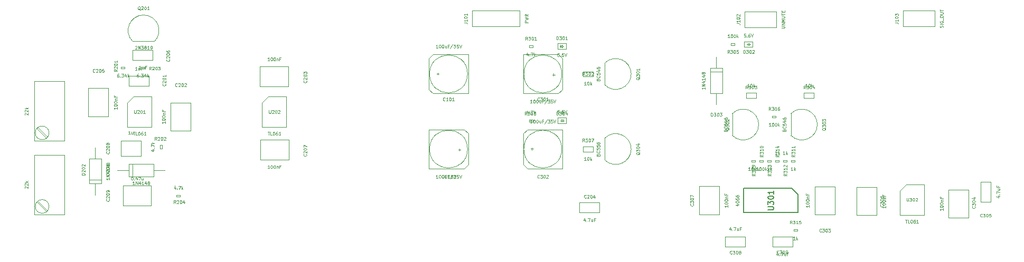
<source format=gbr>
G04 #@! TF.FileFunction,Other,Fab,Top*
%FSLAX46Y46*%
G04 Gerber Fmt 4.6, Leading zero omitted, Abs format (unit mm)*
G04 Created by KiCad (PCBNEW 4.0.6-e0-6349~53~ubuntu14.04.1) date Thu Jul  6 11:50:46 2017*
%MOMM*%
%LPD*%
G01*
G04 APERTURE LIST*
%ADD10C,0.100000*%
%ADD11C,0.150000*%
%ADD12C,0.075000*%
%ADD13C,0.135000*%
G04 APERTURE END LIST*
D10*
X140836381Y-87630000D02*
G75*
G03X140836381Y-87630000I-3041381J0D01*
G01*
X140945000Y-90780000D02*
X140945000Y-84480000D01*
X135315000Y-90780000D02*
X140945000Y-90780000D01*
X134645000Y-90110000D02*
X135315000Y-90780000D01*
X134645000Y-85150000D02*
X134645000Y-90110000D01*
X135315000Y-84480000D02*
X134645000Y-85150000D01*
X140945000Y-84480000D02*
X135315000Y-84480000D01*
X140836381Y-99695000D02*
G75*
G03X140836381Y-99695000I-3041381J0D01*
G01*
X134645000Y-96545000D02*
X134645000Y-102845000D01*
X140275000Y-96545000D02*
X134645000Y-96545000D01*
X140945000Y-97215000D02*
X140275000Y-96545000D01*
X140945000Y-102175000D02*
X140945000Y-97215000D01*
X140275000Y-102845000D02*
X140945000Y-102175000D01*
X134645000Y-102845000D02*
X140275000Y-102845000D01*
X89738000Y-87973000D02*
X89738000Y-89573000D01*
X86538000Y-87973000D02*
X89738000Y-87973000D01*
X86538000Y-89573000D02*
X86538000Y-87973000D01*
X89738000Y-89573000D02*
X86538000Y-89573000D01*
X93269000Y-92238000D02*
X96469000Y-92238000D01*
X93269000Y-96788000D02*
X93269000Y-92238000D01*
X96469000Y-96788000D02*
X93269000Y-96788000D01*
X96469000Y-92238000D02*
X96469000Y-96788000D01*
X112105000Y-86411000D02*
X112105000Y-89611000D01*
X107555000Y-86411000D02*
X112105000Y-86411000D01*
X107555000Y-89611000D02*
X107555000Y-86411000D01*
X112105000Y-89611000D02*
X107555000Y-89611000D01*
X158801000Y-109893000D02*
X158801000Y-108293000D01*
X162001000Y-109893000D02*
X158801000Y-109893000D01*
X162001000Y-108293000D02*
X162001000Y-109893000D01*
X158801000Y-108293000D02*
X162001000Y-108293000D01*
X83261000Y-94452000D02*
X80061000Y-94452000D01*
X83261000Y-89902000D02*
X83261000Y-94452000D01*
X80061000Y-89902000D02*
X83261000Y-89902000D01*
X80061000Y-94452000D02*
X80061000Y-89902000D01*
X87173000Y-85382000D02*
X87173000Y-83782000D01*
X90373000Y-85382000D02*
X87173000Y-85382000D01*
X90373000Y-83782000D02*
X90373000Y-85382000D01*
X87173000Y-83782000D02*
X90373000Y-83782000D01*
X107605000Y-101422000D02*
X107605000Y-98222000D01*
X112155000Y-101422000D02*
X107605000Y-101422000D01*
X112155000Y-98222000D02*
X112155000Y-101422000D01*
X107605000Y-98222000D02*
X112155000Y-98222000D01*
X88468000Y-98318000D02*
X88468000Y-100818000D01*
X85268000Y-98318000D02*
X88468000Y-98318000D01*
X85268000Y-100818000D02*
X85268000Y-98318000D01*
X88468000Y-100818000D02*
X85268000Y-100818000D01*
X90134000Y-105588000D02*
X90134000Y-108788000D01*
X85584000Y-105588000D02*
X90134000Y-105588000D01*
X85584000Y-108788000D02*
X85584000Y-105588000D01*
X90134000Y-108788000D02*
X85584000Y-108788000D01*
X155949381Y-87630000D02*
G75*
G03X155949381Y-87630000I-3041381J0D01*
G01*
X149758000Y-84480000D02*
X149758000Y-90780000D01*
X155388000Y-84480000D02*
X149758000Y-84480000D01*
X156058000Y-85150000D02*
X155388000Y-84480000D01*
X156058000Y-90110000D02*
X156058000Y-85150000D01*
X155388000Y-90780000D02*
X156058000Y-90110000D01*
X149758000Y-90780000D02*
X155388000Y-90780000D01*
X155949381Y-99695000D02*
G75*
G03X155949381Y-99695000I-3041381J0D01*
G01*
X156058000Y-102845000D02*
X156058000Y-96545000D01*
X150428000Y-102845000D02*
X156058000Y-102845000D01*
X149758000Y-102175000D02*
X150428000Y-102845000D01*
X149758000Y-97215000D02*
X149758000Y-102175000D01*
X150428000Y-96545000D02*
X149758000Y-97215000D01*
X156058000Y-96545000D02*
X150428000Y-96545000D01*
X196520000Y-105700000D02*
X199720000Y-105700000D01*
X196520000Y-110250000D02*
X196520000Y-105700000D01*
X199720000Y-110250000D02*
X196520000Y-110250000D01*
X199720000Y-105700000D02*
X199720000Y-110250000D01*
X217983000Y-106208000D02*
X221183000Y-106208000D01*
X217983000Y-110758000D02*
X217983000Y-106208000D01*
X221183000Y-110758000D02*
X217983000Y-110758000D01*
X221183000Y-106208000D02*
X221183000Y-110758000D01*
X224701000Y-108153000D02*
X223101000Y-108153000D01*
X224701000Y-104953000D02*
X224701000Y-108153000D01*
X223101000Y-104953000D02*
X224701000Y-104953000D01*
X223101000Y-108153000D02*
X223101000Y-104953000D01*
X206451000Y-110327000D02*
X203251000Y-110327000D01*
X206451000Y-105777000D02*
X206451000Y-110327000D01*
X203251000Y-105777000D02*
X206451000Y-105777000D01*
X203251000Y-110327000D02*
X203251000Y-105777000D01*
X181178000Y-110200000D02*
X177978000Y-110200000D01*
X181178000Y-105650000D02*
X181178000Y-110200000D01*
X177978000Y-105650000D02*
X181178000Y-105650000D01*
X177978000Y-110200000D02*
X177978000Y-105650000D01*
X185369000Y-113754000D02*
X185369000Y-115354000D01*
X182169000Y-113754000D02*
X185369000Y-113754000D01*
X182169000Y-115354000D02*
X182169000Y-113754000D01*
X185369000Y-115354000D02*
X182169000Y-115354000D01*
X189725500Y-115354000D02*
X189725500Y-113754000D01*
X192925500Y-115354000D02*
X189725500Y-115354000D01*
X192925500Y-113754000D02*
X192925500Y-115354000D01*
X189725500Y-113754000D02*
X192925500Y-113754000D01*
X86519000Y-102124000D02*
X86519000Y-104124000D01*
X86519000Y-104124000D02*
X90519000Y-104124000D01*
X90519000Y-104124000D02*
X90519000Y-102124000D01*
X90519000Y-102124000D02*
X86519000Y-102124000D01*
X84709000Y-103124000D02*
X86519000Y-103124000D01*
X92329000Y-103124000D02*
X90519000Y-103124000D01*
X87119000Y-102124000D02*
X87119000Y-104124000D01*
X80153000Y-105251000D02*
X82153000Y-105251000D01*
X82153000Y-105251000D02*
X82153000Y-101251000D01*
X82153000Y-101251000D02*
X80153000Y-101251000D01*
X80153000Y-101251000D02*
X80153000Y-105251000D01*
X81153000Y-107061000D02*
X81153000Y-105251000D01*
X81153000Y-99441000D02*
X81153000Y-101251000D01*
X80153000Y-104651000D02*
X82153000Y-104651000D01*
X156056000Y-83185000D02*
X156206000Y-83185000D01*
X156056000Y-82985000D02*
X155756000Y-83185000D01*
X156056000Y-83385000D02*
X156056000Y-82985000D01*
X155756000Y-83185000D02*
X156056000Y-83385000D01*
X155756000Y-83185000D02*
X155606000Y-83185000D01*
X155756000Y-83385000D02*
X155756000Y-82985000D01*
X156606000Y-82735000D02*
X156606000Y-83635000D01*
X155306000Y-82735000D02*
X156606000Y-82735000D01*
X155306000Y-83635000D02*
X155306000Y-82735000D01*
X156606000Y-83635000D02*
X155306000Y-83635000D01*
X185764500Y-82867500D02*
X185614500Y-82867500D01*
X185764500Y-83067500D02*
X186064500Y-82867500D01*
X185764500Y-82667500D02*
X185764500Y-83067500D01*
X186064500Y-82867500D02*
X185764500Y-82667500D01*
X186064500Y-82867500D02*
X186214500Y-82867500D01*
X186064500Y-82667500D02*
X186064500Y-83067500D01*
X185214500Y-83317500D02*
X185214500Y-82417500D01*
X186514500Y-83317500D02*
X185214500Y-83317500D01*
X186514500Y-82417500D02*
X186514500Y-83317500D01*
X185214500Y-82417500D02*
X186514500Y-82417500D01*
X181721000Y-86709500D02*
X179721000Y-86709500D01*
X179721000Y-86709500D02*
X179721000Y-90709500D01*
X179721000Y-90709500D02*
X181721000Y-90709500D01*
X181721000Y-90709500D02*
X181721000Y-86709500D01*
X180721000Y-84899500D02*
X180721000Y-86709500D01*
X180721000Y-92519500D02*
X180721000Y-90709500D01*
X181721000Y-87309500D02*
X179721000Y-87309500D01*
X155856000Y-95123000D02*
X155706000Y-95123000D01*
X155856000Y-95323000D02*
X156156000Y-95123000D01*
X155856000Y-94923000D02*
X155856000Y-95323000D01*
X156156000Y-95123000D02*
X155856000Y-94923000D01*
X156156000Y-95123000D02*
X156306000Y-95123000D01*
X156156000Y-94923000D02*
X156156000Y-95323000D01*
X155306000Y-95573000D02*
X155306000Y-94673000D01*
X156606000Y-95573000D02*
X155306000Y-95573000D01*
X156606000Y-94673000D02*
X156606000Y-95573000D01*
X155306000Y-94673000D02*
X156606000Y-94673000D01*
X141605000Y-80010000D02*
X149225000Y-80010000D01*
X149225000Y-80010000D02*
X149225000Y-77470000D01*
X149225000Y-77470000D02*
X141605000Y-77470000D01*
X141605000Y-77470000D02*
X141605000Y-80010000D01*
X185293000Y-80137000D02*
X190373000Y-80137000D01*
X190373000Y-80137000D02*
X190373000Y-77597000D01*
X190373000Y-77597000D02*
X185293000Y-77597000D01*
X185293000Y-77597000D02*
X185293000Y-80137000D01*
X210693000Y-80010000D02*
X215773000Y-80010000D01*
X215773000Y-80010000D02*
X215773000Y-77470000D01*
X215773000Y-77470000D02*
X210693000Y-77470000D01*
X210693000Y-77470000D02*
X210693000Y-80010000D01*
X87130000Y-82395000D02*
X90630000Y-82395000D01*
X90653625Y-82398625D02*
G75*
G03X88900000Y-78165000I-1753625J1753625D01*
G01*
X87146375Y-82398625D02*
G75*
G02X88900000Y-78165000I1753625J1753625D01*
G01*
X162842000Y-85860000D02*
X162842000Y-89360000D01*
X162838375Y-89383625D02*
G75*
G03X167072000Y-87630000I1753625J1753625D01*
G01*
X162838375Y-85876375D02*
G75*
G02X167072000Y-87630000I1753625J-1753625D01*
G01*
X183289000Y-93988000D02*
X183289000Y-97488000D01*
X183285375Y-97511625D02*
G75*
G03X187519000Y-95758000I1753625J1753625D01*
G01*
X183285375Y-94004375D02*
G75*
G02X187519000Y-95758000I1753625J-1753625D01*
G01*
X192687000Y-93988000D02*
X192687000Y-97488000D01*
X192683375Y-97511625D02*
G75*
G03X196917000Y-95758000I1753625J1753625D01*
G01*
X192683375Y-94004375D02*
G75*
G02X196917000Y-95758000I1753625J-1753625D01*
G01*
X162842000Y-97925000D02*
X162842000Y-101425000D01*
X162838375Y-101448625D02*
G75*
G03X167072000Y-99695000I1753625J1753625D01*
G01*
X162838375Y-97941375D02*
G75*
G02X167072000Y-99695000I1753625J-1753625D01*
G01*
X85298000Y-86764000D02*
X85298000Y-86464000D01*
X85898000Y-86764000D02*
X85298000Y-86764000D01*
X85898000Y-86464000D02*
X85898000Y-86764000D01*
X85298000Y-86464000D02*
X85898000Y-86464000D01*
X91544000Y-99014000D02*
X91844000Y-99014000D01*
X91544000Y-99614000D02*
X91544000Y-99014000D01*
X91844000Y-99614000D02*
X91544000Y-99614000D01*
X91844000Y-99014000D02*
X91844000Y-99614000D01*
X88473000Y-86764000D02*
X88473000Y-86464000D01*
X89073000Y-86764000D02*
X88473000Y-86764000D01*
X89073000Y-86464000D02*
X89073000Y-86764000D01*
X88473000Y-86464000D02*
X89073000Y-86464000D01*
X94788000Y-107038000D02*
X94788000Y-107338000D01*
X94188000Y-107038000D02*
X94788000Y-107038000D01*
X94188000Y-107338000D02*
X94188000Y-107038000D01*
X94788000Y-107338000D02*
X94188000Y-107338000D01*
X150703000Y-83335000D02*
X150703000Y-83035000D01*
X151303000Y-83335000D02*
X150703000Y-83335000D01*
X151303000Y-83035000D02*
X151303000Y-83335000D01*
X150703000Y-83035000D02*
X151303000Y-83035000D01*
X159347000Y-88030000D02*
X159347000Y-87230000D01*
X160947000Y-88030000D02*
X159347000Y-88030000D01*
X160947000Y-87230000D02*
X160947000Y-88030000D01*
X159347000Y-87230000D02*
X160947000Y-87230000D01*
X187109000Y-90659000D02*
X187109000Y-91459000D01*
X185509000Y-90659000D02*
X187109000Y-90659000D01*
X185509000Y-91459000D02*
X185509000Y-90659000D01*
X187109000Y-91459000D02*
X185509000Y-91459000D01*
X196380000Y-90659000D02*
X196380000Y-91459000D01*
X194780000Y-90659000D02*
X196380000Y-90659000D01*
X194780000Y-91459000D02*
X194780000Y-90659000D01*
X196380000Y-91459000D02*
X194780000Y-91459000D01*
X183688000Y-82717500D02*
X183688000Y-83017500D01*
X183088000Y-82717500D02*
X183688000Y-82717500D01*
X183088000Y-83017500D02*
X183088000Y-82717500D01*
X183688000Y-83017500D02*
X183088000Y-83017500D01*
X189692000Y-94638000D02*
X189692000Y-94338000D01*
X190292000Y-94638000D02*
X189692000Y-94638000D01*
X190292000Y-94338000D02*
X190292000Y-94638000D01*
X189692000Y-94338000D02*
X190292000Y-94338000D01*
X159347000Y-100095000D02*
X159347000Y-99295000D01*
X160947000Y-100095000D02*
X159347000Y-100095000D01*
X160947000Y-99295000D02*
X160947000Y-100095000D01*
X159347000Y-99295000D02*
X160947000Y-99295000D01*
X151303000Y-94973000D02*
X151303000Y-95273000D01*
X150703000Y-94973000D02*
X151303000Y-94973000D01*
X150703000Y-95273000D02*
X150703000Y-94973000D01*
X151303000Y-95273000D02*
X150703000Y-95273000D01*
X186390000Y-101750000D02*
X186390000Y-101450000D01*
X186990000Y-101750000D02*
X186390000Y-101750000D01*
X186990000Y-101450000D02*
X186990000Y-101750000D01*
X186390000Y-101450000D02*
X186990000Y-101450000D01*
X187660000Y-101750000D02*
X187660000Y-101450000D01*
X188260000Y-101750000D02*
X187660000Y-101750000D01*
X188260000Y-101450000D02*
X188260000Y-101750000D01*
X187660000Y-101450000D02*
X188260000Y-101450000D01*
X192740000Y-101750000D02*
X192740000Y-101450000D01*
X193340000Y-101750000D02*
X192740000Y-101750000D01*
X193340000Y-101450000D02*
X193340000Y-101750000D01*
X192740000Y-101450000D02*
X193340000Y-101450000D01*
X192070000Y-101450000D02*
X192070000Y-101750000D01*
X191470000Y-101450000D02*
X192070000Y-101450000D01*
X191470000Y-101750000D02*
X191470000Y-101450000D01*
X192070000Y-101750000D02*
X191470000Y-101750000D01*
X188930000Y-101750000D02*
X188930000Y-101450000D01*
X189530000Y-101750000D02*
X188930000Y-101750000D01*
X189530000Y-101450000D02*
X189530000Y-101750000D01*
X188930000Y-101450000D02*
X189530000Y-101450000D01*
X190800000Y-101450000D02*
X190800000Y-101750000D01*
X190200000Y-101450000D02*
X190800000Y-101450000D01*
X190200000Y-101750000D02*
X190200000Y-101450000D01*
X190800000Y-101750000D02*
X190200000Y-101750000D01*
X193121000Y-112862500D02*
X193121000Y-112562500D01*
X193721000Y-112862500D02*
X193121000Y-112862500D01*
X193721000Y-112562500D02*
X193721000Y-112862500D01*
X193121000Y-112562500D02*
X193721000Y-112562500D01*
X73732000Y-97094000D02*
G75*
G03X73732000Y-97094000I-1095000J0D01*
G01*
X76197000Y-88834000D02*
X71367000Y-88834000D01*
X71367000Y-88834000D02*
X71367000Y-98364000D01*
X71367000Y-98364000D02*
X76197000Y-98364000D01*
X76197000Y-98364000D02*
X76197000Y-88834000D01*
X73333000Y-97925000D02*
X71806000Y-96398000D01*
X73467000Y-97791000D02*
X71940000Y-96264000D01*
X73732000Y-108905000D02*
G75*
G03X73732000Y-108905000I-1095000J0D01*
G01*
X76197000Y-100645000D02*
X71367000Y-100645000D01*
X71367000Y-100645000D02*
X71367000Y-110175000D01*
X71367000Y-110175000D02*
X76197000Y-110175000D01*
X76197000Y-110175000D02*
X76197000Y-100645000D01*
X73333000Y-109736000D02*
X71806000Y-108209000D01*
X73467000Y-109602000D02*
X71940000Y-108075000D01*
X87315000Y-91276000D02*
X90215000Y-91276000D01*
X90215000Y-91276000D02*
X90215000Y-96176000D01*
X90215000Y-96176000D02*
X86315000Y-96176000D01*
X86315000Y-96176000D02*
X86315000Y-92276000D01*
X86315000Y-92276000D02*
X87315000Y-91276000D01*
X108905000Y-91276000D02*
X111805000Y-91276000D01*
X111805000Y-91276000D02*
X111805000Y-96176000D01*
X111805000Y-96176000D02*
X107905000Y-96176000D01*
X107905000Y-96176000D02*
X107905000Y-92276000D01*
X107905000Y-92276000D02*
X108905000Y-91276000D01*
D11*
X193834000Y-107000000D02*
X193834000Y-109900000D01*
X193834000Y-109900000D02*
X185134000Y-109900000D01*
X185134000Y-109900000D02*
X185134000Y-106000000D01*
X185134000Y-106000000D02*
X192834000Y-106000000D01*
X192834000Y-106000000D02*
X193834000Y-107000000D01*
D10*
X211140000Y-105373000D02*
X214040000Y-105373000D01*
X214040000Y-105373000D02*
X214040000Y-110273000D01*
X214040000Y-110273000D02*
X210140000Y-110273000D01*
X210140000Y-110273000D02*
X210140000Y-106373000D01*
X210140000Y-106373000D02*
X211140000Y-105373000D01*
X136068811Y-83426190D02*
X135783097Y-83426190D01*
X135925954Y-83426190D02*
X135925954Y-82926190D01*
X135878335Y-82997619D01*
X135830716Y-83045238D01*
X135783097Y-83069048D01*
X136378335Y-82926190D02*
X136425954Y-82926190D01*
X136473573Y-82950000D01*
X136497382Y-82973810D01*
X136521192Y-83021429D01*
X136545001Y-83116667D01*
X136545001Y-83235714D01*
X136521192Y-83330952D01*
X136497382Y-83378571D01*
X136473573Y-83402381D01*
X136425954Y-83426190D01*
X136378335Y-83426190D01*
X136330716Y-83402381D01*
X136306906Y-83378571D01*
X136283097Y-83330952D01*
X136259287Y-83235714D01*
X136259287Y-83116667D01*
X136283097Y-83021429D01*
X136306906Y-82973810D01*
X136330716Y-82950000D01*
X136378335Y-82926190D01*
X136854525Y-82926190D02*
X136902144Y-82926190D01*
X136949763Y-82950000D01*
X136973572Y-82973810D01*
X136997382Y-83021429D01*
X137021191Y-83116667D01*
X137021191Y-83235714D01*
X136997382Y-83330952D01*
X136973572Y-83378571D01*
X136949763Y-83402381D01*
X136902144Y-83426190D01*
X136854525Y-83426190D01*
X136806906Y-83402381D01*
X136783096Y-83378571D01*
X136759287Y-83330952D01*
X136735477Y-83235714D01*
X136735477Y-83116667D01*
X136759287Y-83021429D01*
X136783096Y-82973810D01*
X136806906Y-82950000D01*
X136854525Y-82926190D01*
X137449762Y-83092857D02*
X137449762Y-83426190D01*
X137235477Y-83092857D02*
X137235477Y-83354762D01*
X137259286Y-83402381D01*
X137306905Y-83426190D01*
X137378334Y-83426190D01*
X137425953Y-83402381D01*
X137449762Y-83378571D01*
X137854524Y-83164286D02*
X137687858Y-83164286D01*
X137687858Y-83426190D02*
X137687858Y-82926190D01*
X137925953Y-82926190D01*
X138473571Y-82902381D02*
X138045000Y-83545238D01*
X138592620Y-82926190D02*
X138902143Y-82926190D01*
X138735477Y-83116667D01*
X138806905Y-83116667D01*
X138854524Y-83140476D01*
X138878334Y-83164286D01*
X138902143Y-83211905D01*
X138902143Y-83330952D01*
X138878334Y-83378571D01*
X138854524Y-83402381D01*
X138806905Y-83426190D01*
X138664048Y-83426190D01*
X138616429Y-83402381D01*
X138592620Y-83378571D01*
X139354524Y-82926190D02*
X139116429Y-82926190D01*
X139092619Y-83164286D01*
X139116429Y-83140476D01*
X139164048Y-83116667D01*
X139283095Y-83116667D01*
X139330714Y-83140476D01*
X139354524Y-83164286D01*
X139378333Y-83211905D01*
X139378333Y-83330952D01*
X139354524Y-83378571D01*
X139330714Y-83402381D01*
X139283095Y-83426190D01*
X139164048Y-83426190D01*
X139116429Y-83402381D01*
X139092619Y-83378571D01*
X139521190Y-82926190D02*
X139687857Y-83426190D01*
X139854523Y-82926190D01*
X135874524Y-87585714D02*
X136255476Y-87585714D01*
X136065000Y-87776190D02*
X136065000Y-87395238D01*
X137235477Y-91872571D02*
X137211667Y-91896381D01*
X137140239Y-91920190D01*
X137092620Y-91920190D01*
X137021191Y-91896381D01*
X136973572Y-91848762D01*
X136949763Y-91801143D01*
X136925953Y-91705905D01*
X136925953Y-91634476D01*
X136949763Y-91539238D01*
X136973572Y-91491619D01*
X137021191Y-91444000D01*
X137092620Y-91420190D01*
X137140239Y-91420190D01*
X137211667Y-91444000D01*
X137235477Y-91467810D01*
X137711667Y-91920190D02*
X137425953Y-91920190D01*
X137568810Y-91920190D02*
X137568810Y-91420190D01*
X137521191Y-91491619D01*
X137473572Y-91539238D01*
X137425953Y-91563048D01*
X138021191Y-91420190D02*
X138068810Y-91420190D01*
X138116429Y-91444000D01*
X138140238Y-91467810D01*
X138164048Y-91515429D01*
X138187857Y-91610667D01*
X138187857Y-91729714D01*
X138164048Y-91824952D01*
X138140238Y-91872571D01*
X138116429Y-91896381D01*
X138068810Y-91920190D01*
X138021191Y-91920190D01*
X137973572Y-91896381D01*
X137949762Y-91872571D01*
X137925953Y-91824952D01*
X137902143Y-91729714D01*
X137902143Y-91610667D01*
X137925953Y-91515429D01*
X137949762Y-91467810D01*
X137973572Y-91444000D01*
X138021191Y-91420190D01*
X138664047Y-91920190D02*
X138378333Y-91920190D01*
X138521190Y-91920190D02*
X138521190Y-91420190D01*
X138473571Y-91491619D01*
X138425952Y-91539238D01*
X138378333Y-91563048D01*
X136068811Y-104351190D02*
X135783097Y-104351190D01*
X135925954Y-104351190D02*
X135925954Y-103851190D01*
X135878335Y-103922619D01*
X135830716Y-103970238D01*
X135783097Y-103994048D01*
X136378335Y-103851190D02*
X136425954Y-103851190D01*
X136473573Y-103875000D01*
X136497382Y-103898810D01*
X136521192Y-103946429D01*
X136545001Y-104041667D01*
X136545001Y-104160714D01*
X136521192Y-104255952D01*
X136497382Y-104303571D01*
X136473573Y-104327381D01*
X136425954Y-104351190D01*
X136378335Y-104351190D01*
X136330716Y-104327381D01*
X136306906Y-104303571D01*
X136283097Y-104255952D01*
X136259287Y-104160714D01*
X136259287Y-104041667D01*
X136283097Y-103946429D01*
X136306906Y-103898810D01*
X136330716Y-103875000D01*
X136378335Y-103851190D01*
X136854525Y-103851190D02*
X136902144Y-103851190D01*
X136949763Y-103875000D01*
X136973572Y-103898810D01*
X136997382Y-103946429D01*
X137021191Y-104041667D01*
X137021191Y-104160714D01*
X136997382Y-104255952D01*
X136973572Y-104303571D01*
X136949763Y-104327381D01*
X136902144Y-104351190D01*
X136854525Y-104351190D01*
X136806906Y-104327381D01*
X136783096Y-104303571D01*
X136759287Y-104255952D01*
X136735477Y-104160714D01*
X136735477Y-104041667D01*
X136759287Y-103946429D01*
X136783096Y-103898810D01*
X136806906Y-103875000D01*
X136854525Y-103851190D01*
X137449762Y-104017857D02*
X137449762Y-104351190D01*
X137235477Y-104017857D02*
X137235477Y-104279762D01*
X137259286Y-104327381D01*
X137306905Y-104351190D01*
X137378334Y-104351190D01*
X137425953Y-104327381D01*
X137449762Y-104303571D01*
X137854524Y-104089286D02*
X137687858Y-104089286D01*
X137687858Y-104351190D02*
X137687858Y-103851190D01*
X137925953Y-103851190D01*
X138473571Y-103827381D02*
X138045000Y-104470238D01*
X138592620Y-103851190D02*
X138902143Y-103851190D01*
X138735477Y-104041667D01*
X138806905Y-104041667D01*
X138854524Y-104065476D01*
X138878334Y-104089286D01*
X138902143Y-104136905D01*
X138902143Y-104255952D01*
X138878334Y-104303571D01*
X138854524Y-104327381D01*
X138806905Y-104351190D01*
X138664048Y-104351190D01*
X138616429Y-104327381D01*
X138592620Y-104303571D01*
X139354524Y-103851190D02*
X139116429Y-103851190D01*
X139092619Y-104089286D01*
X139116429Y-104065476D01*
X139164048Y-104041667D01*
X139283095Y-104041667D01*
X139330714Y-104065476D01*
X139354524Y-104089286D01*
X139378333Y-104136905D01*
X139378333Y-104255952D01*
X139354524Y-104303571D01*
X139330714Y-104327381D01*
X139283095Y-104351190D01*
X139164048Y-104351190D01*
X139116429Y-104327381D01*
X139092619Y-104303571D01*
X139521190Y-103851190D02*
X139687857Y-104351190D01*
X139854523Y-103851190D01*
X139334524Y-99810714D02*
X139715476Y-99810714D01*
X139525000Y-100001190D02*
X139525000Y-99620238D01*
X137489477Y-104318571D02*
X137465667Y-104342381D01*
X137394239Y-104366190D01*
X137346620Y-104366190D01*
X137275191Y-104342381D01*
X137227572Y-104294762D01*
X137203763Y-104247143D01*
X137179953Y-104151905D01*
X137179953Y-104080476D01*
X137203763Y-103985238D01*
X137227572Y-103937619D01*
X137275191Y-103890000D01*
X137346620Y-103866190D01*
X137394239Y-103866190D01*
X137465667Y-103890000D01*
X137489477Y-103913810D01*
X137965667Y-104366190D02*
X137679953Y-104366190D01*
X137822810Y-104366190D02*
X137822810Y-103866190D01*
X137775191Y-103937619D01*
X137727572Y-103985238D01*
X137679953Y-104009048D01*
X138275191Y-103866190D02*
X138322810Y-103866190D01*
X138370429Y-103890000D01*
X138394238Y-103913810D01*
X138418048Y-103961429D01*
X138441857Y-104056667D01*
X138441857Y-104175714D01*
X138418048Y-104270952D01*
X138394238Y-104318571D01*
X138370429Y-104342381D01*
X138322810Y-104366190D01*
X138275191Y-104366190D01*
X138227572Y-104342381D01*
X138203762Y-104318571D01*
X138179953Y-104270952D01*
X138156143Y-104175714D01*
X138156143Y-104056667D01*
X138179953Y-103961429D01*
X138203762Y-103913810D01*
X138227572Y-103890000D01*
X138275191Y-103866190D01*
X138632333Y-103913810D02*
X138656143Y-103890000D01*
X138703762Y-103866190D01*
X138822809Y-103866190D01*
X138870428Y-103890000D01*
X138894238Y-103913810D01*
X138918047Y-103961429D01*
X138918047Y-104009048D01*
X138894238Y-104080476D01*
X138608524Y-104366190D01*
X138918047Y-104366190D01*
X87840381Y-86999190D02*
X87554667Y-86999190D01*
X87697524Y-86999190D02*
X87697524Y-86499190D01*
X87649905Y-86570619D01*
X87602286Y-86618238D01*
X87554667Y-86642048D01*
X88054667Y-86665857D02*
X88054667Y-86999190D01*
X88054667Y-86713476D02*
X88078476Y-86689667D01*
X88126095Y-86665857D01*
X88197524Y-86665857D01*
X88245143Y-86689667D01*
X88268952Y-86737286D01*
X88268952Y-86999190D01*
X88673714Y-86737286D02*
X88507048Y-86737286D01*
X88507048Y-86999190D02*
X88507048Y-86499190D01*
X88745143Y-86499190D01*
X92380571Y-89205523D02*
X92404381Y-89229333D01*
X92428190Y-89300761D01*
X92428190Y-89348380D01*
X92404381Y-89419809D01*
X92356762Y-89467428D01*
X92309143Y-89491237D01*
X92213905Y-89515047D01*
X92142476Y-89515047D01*
X92047238Y-89491237D01*
X91999619Y-89467428D01*
X91952000Y-89419809D01*
X91928190Y-89348380D01*
X91928190Y-89300761D01*
X91952000Y-89229333D01*
X91975810Y-89205523D01*
X91975810Y-89015047D02*
X91952000Y-88991237D01*
X91928190Y-88943618D01*
X91928190Y-88824571D01*
X91952000Y-88776952D01*
X91975810Y-88753142D01*
X92023429Y-88729333D01*
X92071048Y-88729333D01*
X92142476Y-88753142D01*
X92428190Y-89038856D01*
X92428190Y-88729333D01*
X91928190Y-88419809D02*
X91928190Y-88372190D01*
X91952000Y-88324571D01*
X91975810Y-88300762D01*
X92023429Y-88276952D01*
X92118667Y-88253143D01*
X92237714Y-88253143D01*
X92332952Y-88276952D01*
X92380571Y-88300762D01*
X92404381Y-88324571D01*
X92428190Y-88372190D01*
X92428190Y-88419809D01*
X92404381Y-88467428D01*
X92380571Y-88491238D01*
X92332952Y-88515047D01*
X92237714Y-88538857D01*
X92118667Y-88538857D01*
X92023429Y-88515047D01*
X91975810Y-88491238D01*
X91952000Y-88467428D01*
X91928190Y-88419809D01*
X92428190Y-87776953D02*
X92428190Y-88062667D01*
X92428190Y-87919810D02*
X91928190Y-87919810D01*
X91999619Y-87967429D01*
X92047238Y-88015048D01*
X92071048Y-88062667D01*
X92345190Y-95261809D02*
X92345190Y-95547523D01*
X92345190Y-95404666D02*
X91845190Y-95404666D01*
X91916619Y-95452285D01*
X91964238Y-95499904D01*
X91988048Y-95547523D01*
X91845190Y-94952285D02*
X91845190Y-94904666D01*
X91869000Y-94857047D01*
X91892810Y-94833238D01*
X91940429Y-94809428D01*
X92035667Y-94785619D01*
X92154714Y-94785619D01*
X92249952Y-94809428D01*
X92297571Y-94833238D01*
X92321381Y-94857047D01*
X92345190Y-94904666D01*
X92345190Y-94952285D01*
X92321381Y-94999904D01*
X92297571Y-95023714D01*
X92249952Y-95047523D01*
X92154714Y-95071333D01*
X92035667Y-95071333D01*
X91940429Y-95047523D01*
X91892810Y-95023714D01*
X91869000Y-94999904D01*
X91845190Y-94952285D01*
X91845190Y-94476095D02*
X91845190Y-94428476D01*
X91869000Y-94380857D01*
X91892810Y-94357048D01*
X91940429Y-94333238D01*
X92035667Y-94309429D01*
X92154714Y-94309429D01*
X92249952Y-94333238D01*
X92297571Y-94357048D01*
X92321381Y-94380857D01*
X92345190Y-94428476D01*
X92345190Y-94476095D01*
X92321381Y-94523714D01*
X92297571Y-94547524D01*
X92249952Y-94571333D01*
X92154714Y-94595143D01*
X92035667Y-94595143D01*
X91940429Y-94571333D01*
X91892810Y-94547524D01*
X91869000Y-94523714D01*
X91845190Y-94476095D01*
X92011857Y-94095143D02*
X92345190Y-94095143D01*
X92059476Y-94095143D02*
X92035667Y-94071334D01*
X92011857Y-94023715D01*
X92011857Y-93952286D01*
X92035667Y-93904667D01*
X92083286Y-93880858D01*
X92345190Y-93880858D01*
X92083286Y-93476096D02*
X92083286Y-93642762D01*
X92345190Y-93642762D02*
X91845190Y-93642762D01*
X91845190Y-93404667D01*
X94309477Y-89586571D02*
X94285667Y-89610381D01*
X94214239Y-89634190D01*
X94166620Y-89634190D01*
X94095191Y-89610381D01*
X94047572Y-89562762D01*
X94023763Y-89515143D01*
X93999953Y-89419905D01*
X93999953Y-89348476D01*
X94023763Y-89253238D01*
X94047572Y-89205619D01*
X94095191Y-89158000D01*
X94166620Y-89134190D01*
X94214239Y-89134190D01*
X94285667Y-89158000D01*
X94309477Y-89181810D01*
X94499953Y-89181810D02*
X94523763Y-89158000D01*
X94571382Y-89134190D01*
X94690429Y-89134190D01*
X94738048Y-89158000D01*
X94761858Y-89181810D01*
X94785667Y-89229429D01*
X94785667Y-89277048D01*
X94761858Y-89348476D01*
X94476144Y-89634190D01*
X94785667Y-89634190D01*
X95095191Y-89134190D02*
X95142810Y-89134190D01*
X95190429Y-89158000D01*
X95214238Y-89181810D01*
X95238048Y-89229429D01*
X95261857Y-89324667D01*
X95261857Y-89443714D01*
X95238048Y-89538952D01*
X95214238Y-89586571D01*
X95190429Y-89610381D01*
X95142810Y-89634190D01*
X95095191Y-89634190D01*
X95047572Y-89610381D01*
X95023762Y-89586571D01*
X94999953Y-89538952D01*
X94976143Y-89443714D01*
X94976143Y-89324667D01*
X94999953Y-89229429D01*
X95023762Y-89181810D01*
X95047572Y-89158000D01*
X95095191Y-89134190D01*
X95452333Y-89181810D02*
X95476143Y-89158000D01*
X95523762Y-89134190D01*
X95642809Y-89134190D01*
X95690428Y-89158000D01*
X95714238Y-89181810D01*
X95738047Y-89229429D01*
X95738047Y-89277048D01*
X95714238Y-89348476D01*
X95428524Y-89634190D01*
X95738047Y-89634190D01*
X109081191Y-85487190D02*
X108795477Y-85487190D01*
X108938334Y-85487190D02*
X108938334Y-84987190D01*
X108890715Y-85058619D01*
X108843096Y-85106238D01*
X108795477Y-85130048D01*
X109390715Y-84987190D02*
X109438334Y-84987190D01*
X109485953Y-85011000D01*
X109509762Y-85034810D01*
X109533572Y-85082429D01*
X109557381Y-85177667D01*
X109557381Y-85296714D01*
X109533572Y-85391952D01*
X109509762Y-85439571D01*
X109485953Y-85463381D01*
X109438334Y-85487190D01*
X109390715Y-85487190D01*
X109343096Y-85463381D01*
X109319286Y-85439571D01*
X109295477Y-85391952D01*
X109271667Y-85296714D01*
X109271667Y-85177667D01*
X109295477Y-85082429D01*
X109319286Y-85034810D01*
X109343096Y-85011000D01*
X109390715Y-84987190D01*
X109866905Y-84987190D02*
X109914524Y-84987190D01*
X109962143Y-85011000D01*
X109985952Y-85034810D01*
X110009762Y-85082429D01*
X110033571Y-85177667D01*
X110033571Y-85296714D01*
X110009762Y-85391952D01*
X109985952Y-85439571D01*
X109962143Y-85463381D01*
X109914524Y-85487190D01*
X109866905Y-85487190D01*
X109819286Y-85463381D01*
X109795476Y-85439571D01*
X109771667Y-85391952D01*
X109747857Y-85296714D01*
X109747857Y-85177667D01*
X109771667Y-85082429D01*
X109795476Y-85034810D01*
X109819286Y-85011000D01*
X109866905Y-84987190D01*
X110247857Y-85153857D02*
X110247857Y-85487190D01*
X110247857Y-85201476D02*
X110271666Y-85177667D01*
X110319285Y-85153857D01*
X110390714Y-85153857D01*
X110438333Y-85177667D01*
X110462142Y-85225286D01*
X110462142Y-85487190D01*
X110866904Y-85225286D02*
X110700238Y-85225286D01*
X110700238Y-85487190D02*
X110700238Y-84987190D01*
X110938333Y-84987190D01*
X114986571Y-88697523D02*
X115010381Y-88721333D01*
X115034190Y-88792761D01*
X115034190Y-88840380D01*
X115010381Y-88911809D01*
X114962762Y-88959428D01*
X114915143Y-88983237D01*
X114819905Y-89007047D01*
X114748476Y-89007047D01*
X114653238Y-88983237D01*
X114605619Y-88959428D01*
X114558000Y-88911809D01*
X114534190Y-88840380D01*
X114534190Y-88792761D01*
X114558000Y-88721333D01*
X114581810Y-88697523D01*
X114581810Y-88507047D02*
X114558000Y-88483237D01*
X114534190Y-88435618D01*
X114534190Y-88316571D01*
X114558000Y-88268952D01*
X114581810Y-88245142D01*
X114629429Y-88221333D01*
X114677048Y-88221333D01*
X114748476Y-88245142D01*
X115034190Y-88530856D01*
X115034190Y-88221333D01*
X114534190Y-87911809D02*
X114534190Y-87864190D01*
X114558000Y-87816571D01*
X114581810Y-87792762D01*
X114629429Y-87768952D01*
X114724667Y-87745143D01*
X114843714Y-87745143D01*
X114938952Y-87768952D01*
X114986571Y-87792762D01*
X115010381Y-87816571D01*
X115034190Y-87864190D01*
X115034190Y-87911809D01*
X115010381Y-87959428D01*
X114986571Y-87983238D01*
X114938952Y-88007047D01*
X114843714Y-88030857D01*
X114724667Y-88030857D01*
X114629429Y-88007047D01*
X114581810Y-87983238D01*
X114558000Y-87959428D01*
X114534190Y-87911809D01*
X114534190Y-87578476D02*
X114534190Y-87268953D01*
X114724667Y-87435619D01*
X114724667Y-87364191D01*
X114748476Y-87316572D01*
X114772286Y-87292762D01*
X114819905Y-87268953D01*
X114938952Y-87268953D01*
X114986571Y-87292762D01*
X115010381Y-87316572D01*
X115034190Y-87364191D01*
X115034190Y-87507048D01*
X115010381Y-87554667D01*
X114986571Y-87578476D01*
X159698620Y-110985857D02*
X159698620Y-111319190D01*
X159579573Y-110795381D02*
X159460525Y-111152524D01*
X159770049Y-111152524D01*
X159960525Y-111271571D02*
X159984334Y-111295381D01*
X159960525Y-111319190D01*
X159936715Y-111295381D01*
X159960525Y-111271571D01*
X159960525Y-111319190D01*
X160151001Y-110819190D02*
X160484334Y-110819190D01*
X160270048Y-111319190D01*
X160889095Y-110985857D02*
X160889095Y-111319190D01*
X160674810Y-110985857D02*
X160674810Y-111247762D01*
X160698619Y-111295381D01*
X160746238Y-111319190D01*
X160817667Y-111319190D01*
X160865286Y-111295381D01*
X160889095Y-111271571D01*
X161293857Y-111057286D02*
X161127191Y-111057286D01*
X161127191Y-111319190D02*
X161127191Y-110819190D01*
X161365286Y-110819190D01*
X159841477Y-107521571D02*
X159817667Y-107545381D01*
X159746239Y-107569190D01*
X159698620Y-107569190D01*
X159627191Y-107545381D01*
X159579572Y-107497762D01*
X159555763Y-107450143D01*
X159531953Y-107354905D01*
X159531953Y-107283476D01*
X159555763Y-107188238D01*
X159579572Y-107140619D01*
X159627191Y-107093000D01*
X159698620Y-107069190D01*
X159746239Y-107069190D01*
X159817667Y-107093000D01*
X159841477Y-107116810D01*
X160031953Y-107116810D02*
X160055763Y-107093000D01*
X160103382Y-107069190D01*
X160222429Y-107069190D01*
X160270048Y-107093000D01*
X160293858Y-107116810D01*
X160317667Y-107164429D01*
X160317667Y-107212048D01*
X160293858Y-107283476D01*
X160008144Y-107569190D01*
X160317667Y-107569190D01*
X160627191Y-107069190D02*
X160674810Y-107069190D01*
X160722429Y-107093000D01*
X160746238Y-107116810D01*
X160770048Y-107164429D01*
X160793857Y-107259667D01*
X160793857Y-107378714D01*
X160770048Y-107473952D01*
X160746238Y-107521571D01*
X160722429Y-107545381D01*
X160674810Y-107569190D01*
X160627191Y-107569190D01*
X160579572Y-107545381D01*
X160555762Y-107521571D01*
X160531953Y-107473952D01*
X160508143Y-107378714D01*
X160508143Y-107259667D01*
X160531953Y-107164429D01*
X160555762Y-107116810D01*
X160579572Y-107093000D01*
X160627191Y-107069190D01*
X161222428Y-107235857D02*
X161222428Y-107569190D01*
X161103381Y-107045381D02*
X160984333Y-107402524D01*
X161293857Y-107402524D01*
X84637190Y-92975809D02*
X84637190Y-93261523D01*
X84637190Y-93118666D02*
X84137190Y-93118666D01*
X84208619Y-93166285D01*
X84256238Y-93213904D01*
X84280048Y-93261523D01*
X84137190Y-92666285D02*
X84137190Y-92618666D01*
X84161000Y-92571047D01*
X84184810Y-92547238D01*
X84232429Y-92523428D01*
X84327667Y-92499619D01*
X84446714Y-92499619D01*
X84541952Y-92523428D01*
X84589571Y-92547238D01*
X84613381Y-92571047D01*
X84637190Y-92618666D01*
X84637190Y-92666285D01*
X84613381Y-92713904D01*
X84589571Y-92737714D01*
X84541952Y-92761523D01*
X84446714Y-92785333D01*
X84327667Y-92785333D01*
X84232429Y-92761523D01*
X84184810Y-92737714D01*
X84161000Y-92713904D01*
X84137190Y-92666285D01*
X84137190Y-92190095D02*
X84137190Y-92142476D01*
X84161000Y-92094857D01*
X84184810Y-92071048D01*
X84232429Y-92047238D01*
X84327667Y-92023429D01*
X84446714Y-92023429D01*
X84541952Y-92047238D01*
X84589571Y-92071048D01*
X84613381Y-92094857D01*
X84637190Y-92142476D01*
X84637190Y-92190095D01*
X84613381Y-92237714D01*
X84589571Y-92261524D01*
X84541952Y-92285333D01*
X84446714Y-92309143D01*
X84327667Y-92309143D01*
X84232429Y-92285333D01*
X84184810Y-92261524D01*
X84161000Y-92237714D01*
X84137190Y-92190095D01*
X84303857Y-91809143D02*
X84637190Y-91809143D01*
X84351476Y-91809143D02*
X84327667Y-91785334D01*
X84303857Y-91737715D01*
X84303857Y-91666286D01*
X84327667Y-91618667D01*
X84375286Y-91594858D01*
X84637190Y-91594858D01*
X84375286Y-91190096D02*
X84375286Y-91356762D01*
X84637190Y-91356762D02*
X84137190Y-91356762D01*
X84137190Y-91118667D01*
X81101477Y-87300571D02*
X81077667Y-87324381D01*
X81006239Y-87348190D01*
X80958620Y-87348190D01*
X80887191Y-87324381D01*
X80839572Y-87276762D01*
X80815763Y-87229143D01*
X80791953Y-87133905D01*
X80791953Y-87062476D01*
X80815763Y-86967238D01*
X80839572Y-86919619D01*
X80887191Y-86872000D01*
X80958620Y-86848190D01*
X81006239Y-86848190D01*
X81077667Y-86872000D01*
X81101477Y-86895810D01*
X81291953Y-86895810D02*
X81315763Y-86872000D01*
X81363382Y-86848190D01*
X81482429Y-86848190D01*
X81530048Y-86872000D01*
X81553858Y-86895810D01*
X81577667Y-86943429D01*
X81577667Y-86991048D01*
X81553858Y-87062476D01*
X81268144Y-87348190D01*
X81577667Y-87348190D01*
X81887191Y-86848190D02*
X81934810Y-86848190D01*
X81982429Y-86872000D01*
X82006238Y-86895810D01*
X82030048Y-86943429D01*
X82053857Y-87038667D01*
X82053857Y-87157714D01*
X82030048Y-87252952D01*
X82006238Y-87300571D01*
X81982429Y-87324381D01*
X81934810Y-87348190D01*
X81887191Y-87348190D01*
X81839572Y-87324381D01*
X81815762Y-87300571D01*
X81791953Y-87252952D01*
X81768143Y-87157714D01*
X81768143Y-87038667D01*
X81791953Y-86943429D01*
X81815762Y-86895810D01*
X81839572Y-86872000D01*
X81887191Y-86848190D01*
X82506238Y-86848190D02*
X82268143Y-86848190D01*
X82244333Y-87086286D01*
X82268143Y-87062476D01*
X82315762Y-87038667D01*
X82434809Y-87038667D01*
X82482428Y-87062476D01*
X82506238Y-87086286D01*
X82530047Y-87133905D01*
X82530047Y-87252952D01*
X82506238Y-87300571D01*
X82482428Y-87324381D01*
X82434809Y-87348190D01*
X82315762Y-87348190D01*
X82268143Y-87324381D01*
X82244333Y-87300571D01*
X88475381Y-86808190D02*
X88189667Y-86808190D01*
X88332524Y-86808190D02*
X88332524Y-86308190D01*
X88284905Y-86379619D01*
X88237286Y-86427238D01*
X88189667Y-86451048D01*
X88689667Y-86474857D02*
X88689667Y-86808190D01*
X88689667Y-86522476D02*
X88713476Y-86498667D01*
X88761095Y-86474857D01*
X88832524Y-86474857D01*
X88880143Y-86498667D01*
X88903952Y-86546286D01*
X88903952Y-86808190D01*
X89308714Y-86546286D02*
X89142048Y-86546286D01*
X89142048Y-86808190D02*
X89142048Y-86308190D01*
X89380143Y-86308190D01*
X93015571Y-85268523D02*
X93039381Y-85292333D01*
X93063190Y-85363761D01*
X93063190Y-85411380D01*
X93039381Y-85482809D01*
X92991762Y-85530428D01*
X92944143Y-85554237D01*
X92848905Y-85578047D01*
X92777476Y-85578047D01*
X92682238Y-85554237D01*
X92634619Y-85530428D01*
X92587000Y-85482809D01*
X92563190Y-85411380D01*
X92563190Y-85363761D01*
X92587000Y-85292333D01*
X92610810Y-85268523D01*
X92610810Y-85078047D02*
X92587000Y-85054237D01*
X92563190Y-85006618D01*
X92563190Y-84887571D01*
X92587000Y-84839952D01*
X92610810Y-84816142D01*
X92658429Y-84792333D01*
X92706048Y-84792333D01*
X92777476Y-84816142D01*
X93063190Y-85101856D01*
X93063190Y-84792333D01*
X92563190Y-84482809D02*
X92563190Y-84435190D01*
X92587000Y-84387571D01*
X92610810Y-84363762D01*
X92658429Y-84339952D01*
X92753667Y-84316143D01*
X92872714Y-84316143D01*
X92967952Y-84339952D01*
X93015571Y-84363762D01*
X93039381Y-84387571D01*
X93063190Y-84435190D01*
X93063190Y-84482809D01*
X93039381Y-84530428D01*
X93015571Y-84554238D01*
X92967952Y-84578047D01*
X92872714Y-84601857D01*
X92753667Y-84601857D01*
X92658429Y-84578047D01*
X92610810Y-84554238D01*
X92587000Y-84530428D01*
X92563190Y-84482809D01*
X92563190Y-83887572D02*
X92563190Y-83982810D01*
X92587000Y-84030429D01*
X92610810Y-84054238D01*
X92682238Y-84101857D01*
X92777476Y-84125667D01*
X92967952Y-84125667D01*
X93015571Y-84101857D01*
X93039381Y-84078048D01*
X93063190Y-84030429D01*
X93063190Y-83935191D01*
X93039381Y-83887572D01*
X93015571Y-83863762D01*
X92967952Y-83839953D01*
X92848905Y-83839953D01*
X92801286Y-83863762D01*
X92777476Y-83887572D01*
X92753667Y-83935191D01*
X92753667Y-84030429D01*
X92777476Y-84078048D01*
X92801286Y-84101857D01*
X92848905Y-84125667D01*
X109081191Y-102798190D02*
X108795477Y-102798190D01*
X108938334Y-102798190D02*
X108938334Y-102298190D01*
X108890715Y-102369619D01*
X108843096Y-102417238D01*
X108795477Y-102441048D01*
X109390715Y-102298190D02*
X109438334Y-102298190D01*
X109485953Y-102322000D01*
X109509762Y-102345810D01*
X109533572Y-102393429D01*
X109557381Y-102488667D01*
X109557381Y-102607714D01*
X109533572Y-102702952D01*
X109509762Y-102750571D01*
X109485953Y-102774381D01*
X109438334Y-102798190D01*
X109390715Y-102798190D01*
X109343096Y-102774381D01*
X109319286Y-102750571D01*
X109295477Y-102702952D01*
X109271667Y-102607714D01*
X109271667Y-102488667D01*
X109295477Y-102393429D01*
X109319286Y-102345810D01*
X109343096Y-102322000D01*
X109390715Y-102298190D01*
X109866905Y-102298190D02*
X109914524Y-102298190D01*
X109962143Y-102322000D01*
X109985952Y-102345810D01*
X110009762Y-102393429D01*
X110033571Y-102488667D01*
X110033571Y-102607714D01*
X110009762Y-102702952D01*
X109985952Y-102750571D01*
X109962143Y-102774381D01*
X109914524Y-102798190D01*
X109866905Y-102798190D01*
X109819286Y-102774381D01*
X109795476Y-102750571D01*
X109771667Y-102702952D01*
X109747857Y-102607714D01*
X109747857Y-102488667D01*
X109771667Y-102393429D01*
X109795476Y-102345810D01*
X109819286Y-102322000D01*
X109866905Y-102298190D01*
X110247857Y-102464857D02*
X110247857Y-102798190D01*
X110247857Y-102512476D02*
X110271666Y-102488667D01*
X110319285Y-102464857D01*
X110390714Y-102464857D01*
X110438333Y-102488667D01*
X110462142Y-102536286D01*
X110462142Y-102798190D01*
X110866904Y-102536286D02*
X110700238Y-102536286D01*
X110700238Y-102798190D02*
X110700238Y-102298190D01*
X110938333Y-102298190D01*
X114986571Y-100508523D02*
X115010381Y-100532333D01*
X115034190Y-100603761D01*
X115034190Y-100651380D01*
X115010381Y-100722809D01*
X114962762Y-100770428D01*
X114915143Y-100794237D01*
X114819905Y-100818047D01*
X114748476Y-100818047D01*
X114653238Y-100794237D01*
X114605619Y-100770428D01*
X114558000Y-100722809D01*
X114534190Y-100651380D01*
X114534190Y-100603761D01*
X114558000Y-100532333D01*
X114581810Y-100508523D01*
X114581810Y-100318047D02*
X114558000Y-100294237D01*
X114534190Y-100246618D01*
X114534190Y-100127571D01*
X114558000Y-100079952D01*
X114581810Y-100056142D01*
X114629429Y-100032333D01*
X114677048Y-100032333D01*
X114748476Y-100056142D01*
X115034190Y-100341856D01*
X115034190Y-100032333D01*
X114534190Y-99722809D02*
X114534190Y-99675190D01*
X114558000Y-99627571D01*
X114581810Y-99603762D01*
X114629429Y-99579952D01*
X114724667Y-99556143D01*
X114843714Y-99556143D01*
X114938952Y-99579952D01*
X114986571Y-99603762D01*
X115010381Y-99627571D01*
X115034190Y-99675190D01*
X115034190Y-99722809D01*
X115010381Y-99770428D01*
X114986571Y-99794238D01*
X114938952Y-99818047D01*
X114843714Y-99841857D01*
X114724667Y-99841857D01*
X114629429Y-99818047D01*
X114581810Y-99794238D01*
X114558000Y-99770428D01*
X114534190Y-99722809D01*
X114534190Y-99389476D02*
X114534190Y-99056143D01*
X115034190Y-99270429D01*
X86784667Y-97294190D02*
X86498953Y-97294190D01*
X86641810Y-97294190D02*
X86641810Y-96794190D01*
X86594191Y-96865619D01*
X86546572Y-96913238D01*
X86498953Y-96937048D01*
X87213238Y-96960857D02*
X87213238Y-97294190D01*
X86998953Y-96960857D02*
X86998953Y-97222762D01*
X87022762Y-97270381D01*
X87070381Y-97294190D01*
X87141810Y-97294190D01*
X87189429Y-97270381D01*
X87213238Y-97246571D01*
X83363571Y-100127523D02*
X83387381Y-100151333D01*
X83411190Y-100222761D01*
X83411190Y-100270380D01*
X83387381Y-100341809D01*
X83339762Y-100389428D01*
X83292143Y-100413237D01*
X83196905Y-100437047D01*
X83125476Y-100437047D01*
X83030238Y-100413237D01*
X82982619Y-100389428D01*
X82935000Y-100341809D01*
X82911190Y-100270380D01*
X82911190Y-100222761D01*
X82935000Y-100151333D01*
X82958810Y-100127523D01*
X82958810Y-99937047D02*
X82935000Y-99913237D01*
X82911190Y-99865618D01*
X82911190Y-99746571D01*
X82935000Y-99698952D01*
X82958810Y-99675142D01*
X83006429Y-99651333D01*
X83054048Y-99651333D01*
X83125476Y-99675142D01*
X83411190Y-99960856D01*
X83411190Y-99651333D01*
X82911190Y-99341809D02*
X82911190Y-99294190D01*
X82935000Y-99246571D01*
X82958810Y-99222762D01*
X83006429Y-99198952D01*
X83101667Y-99175143D01*
X83220714Y-99175143D01*
X83315952Y-99198952D01*
X83363571Y-99222762D01*
X83387381Y-99246571D01*
X83411190Y-99294190D01*
X83411190Y-99341809D01*
X83387381Y-99389428D01*
X83363571Y-99413238D01*
X83315952Y-99437047D01*
X83220714Y-99460857D01*
X83101667Y-99460857D01*
X83006429Y-99437047D01*
X82958810Y-99413238D01*
X82935000Y-99389428D01*
X82911190Y-99341809D01*
X83125476Y-98889429D02*
X83101667Y-98937048D01*
X83077857Y-98960857D01*
X83030238Y-98984667D01*
X83006429Y-98984667D01*
X82958810Y-98960857D01*
X82935000Y-98937048D01*
X82911190Y-98889429D01*
X82911190Y-98794191D01*
X82935000Y-98746572D01*
X82958810Y-98722762D01*
X83006429Y-98698953D01*
X83030238Y-98698953D01*
X83077857Y-98722762D01*
X83101667Y-98746572D01*
X83125476Y-98794191D01*
X83125476Y-98889429D01*
X83149286Y-98937048D01*
X83173095Y-98960857D01*
X83220714Y-98984667D01*
X83315952Y-98984667D01*
X83363571Y-98960857D01*
X83387381Y-98937048D01*
X83411190Y-98889429D01*
X83411190Y-98794191D01*
X83387381Y-98746572D01*
X83363571Y-98722762D01*
X83315952Y-98698953D01*
X83220714Y-98698953D01*
X83173095Y-98722762D01*
X83149286Y-98746572D01*
X83125476Y-98794191D01*
X87038763Y-104164190D02*
X87086382Y-104164190D01*
X87134001Y-104188000D01*
X87157810Y-104211810D01*
X87181620Y-104259429D01*
X87205429Y-104354667D01*
X87205429Y-104473714D01*
X87181620Y-104568952D01*
X87157810Y-104616571D01*
X87134001Y-104640381D01*
X87086382Y-104664190D01*
X87038763Y-104664190D01*
X86991144Y-104640381D01*
X86967334Y-104616571D01*
X86943525Y-104568952D01*
X86919715Y-104473714D01*
X86919715Y-104354667D01*
X86943525Y-104259429D01*
X86967334Y-104211810D01*
X86991144Y-104188000D01*
X87038763Y-104164190D01*
X87419715Y-104616571D02*
X87443524Y-104640381D01*
X87419715Y-104664190D01*
X87395905Y-104640381D01*
X87419715Y-104616571D01*
X87419715Y-104664190D01*
X87872095Y-104330857D02*
X87872095Y-104664190D01*
X87753048Y-104140381D02*
X87634000Y-104497524D01*
X87943524Y-104497524D01*
X88086381Y-104164190D02*
X88419714Y-104164190D01*
X88205428Y-104664190D01*
X88824475Y-104330857D02*
X88824475Y-104664190D01*
X88610190Y-104330857D02*
X88610190Y-104592762D01*
X88633999Y-104640381D01*
X88681618Y-104664190D01*
X88753047Y-104664190D01*
X88800666Y-104640381D01*
X88824475Y-104616571D01*
X83363571Y-107747523D02*
X83387381Y-107771333D01*
X83411190Y-107842761D01*
X83411190Y-107890380D01*
X83387381Y-107961809D01*
X83339762Y-108009428D01*
X83292143Y-108033237D01*
X83196905Y-108057047D01*
X83125476Y-108057047D01*
X83030238Y-108033237D01*
X82982619Y-108009428D01*
X82935000Y-107961809D01*
X82911190Y-107890380D01*
X82911190Y-107842761D01*
X82935000Y-107771333D01*
X82958810Y-107747523D01*
X82958810Y-107557047D02*
X82935000Y-107533237D01*
X82911190Y-107485618D01*
X82911190Y-107366571D01*
X82935000Y-107318952D01*
X82958810Y-107295142D01*
X83006429Y-107271333D01*
X83054048Y-107271333D01*
X83125476Y-107295142D01*
X83411190Y-107580856D01*
X83411190Y-107271333D01*
X82911190Y-106961809D02*
X82911190Y-106914190D01*
X82935000Y-106866571D01*
X82958810Y-106842762D01*
X83006429Y-106818952D01*
X83101667Y-106795143D01*
X83220714Y-106795143D01*
X83315952Y-106818952D01*
X83363571Y-106842762D01*
X83387381Y-106866571D01*
X83411190Y-106914190D01*
X83411190Y-106961809D01*
X83387381Y-107009428D01*
X83363571Y-107033238D01*
X83315952Y-107057047D01*
X83220714Y-107080857D01*
X83101667Y-107080857D01*
X83006429Y-107057047D01*
X82958810Y-107033238D01*
X82935000Y-107009428D01*
X82911190Y-106961809D01*
X83411190Y-106557048D02*
X83411190Y-106461810D01*
X83387381Y-106414191D01*
X83363571Y-106390381D01*
X83292143Y-106342762D01*
X83196905Y-106318953D01*
X83006429Y-106318953D01*
X82958810Y-106342762D01*
X82935000Y-106366572D01*
X82911190Y-106414191D01*
X82911190Y-106509429D01*
X82935000Y-106557048D01*
X82958810Y-106580857D01*
X83006429Y-106604667D01*
X83125476Y-106604667D01*
X83173095Y-106580857D01*
X83196905Y-106557048D01*
X83220714Y-106509429D01*
X83220714Y-106414191D01*
X83196905Y-106366572D01*
X83173095Y-106342762D01*
X83125476Y-106318953D01*
X151181811Y-92286190D02*
X150896097Y-92286190D01*
X151038954Y-92286190D02*
X151038954Y-91786190D01*
X150991335Y-91857619D01*
X150943716Y-91905238D01*
X150896097Y-91929048D01*
X151491335Y-91786190D02*
X151538954Y-91786190D01*
X151586573Y-91810000D01*
X151610382Y-91833810D01*
X151634192Y-91881429D01*
X151658001Y-91976667D01*
X151658001Y-92095714D01*
X151634192Y-92190952D01*
X151610382Y-92238571D01*
X151586573Y-92262381D01*
X151538954Y-92286190D01*
X151491335Y-92286190D01*
X151443716Y-92262381D01*
X151419906Y-92238571D01*
X151396097Y-92190952D01*
X151372287Y-92095714D01*
X151372287Y-91976667D01*
X151396097Y-91881429D01*
X151419906Y-91833810D01*
X151443716Y-91810000D01*
X151491335Y-91786190D01*
X151967525Y-91786190D02*
X152015144Y-91786190D01*
X152062763Y-91810000D01*
X152086572Y-91833810D01*
X152110382Y-91881429D01*
X152134191Y-91976667D01*
X152134191Y-92095714D01*
X152110382Y-92190952D01*
X152086572Y-92238571D01*
X152062763Y-92262381D01*
X152015144Y-92286190D01*
X151967525Y-92286190D01*
X151919906Y-92262381D01*
X151896096Y-92238571D01*
X151872287Y-92190952D01*
X151848477Y-92095714D01*
X151848477Y-91976667D01*
X151872287Y-91881429D01*
X151896096Y-91833810D01*
X151919906Y-91810000D01*
X151967525Y-91786190D01*
X152562762Y-91952857D02*
X152562762Y-92286190D01*
X152348477Y-91952857D02*
X152348477Y-92214762D01*
X152372286Y-92262381D01*
X152419905Y-92286190D01*
X152491334Y-92286190D01*
X152538953Y-92262381D01*
X152562762Y-92238571D01*
X152967524Y-92024286D02*
X152800858Y-92024286D01*
X152800858Y-92286190D02*
X152800858Y-91786190D01*
X153038953Y-91786190D01*
X153586571Y-91762381D02*
X153158000Y-92405238D01*
X153705620Y-91786190D02*
X154015143Y-91786190D01*
X153848477Y-91976667D01*
X153919905Y-91976667D01*
X153967524Y-92000476D01*
X153991334Y-92024286D01*
X154015143Y-92071905D01*
X154015143Y-92190952D01*
X153991334Y-92238571D01*
X153967524Y-92262381D01*
X153919905Y-92286190D01*
X153777048Y-92286190D01*
X153729429Y-92262381D01*
X153705620Y-92238571D01*
X154467524Y-91786190D02*
X154229429Y-91786190D01*
X154205619Y-92024286D01*
X154229429Y-92000476D01*
X154277048Y-91976667D01*
X154396095Y-91976667D01*
X154443714Y-92000476D01*
X154467524Y-92024286D01*
X154491333Y-92071905D01*
X154491333Y-92190952D01*
X154467524Y-92238571D01*
X154443714Y-92262381D01*
X154396095Y-92286190D01*
X154277048Y-92286190D01*
X154229429Y-92262381D01*
X154205619Y-92238571D01*
X154634190Y-91786190D02*
X154800857Y-92286190D01*
X154967523Y-91786190D01*
X154447524Y-87745714D02*
X154828476Y-87745714D01*
X154638000Y-87936190D02*
X154638000Y-87555238D01*
X152348477Y-91872571D02*
X152324667Y-91896381D01*
X152253239Y-91920190D01*
X152205620Y-91920190D01*
X152134191Y-91896381D01*
X152086572Y-91848762D01*
X152062763Y-91801143D01*
X152038953Y-91705905D01*
X152038953Y-91634476D01*
X152062763Y-91539238D01*
X152086572Y-91491619D01*
X152134191Y-91444000D01*
X152205620Y-91420190D01*
X152253239Y-91420190D01*
X152324667Y-91444000D01*
X152348477Y-91467810D01*
X152515144Y-91420190D02*
X152824667Y-91420190D01*
X152658001Y-91610667D01*
X152729429Y-91610667D01*
X152777048Y-91634476D01*
X152800858Y-91658286D01*
X152824667Y-91705905D01*
X152824667Y-91824952D01*
X152800858Y-91872571D01*
X152777048Y-91896381D01*
X152729429Y-91920190D01*
X152586572Y-91920190D01*
X152538953Y-91896381D01*
X152515144Y-91872571D01*
X153134191Y-91420190D02*
X153181810Y-91420190D01*
X153229429Y-91444000D01*
X153253238Y-91467810D01*
X153277048Y-91515429D01*
X153300857Y-91610667D01*
X153300857Y-91729714D01*
X153277048Y-91824952D01*
X153253238Y-91872571D01*
X153229429Y-91896381D01*
X153181810Y-91920190D01*
X153134191Y-91920190D01*
X153086572Y-91896381D01*
X153062762Y-91872571D01*
X153038953Y-91824952D01*
X153015143Y-91729714D01*
X153015143Y-91610667D01*
X153038953Y-91515429D01*
X153062762Y-91467810D01*
X153086572Y-91444000D01*
X153134191Y-91420190D01*
X153777047Y-91920190D02*
X153491333Y-91920190D01*
X153634190Y-91920190D02*
X153634190Y-91420190D01*
X153586571Y-91491619D01*
X153538952Y-91539238D01*
X153491333Y-91563048D01*
X151181811Y-95491190D02*
X150896097Y-95491190D01*
X151038954Y-95491190D02*
X151038954Y-94991190D01*
X150991335Y-95062619D01*
X150943716Y-95110238D01*
X150896097Y-95134048D01*
X151491335Y-94991190D02*
X151538954Y-94991190D01*
X151586573Y-95015000D01*
X151610382Y-95038810D01*
X151634192Y-95086429D01*
X151658001Y-95181667D01*
X151658001Y-95300714D01*
X151634192Y-95395952D01*
X151610382Y-95443571D01*
X151586573Y-95467381D01*
X151538954Y-95491190D01*
X151491335Y-95491190D01*
X151443716Y-95467381D01*
X151419906Y-95443571D01*
X151396097Y-95395952D01*
X151372287Y-95300714D01*
X151372287Y-95181667D01*
X151396097Y-95086429D01*
X151419906Y-95038810D01*
X151443716Y-95015000D01*
X151491335Y-94991190D01*
X151967525Y-94991190D02*
X152015144Y-94991190D01*
X152062763Y-95015000D01*
X152086572Y-95038810D01*
X152110382Y-95086429D01*
X152134191Y-95181667D01*
X152134191Y-95300714D01*
X152110382Y-95395952D01*
X152086572Y-95443571D01*
X152062763Y-95467381D01*
X152015144Y-95491190D01*
X151967525Y-95491190D01*
X151919906Y-95467381D01*
X151896096Y-95443571D01*
X151872287Y-95395952D01*
X151848477Y-95300714D01*
X151848477Y-95181667D01*
X151872287Y-95086429D01*
X151896096Y-95038810D01*
X151919906Y-95015000D01*
X151967525Y-94991190D01*
X152562762Y-95157857D02*
X152562762Y-95491190D01*
X152348477Y-95157857D02*
X152348477Y-95419762D01*
X152372286Y-95467381D01*
X152419905Y-95491190D01*
X152491334Y-95491190D01*
X152538953Y-95467381D01*
X152562762Y-95443571D01*
X152967524Y-95229286D02*
X152800858Y-95229286D01*
X152800858Y-95491190D02*
X152800858Y-94991190D01*
X153038953Y-94991190D01*
X153586571Y-94967381D02*
X153158000Y-95610238D01*
X153705620Y-94991190D02*
X154015143Y-94991190D01*
X153848477Y-95181667D01*
X153919905Y-95181667D01*
X153967524Y-95205476D01*
X153991334Y-95229286D01*
X154015143Y-95276905D01*
X154015143Y-95395952D01*
X153991334Y-95443571D01*
X153967524Y-95467381D01*
X153919905Y-95491190D01*
X153777048Y-95491190D01*
X153729429Y-95467381D01*
X153705620Y-95443571D01*
X154467524Y-94991190D02*
X154229429Y-94991190D01*
X154205619Y-95229286D01*
X154229429Y-95205476D01*
X154277048Y-95181667D01*
X154396095Y-95181667D01*
X154443714Y-95205476D01*
X154467524Y-95229286D01*
X154491333Y-95276905D01*
X154491333Y-95395952D01*
X154467524Y-95443571D01*
X154443714Y-95467381D01*
X154396095Y-95491190D01*
X154277048Y-95491190D01*
X154229429Y-95467381D01*
X154205619Y-95443571D01*
X154634190Y-94991190D02*
X154800857Y-95491190D01*
X154967523Y-94991190D01*
X150987524Y-99650714D02*
X151368476Y-99650714D01*
X151178000Y-99841190D02*
X151178000Y-99460238D01*
X152348477Y-104303571D02*
X152324667Y-104327381D01*
X152253239Y-104351190D01*
X152205620Y-104351190D01*
X152134191Y-104327381D01*
X152086572Y-104279762D01*
X152062763Y-104232143D01*
X152038953Y-104136905D01*
X152038953Y-104065476D01*
X152062763Y-103970238D01*
X152086572Y-103922619D01*
X152134191Y-103875000D01*
X152205620Y-103851190D01*
X152253239Y-103851190D01*
X152324667Y-103875000D01*
X152348477Y-103898810D01*
X152515144Y-103851190D02*
X152824667Y-103851190D01*
X152658001Y-104041667D01*
X152729429Y-104041667D01*
X152777048Y-104065476D01*
X152800858Y-104089286D01*
X152824667Y-104136905D01*
X152824667Y-104255952D01*
X152800858Y-104303571D01*
X152777048Y-104327381D01*
X152729429Y-104351190D01*
X152586572Y-104351190D01*
X152538953Y-104327381D01*
X152515144Y-104303571D01*
X153134191Y-103851190D02*
X153181810Y-103851190D01*
X153229429Y-103875000D01*
X153253238Y-103898810D01*
X153277048Y-103946429D01*
X153300857Y-104041667D01*
X153300857Y-104160714D01*
X153277048Y-104255952D01*
X153253238Y-104303571D01*
X153229429Y-104327381D01*
X153181810Y-104351190D01*
X153134191Y-104351190D01*
X153086572Y-104327381D01*
X153062762Y-104303571D01*
X153038953Y-104255952D01*
X153015143Y-104160714D01*
X153015143Y-104041667D01*
X153038953Y-103946429D01*
X153062762Y-103898810D01*
X153086572Y-103875000D01*
X153134191Y-103851190D01*
X153491333Y-103898810D02*
X153515143Y-103875000D01*
X153562762Y-103851190D01*
X153681809Y-103851190D01*
X153729428Y-103875000D01*
X153753238Y-103898810D01*
X153777047Y-103946429D01*
X153777047Y-103994048D01*
X153753238Y-104065476D01*
X153467524Y-104351190D01*
X153777047Y-104351190D01*
X195596190Y-108723809D02*
X195596190Y-109009523D01*
X195596190Y-108866666D02*
X195096190Y-108866666D01*
X195167619Y-108914285D01*
X195215238Y-108961904D01*
X195239048Y-109009523D01*
X195096190Y-108414285D02*
X195096190Y-108366666D01*
X195120000Y-108319047D01*
X195143810Y-108295238D01*
X195191429Y-108271428D01*
X195286667Y-108247619D01*
X195405714Y-108247619D01*
X195500952Y-108271428D01*
X195548571Y-108295238D01*
X195572381Y-108319047D01*
X195596190Y-108366666D01*
X195596190Y-108414285D01*
X195572381Y-108461904D01*
X195548571Y-108485714D01*
X195500952Y-108509523D01*
X195405714Y-108533333D01*
X195286667Y-108533333D01*
X195191429Y-108509523D01*
X195143810Y-108485714D01*
X195120000Y-108461904D01*
X195096190Y-108414285D01*
X195096190Y-107938095D02*
X195096190Y-107890476D01*
X195120000Y-107842857D01*
X195143810Y-107819048D01*
X195191429Y-107795238D01*
X195286667Y-107771429D01*
X195405714Y-107771429D01*
X195500952Y-107795238D01*
X195548571Y-107819048D01*
X195572381Y-107842857D01*
X195596190Y-107890476D01*
X195596190Y-107938095D01*
X195572381Y-107985714D01*
X195548571Y-108009524D01*
X195500952Y-108033333D01*
X195405714Y-108057143D01*
X195286667Y-108057143D01*
X195191429Y-108033333D01*
X195143810Y-108009524D01*
X195120000Y-107985714D01*
X195096190Y-107938095D01*
X195262857Y-107557143D02*
X195596190Y-107557143D01*
X195310476Y-107557143D02*
X195286667Y-107533334D01*
X195262857Y-107485715D01*
X195262857Y-107414286D01*
X195286667Y-107366667D01*
X195334286Y-107342858D01*
X195596190Y-107342858D01*
X195334286Y-106938096D02*
X195334286Y-107104762D01*
X195596190Y-107104762D02*
X195096190Y-107104762D01*
X195096190Y-106866667D01*
X197560477Y-112954571D02*
X197536667Y-112978381D01*
X197465239Y-113002190D01*
X197417620Y-113002190D01*
X197346191Y-112978381D01*
X197298572Y-112930762D01*
X197274763Y-112883143D01*
X197250953Y-112787905D01*
X197250953Y-112716476D01*
X197274763Y-112621238D01*
X197298572Y-112573619D01*
X197346191Y-112526000D01*
X197417620Y-112502190D01*
X197465239Y-112502190D01*
X197536667Y-112526000D01*
X197560477Y-112549810D01*
X197727144Y-112502190D02*
X198036667Y-112502190D01*
X197870001Y-112692667D01*
X197941429Y-112692667D01*
X197989048Y-112716476D01*
X198012858Y-112740286D01*
X198036667Y-112787905D01*
X198036667Y-112906952D01*
X198012858Y-112954571D01*
X197989048Y-112978381D01*
X197941429Y-113002190D01*
X197798572Y-113002190D01*
X197750953Y-112978381D01*
X197727144Y-112954571D01*
X198346191Y-112502190D02*
X198393810Y-112502190D01*
X198441429Y-112526000D01*
X198465238Y-112549810D01*
X198489048Y-112597429D01*
X198512857Y-112692667D01*
X198512857Y-112811714D01*
X198489048Y-112906952D01*
X198465238Y-112954571D01*
X198441429Y-112978381D01*
X198393810Y-113002190D01*
X198346191Y-113002190D01*
X198298572Y-112978381D01*
X198274762Y-112954571D01*
X198250953Y-112906952D01*
X198227143Y-112811714D01*
X198227143Y-112692667D01*
X198250953Y-112597429D01*
X198274762Y-112549810D01*
X198298572Y-112526000D01*
X198346191Y-112502190D01*
X198679524Y-112502190D02*
X198989047Y-112502190D01*
X198822381Y-112692667D01*
X198893809Y-112692667D01*
X198941428Y-112716476D01*
X198965238Y-112740286D01*
X198989047Y-112787905D01*
X198989047Y-112906952D01*
X198965238Y-112954571D01*
X198941428Y-112978381D01*
X198893809Y-113002190D01*
X198750952Y-113002190D01*
X198703333Y-112978381D01*
X198679524Y-112954571D01*
X217059190Y-109231809D02*
X217059190Y-109517523D01*
X217059190Y-109374666D02*
X216559190Y-109374666D01*
X216630619Y-109422285D01*
X216678238Y-109469904D01*
X216702048Y-109517523D01*
X216559190Y-108922285D02*
X216559190Y-108874666D01*
X216583000Y-108827047D01*
X216606810Y-108803238D01*
X216654429Y-108779428D01*
X216749667Y-108755619D01*
X216868714Y-108755619D01*
X216963952Y-108779428D01*
X217011571Y-108803238D01*
X217035381Y-108827047D01*
X217059190Y-108874666D01*
X217059190Y-108922285D01*
X217035381Y-108969904D01*
X217011571Y-108993714D01*
X216963952Y-109017523D01*
X216868714Y-109041333D01*
X216749667Y-109041333D01*
X216654429Y-109017523D01*
X216606810Y-108993714D01*
X216583000Y-108969904D01*
X216559190Y-108922285D01*
X216559190Y-108446095D02*
X216559190Y-108398476D01*
X216583000Y-108350857D01*
X216606810Y-108327048D01*
X216654429Y-108303238D01*
X216749667Y-108279429D01*
X216868714Y-108279429D01*
X216963952Y-108303238D01*
X217011571Y-108327048D01*
X217035381Y-108350857D01*
X217059190Y-108398476D01*
X217059190Y-108446095D01*
X217035381Y-108493714D01*
X217011571Y-108517524D01*
X216963952Y-108541333D01*
X216868714Y-108565143D01*
X216749667Y-108565143D01*
X216654429Y-108541333D01*
X216606810Y-108517524D01*
X216583000Y-108493714D01*
X216559190Y-108446095D01*
X216725857Y-108065143D02*
X217059190Y-108065143D01*
X216773476Y-108065143D02*
X216749667Y-108041334D01*
X216725857Y-107993715D01*
X216725857Y-107922286D01*
X216749667Y-107874667D01*
X216797286Y-107850858D01*
X217059190Y-107850858D01*
X216797286Y-107446096D02*
X216797286Y-107612762D01*
X217059190Y-107612762D02*
X216559190Y-107612762D01*
X216559190Y-107374667D01*
X222174571Y-108890523D02*
X222198381Y-108914333D01*
X222222190Y-108985761D01*
X222222190Y-109033380D01*
X222198381Y-109104809D01*
X222150762Y-109152428D01*
X222103143Y-109176237D01*
X222007905Y-109200047D01*
X221936476Y-109200047D01*
X221841238Y-109176237D01*
X221793619Y-109152428D01*
X221746000Y-109104809D01*
X221722190Y-109033380D01*
X221722190Y-108985761D01*
X221746000Y-108914333D01*
X221769810Y-108890523D01*
X221722190Y-108723856D02*
X221722190Y-108414333D01*
X221912667Y-108580999D01*
X221912667Y-108509571D01*
X221936476Y-108461952D01*
X221960286Y-108438142D01*
X222007905Y-108414333D01*
X222126952Y-108414333D01*
X222174571Y-108438142D01*
X222198381Y-108461952D01*
X222222190Y-108509571D01*
X222222190Y-108652428D01*
X222198381Y-108700047D01*
X222174571Y-108723856D01*
X221722190Y-108104809D02*
X221722190Y-108057190D01*
X221746000Y-108009571D01*
X221769810Y-107985762D01*
X221817429Y-107961952D01*
X221912667Y-107938143D01*
X222031714Y-107938143D01*
X222126952Y-107961952D01*
X222174571Y-107985762D01*
X222198381Y-108009571D01*
X222222190Y-108057190D01*
X222222190Y-108104809D01*
X222198381Y-108152428D01*
X222174571Y-108176238D01*
X222126952Y-108200047D01*
X222031714Y-108223857D01*
X221912667Y-108223857D01*
X221817429Y-108200047D01*
X221769810Y-108176238D01*
X221746000Y-108152428D01*
X221722190Y-108104809D01*
X221888857Y-107509572D02*
X222222190Y-107509572D01*
X221698381Y-107628619D02*
X222055524Y-107747667D01*
X222055524Y-107438143D01*
X225793857Y-107255380D02*
X226127190Y-107255380D01*
X225603381Y-107374427D02*
X225960524Y-107493475D01*
X225960524Y-107183951D01*
X226079571Y-106993475D02*
X226103381Y-106969666D01*
X226127190Y-106993475D01*
X226103381Y-107017285D01*
X226079571Y-106993475D01*
X226127190Y-106993475D01*
X225627190Y-106802999D02*
X225627190Y-106469666D01*
X226127190Y-106683952D01*
X225793857Y-106064905D02*
X226127190Y-106064905D01*
X225793857Y-106279190D02*
X226055762Y-106279190D01*
X226103381Y-106255381D01*
X226127190Y-106207762D01*
X226127190Y-106136333D01*
X226103381Y-106088714D01*
X226079571Y-106064905D01*
X225865286Y-105660143D02*
X225865286Y-105826809D01*
X226127190Y-105826809D02*
X225627190Y-105826809D01*
X225627190Y-105588714D01*
X223341477Y-110541571D02*
X223317667Y-110565381D01*
X223246239Y-110589190D01*
X223198620Y-110589190D01*
X223127191Y-110565381D01*
X223079572Y-110517762D01*
X223055763Y-110470143D01*
X223031953Y-110374905D01*
X223031953Y-110303476D01*
X223055763Y-110208238D01*
X223079572Y-110160619D01*
X223127191Y-110113000D01*
X223198620Y-110089190D01*
X223246239Y-110089190D01*
X223317667Y-110113000D01*
X223341477Y-110136810D01*
X223508144Y-110089190D02*
X223817667Y-110089190D01*
X223651001Y-110279667D01*
X223722429Y-110279667D01*
X223770048Y-110303476D01*
X223793858Y-110327286D01*
X223817667Y-110374905D01*
X223817667Y-110493952D01*
X223793858Y-110541571D01*
X223770048Y-110565381D01*
X223722429Y-110589190D01*
X223579572Y-110589190D01*
X223531953Y-110565381D01*
X223508144Y-110541571D01*
X224127191Y-110089190D02*
X224174810Y-110089190D01*
X224222429Y-110113000D01*
X224246238Y-110136810D01*
X224270048Y-110184429D01*
X224293857Y-110279667D01*
X224293857Y-110398714D01*
X224270048Y-110493952D01*
X224246238Y-110541571D01*
X224222429Y-110565381D01*
X224174810Y-110589190D01*
X224127191Y-110589190D01*
X224079572Y-110565381D01*
X224055762Y-110541571D01*
X224031953Y-110493952D01*
X224008143Y-110398714D01*
X224008143Y-110279667D01*
X224031953Y-110184429D01*
X224055762Y-110136810D01*
X224079572Y-110113000D01*
X224127191Y-110089190D01*
X224746238Y-110089190D02*
X224508143Y-110089190D01*
X224484333Y-110327286D01*
X224508143Y-110303476D01*
X224555762Y-110279667D01*
X224674809Y-110279667D01*
X224722428Y-110303476D01*
X224746238Y-110327286D01*
X224770047Y-110374905D01*
X224770047Y-110493952D01*
X224746238Y-110541571D01*
X224722428Y-110565381D01*
X224674809Y-110589190D01*
X224555762Y-110589190D01*
X224508143Y-110565381D01*
X224484333Y-110541571D01*
X207827190Y-108850809D02*
X207827190Y-109136523D01*
X207827190Y-108993666D02*
X207327190Y-108993666D01*
X207398619Y-109041285D01*
X207446238Y-109088904D01*
X207470048Y-109136523D01*
X207327190Y-108541285D02*
X207327190Y-108493666D01*
X207351000Y-108446047D01*
X207374810Y-108422238D01*
X207422429Y-108398428D01*
X207517667Y-108374619D01*
X207636714Y-108374619D01*
X207731952Y-108398428D01*
X207779571Y-108422238D01*
X207803381Y-108446047D01*
X207827190Y-108493666D01*
X207827190Y-108541285D01*
X207803381Y-108588904D01*
X207779571Y-108612714D01*
X207731952Y-108636523D01*
X207636714Y-108660333D01*
X207517667Y-108660333D01*
X207422429Y-108636523D01*
X207374810Y-108612714D01*
X207351000Y-108588904D01*
X207327190Y-108541285D01*
X207327190Y-108065095D02*
X207327190Y-108017476D01*
X207351000Y-107969857D01*
X207374810Y-107946048D01*
X207422429Y-107922238D01*
X207517667Y-107898429D01*
X207636714Y-107898429D01*
X207731952Y-107922238D01*
X207779571Y-107946048D01*
X207803381Y-107969857D01*
X207827190Y-108017476D01*
X207827190Y-108065095D01*
X207803381Y-108112714D01*
X207779571Y-108136524D01*
X207731952Y-108160333D01*
X207636714Y-108184143D01*
X207517667Y-108184143D01*
X207422429Y-108160333D01*
X207374810Y-108136524D01*
X207351000Y-108112714D01*
X207327190Y-108065095D01*
X207493857Y-107684143D02*
X207827190Y-107684143D01*
X207541476Y-107684143D02*
X207517667Y-107660334D01*
X207493857Y-107612715D01*
X207493857Y-107541286D01*
X207517667Y-107493667D01*
X207565286Y-107469858D01*
X207827190Y-107469858D01*
X207565286Y-107065096D02*
X207565286Y-107231762D01*
X207827190Y-107231762D02*
X207327190Y-107231762D01*
X207327190Y-106993667D01*
X207442571Y-108636523D02*
X207466381Y-108660333D01*
X207490190Y-108731761D01*
X207490190Y-108779380D01*
X207466381Y-108850809D01*
X207418762Y-108898428D01*
X207371143Y-108922237D01*
X207275905Y-108946047D01*
X207204476Y-108946047D01*
X207109238Y-108922237D01*
X207061619Y-108898428D01*
X207014000Y-108850809D01*
X206990190Y-108779380D01*
X206990190Y-108731761D01*
X207014000Y-108660333D01*
X207037810Y-108636523D01*
X206990190Y-108469856D02*
X206990190Y-108160333D01*
X207180667Y-108326999D01*
X207180667Y-108255571D01*
X207204476Y-108207952D01*
X207228286Y-108184142D01*
X207275905Y-108160333D01*
X207394952Y-108160333D01*
X207442571Y-108184142D01*
X207466381Y-108207952D01*
X207490190Y-108255571D01*
X207490190Y-108398428D01*
X207466381Y-108446047D01*
X207442571Y-108469856D01*
X206990190Y-107850809D02*
X206990190Y-107803190D01*
X207014000Y-107755571D01*
X207037810Y-107731762D01*
X207085429Y-107707952D01*
X207180667Y-107684143D01*
X207299714Y-107684143D01*
X207394952Y-107707952D01*
X207442571Y-107731762D01*
X207466381Y-107755571D01*
X207490190Y-107803190D01*
X207490190Y-107850809D01*
X207466381Y-107898428D01*
X207442571Y-107922238D01*
X207394952Y-107946047D01*
X207299714Y-107969857D01*
X207180667Y-107969857D01*
X207085429Y-107946047D01*
X207037810Y-107922238D01*
X207014000Y-107898428D01*
X206990190Y-107850809D01*
X206990190Y-107255572D02*
X206990190Y-107350810D01*
X207014000Y-107398429D01*
X207037810Y-107422238D01*
X207109238Y-107469857D01*
X207204476Y-107493667D01*
X207394952Y-107493667D01*
X207442571Y-107469857D01*
X207466381Y-107446048D01*
X207490190Y-107398429D01*
X207490190Y-107303191D01*
X207466381Y-107255572D01*
X207442571Y-107231762D01*
X207394952Y-107207953D01*
X207275905Y-107207953D01*
X207228286Y-107231762D01*
X207204476Y-107255572D01*
X207180667Y-107303191D01*
X207180667Y-107398429D01*
X207204476Y-107446048D01*
X207228286Y-107469857D01*
X207275905Y-107493667D01*
X182554190Y-108723809D02*
X182554190Y-109009523D01*
X182554190Y-108866666D02*
X182054190Y-108866666D01*
X182125619Y-108914285D01*
X182173238Y-108961904D01*
X182197048Y-109009523D01*
X182054190Y-108414285D02*
X182054190Y-108366666D01*
X182078000Y-108319047D01*
X182101810Y-108295238D01*
X182149429Y-108271428D01*
X182244667Y-108247619D01*
X182363714Y-108247619D01*
X182458952Y-108271428D01*
X182506571Y-108295238D01*
X182530381Y-108319047D01*
X182554190Y-108366666D01*
X182554190Y-108414285D01*
X182530381Y-108461904D01*
X182506571Y-108485714D01*
X182458952Y-108509523D01*
X182363714Y-108533333D01*
X182244667Y-108533333D01*
X182149429Y-108509523D01*
X182101810Y-108485714D01*
X182078000Y-108461904D01*
X182054190Y-108414285D01*
X182054190Y-107938095D02*
X182054190Y-107890476D01*
X182078000Y-107842857D01*
X182101810Y-107819048D01*
X182149429Y-107795238D01*
X182244667Y-107771429D01*
X182363714Y-107771429D01*
X182458952Y-107795238D01*
X182506571Y-107819048D01*
X182530381Y-107842857D01*
X182554190Y-107890476D01*
X182554190Y-107938095D01*
X182530381Y-107985714D01*
X182506571Y-108009524D01*
X182458952Y-108033333D01*
X182363714Y-108057143D01*
X182244667Y-108057143D01*
X182149429Y-108033333D01*
X182101810Y-108009524D01*
X182078000Y-107985714D01*
X182054190Y-107938095D01*
X182220857Y-107557143D02*
X182554190Y-107557143D01*
X182268476Y-107557143D02*
X182244667Y-107533334D01*
X182220857Y-107485715D01*
X182220857Y-107414286D01*
X182244667Y-107366667D01*
X182292286Y-107342858D01*
X182554190Y-107342858D01*
X182292286Y-106938096D02*
X182292286Y-107104762D01*
X182554190Y-107104762D02*
X182054190Y-107104762D01*
X182054190Y-106866667D01*
X177006571Y-108509523D02*
X177030381Y-108533333D01*
X177054190Y-108604761D01*
X177054190Y-108652380D01*
X177030381Y-108723809D01*
X176982762Y-108771428D01*
X176935143Y-108795237D01*
X176839905Y-108819047D01*
X176768476Y-108819047D01*
X176673238Y-108795237D01*
X176625619Y-108771428D01*
X176578000Y-108723809D01*
X176554190Y-108652380D01*
X176554190Y-108604761D01*
X176578000Y-108533333D01*
X176601810Y-108509523D01*
X176554190Y-108342856D02*
X176554190Y-108033333D01*
X176744667Y-108199999D01*
X176744667Y-108128571D01*
X176768476Y-108080952D01*
X176792286Y-108057142D01*
X176839905Y-108033333D01*
X176958952Y-108033333D01*
X177006571Y-108057142D01*
X177030381Y-108080952D01*
X177054190Y-108128571D01*
X177054190Y-108271428D01*
X177030381Y-108319047D01*
X177006571Y-108342856D01*
X176554190Y-107723809D02*
X176554190Y-107676190D01*
X176578000Y-107628571D01*
X176601810Y-107604762D01*
X176649429Y-107580952D01*
X176744667Y-107557143D01*
X176863714Y-107557143D01*
X176958952Y-107580952D01*
X177006571Y-107604762D01*
X177030381Y-107628571D01*
X177054190Y-107676190D01*
X177054190Y-107723809D01*
X177030381Y-107771428D01*
X177006571Y-107795238D01*
X176958952Y-107819047D01*
X176863714Y-107842857D01*
X176744667Y-107842857D01*
X176649429Y-107819047D01*
X176601810Y-107795238D01*
X176578000Y-107771428D01*
X176554190Y-107723809D01*
X176554190Y-107390476D02*
X176554190Y-107057143D01*
X177054190Y-107271429D01*
X183066620Y-112446857D02*
X183066620Y-112780190D01*
X182947573Y-112256381D02*
X182828525Y-112613524D01*
X183138049Y-112613524D01*
X183328525Y-112732571D02*
X183352334Y-112756381D01*
X183328525Y-112780190D01*
X183304715Y-112756381D01*
X183328525Y-112732571D01*
X183328525Y-112780190D01*
X183519001Y-112280190D02*
X183852334Y-112280190D01*
X183638048Y-112780190D01*
X184257095Y-112446857D02*
X184257095Y-112780190D01*
X184042810Y-112446857D02*
X184042810Y-112708762D01*
X184066619Y-112756381D01*
X184114238Y-112780190D01*
X184185667Y-112780190D01*
X184233286Y-112756381D01*
X184257095Y-112732571D01*
X184661857Y-112518286D02*
X184495191Y-112518286D01*
X184495191Y-112780190D02*
X184495191Y-112280190D01*
X184733286Y-112280190D01*
X183209477Y-116482571D02*
X183185667Y-116506381D01*
X183114239Y-116530190D01*
X183066620Y-116530190D01*
X182995191Y-116506381D01*
X182947572Y-116458762D01*
X182923763Y-116411143D01*
X182899953Y-116315905D01*
X182899953Y-116244476D01*
X182923763Y-116149238D01*
X182947572Y-116101619D01*
X182995191Y-116054000D01*
X183066620Y-116030190D01*
X183114239Y-116030190D01*
X183185667Y-116054000D01*
X183209477Y-116077810D01*
X183376144Y-116030190D02*
X183685667Y-116030190D01*
X183519001Y-116220667D01*
X183590429Y-116220667D01*
X183638048Y-116244476D01*
X183661858Y-116268286D01*
X183685667Y-116315905D01*
X183685667Y-116434952D01*
X183661858Y-116482571D01*
X183638048Y-116506381D01*
X183590429Y-116530190D01*
X183447572Y-116530190D01*
X183399953Y-116506381D01*
X183376144Y-116482571D01*
X183995191Y-116030190D02*
X184042810Y-116030190D01*
X184090429Y-116054000D01*
X184114238Y-116077810D01*
X184138048Y-116125429D01*
X184161857Y-116220667D01*
X184161857Y-116339714D01*
X184138048Y-116434952D01*
X184114238Y-116482571D01*
X184090429Y-116506381D01*
X184042810Y-116530190D01*
X183995191Y-116530190D01*
X183947572Y-116506381D01*
X183923762Y-116482571D01*
X183899953Y-116434952D01*
X183876143Y-116339714D01*
X183876143Y-116220667D01*
X183899953Y-116125429D01*
X183923762Y-116077810D01*
X183947572Y-116054000D01*
X183995191Y-116030190D01*
X184447571Y-116244476D02*
X184399952Y-116220667D01*
X184376143Y-116196857D01*
X184352333Y-116149238D01*
X184352333Y-116125429D01*
X184376143Y-116077810D01*
X184399952Y-116054000D01*
X184447571Y-116030190D01*
X184542809Y-116030190D01*
X184590428Y-116054000D01*
X184614238Y-116077810D01*
X184638047Y-116125429D01*
X184638047Y-116149238D01*
X184614238Y-116196857D01*
X184590428Y-116220667D01*
X184542809Y-116244476D01*
X184447571Y-116244476D01*
X184399952Y-116268286D01*
X184376143Y-116292095D01*
X184352333Y-116339714D01*
X184352333Y-116434952D01*
X184376143Y-116482571D01*
X184399952Y-116506381D01*
X184447571Y-116530190D01*
X184542809Y-116530190D01*
X184590428Y-116506381D01*
X184614238Y-116482571D01*
X184638047Y-116434952D01*
X184638047Y-116339714D01*
X184614238Y-116292095D01*
X184590428Y-116268286D01*
X184542809Y-116244476D01*
X190623120Y-116446857D02*
X190623120Y-116780190D01*
X190504073Y-116256381D02*
X190385025Y-116613524D01*
X190694549Y-116613524D01*
X190885025Y-116732571D02*
X190908834Y-116756381D01*
X190885025Y-116780190D01*
X190861215Y-116756381D01*
X190885025Y-116732571D01*
X190885025Y-116780190D01*
X191075501Y-116280190D02*
X191408834Y-116280190D01*
X191194548Y-116780190D01*
X191813595Y-116446857D02*
X191813595Y-116780190D01*
X191599310Y-116446857D02*
X191599310Y-116708762D01*
X191623119Y-116756381D01*
X191670738Y-116780190D01*
X191742167Y-116780190D01*
X191789786Y-116756381D01*
X191813595Y-116732571D01*
X192218357Y-116518286D02*
X192051691Y-116518286D01*
X192051691Y-116780190D02*
X192051691Y-116280190D01*
X192289786Y-116280190D01*
X190702477Y-116447071D02*
X190678667Y-116470881D01*
X190607239Y-116494690D01*
X190559620Y-116494690D01*
X190488191Y-116470881D01*
X190440572Y-116423262D01*
X190416763Y-116375643D01*
X190392953Y-116280405D01*
X190392953Y-116208976D01*
X190416763Y-116113738D01*
X190440572Y-116066119D01*
X190488191Y-116018500D01*
X190559620Y-115994690D01*
X190607239Y-115994690D01*
X190678667Y-116018500D01*
X190702477Y-116042310D01*
X190869144Y-115994690D02*
X191178667Y-115994690D01*
X191012001Y-116185167D01*
X191083429Y-116185167D01*
X191131048Y-116208976D01*
X191154858Y-116232786D01*
X191178667Y-116280405D01*
X191178667Y-116399452D01*
X191154858Y-116447071D01*
X191131048Y-116470881D01*
X191083429Y-116494690D01*
X190940572Y-116494690D01*
X190892953Y-116470881D01*
X190869144Y-116447071D01*
X191488191Y-115994690D02*
X191535810Y-115994690D01*
X191583429Y-116018500D01*
X191607238Y-116042310D01*
X191631048Y-116089929D01*
X191654857Y-116185167D01*
X191654857Y-116304214D01*
X191631048Y-116399452D01*
X191607238Y-116447071D01*
X191583429Y-116470881D01*
X191535810Y-116494690D01*
X191488191Y-116494690D01*
X191440572Y-116470881D01*
X191416762Y-116447071D01*
X191392953Y-116399452D01*
X191369143Y-116304214D01*
X191369143Y-116185167D01*
X191392953Y-116089929D01*
X191416762Y-116042310D01*
X191440572Y-116018500D01*
X191488191Y-115994690D01*
X191892952Y-116494690D02*
X191988190Y-116494690D01*
X192035809Y-116470881D01*
X192059619Y-116447071D01*
X192107238Y-116375643D01*
X192131047Y-116280405D01*
X192131047Y-116089929D01*
X192107238Y-116042310D01*
X192083428Y-116018500D01*
X192035809Y-115994690D01*
X191940571Y-115994690D01*
X191892952Y-116018500D01*
X191869143Y-116042310D01*
X191845333Y-116089929D01*
X191845333Y-116208976D01*
X191869143Y-116256595D01*
X191892952Y-116280405D01*
X191940571Y-116304214D01*
X192035809Y-116304214D01*
X192083428Y-116280405D01*
X192107238Y-116256595D01*
X192131047Y-116208976D01*
X87447572Y-105410190D02*
X87161858Y-105410190D01*
X87304715Y-105410190D02*
X87304715Y-104910190D01*
X87257096Y-104981619D01*
X87209477Y-105029238D01*
X87161858Y-105053048D01*
X87661858Y-105410190D02*
X87661858Y-104910190D01*
X87947572Y-105410190D01*
X87947572Y-104910190D01*
X88399953Y-105076857D02*
X88399953Y-105410190D01*
X88280906Y-104886381D02*
X88161858Y-105243524D01*
X88471382Y-105243524D01*
X88923762Y-105410190D02*
X88638048Y-105410190D01*
X88780905Y-105410190D02*
X88780905Y-104910190D01*
X88733286Y-104981619D01*
X88685667Y-105029238D01*
X88638048Y-105053048D01*
X89352333Y-105076857D02*
X89352333Y-105410190D01*
X89233286Y-104886381D02*
X89114238Y-105243524D01*
X89423762Y-105243524D01*
X89685666Y-105124476D02*
X89638047Y-105100667D01*
X89614238Y-105076857D01*
X89590428Y-105029238D01*
X89590428Y-105005429D01*
X89614238Y-104957810D01*
X89638047Y-104934000D01*
X89685666Y-104910190D01*
X89780904Y-104910190D01*
X89828523Y-104934000D01*
X89852333Y-104957810D01*
X89876142Y-105005429D01*
X89876142Y-105029238D01*
X89852333Y-105076857D01*
X89828523Y-105100667D01*
X89780904Y-105124476D01*
X89685666Y-105124476D01*
X89638047Y-105148286D01*
X89614238Y-105172095D01*
X89590428Y-105219714D01*
X89590428Y-105314952D01*
X89614238Y-105362571D01*
X89638047Y-105386381D01*
X89685666Y-105410190D01*
X89780904Y-105410190D01*
X89828523Y-105386381D01*
X89852333Y-105362571D01*
X89876142Y-105314952D01*
X89876142Y-105219714D01*
X89852333Y-105172095D01*
X89828523Y-105148286D01*
X89780904Y-105124476D01*
X83411190Y-103842237D02*
X82911190Y-103842237D01*
X82911190Y-103723190D01*
X82935000Y-103651761D01*
X82982619Y-103604142D01*
X83030238Y-103580333D01*
X83125476Y-103556523D01*
X83196905Y-103556523D01*
X83292143Y-103580333D01*
X83339762Y-103604142D01*
X83387381Y-103651761D01*
X83411190Y-103723190D01*
X83411190Y-103842237D01*
X82958810Y-103366047D02*
X82935000Y-103342237D01*
X82911190Y-103294618D01*
X82911190Y-103175571D01*
X82935000Y-103127952D01*
X82958810Y-103104142D01*
X83006429Y-103080333D01*
X83054048Y-103080333D01*
X83125476Y-103104142D01*
X83411190Y-103389856D01*
X83411190Y-103080333D01*
X82911190Y-102770809D02*
X82911190Y-102723190D01*
X82935000Y-102675571D01*
X82958810Y-102651762D01*
X83006429Y-102627952D01*
X83101667Y-102604143D01*
X83220714Y-102604143D01*
X83315952Y-102627952D01*
X83363571Y-102651762D01*
X83387381Y-102675571D01*
X83411190Y-102723190D01*
X83411190Y-102770809D01*
X83387381Y-102818428D01*
X83363571Y-102842238D01*
X83315952Y-102866047D01*
X83220714Y-102889857D01*
X83101667Y-102889857D01*
X83006429Y-102866047D01*
X82958810Y-102842238D01*
X82935000Y-102818428D01*
X82911190Y-102770809D01*
X83411190Y-102127953D02*
X83411190Y-102413667D01*
X83411190Y-102270810D02*
X82911190Y-102270810D01*
X82982619Y-102318429D01*
X83030238Y-102366048D01*
X83054048Y-102413667D01*
X83439190Y-104322428D02*
X83439190Y-104608142D01*
X83439190Y-104465285D02*
X82939190Y-104465285D01*
X83010619Y-104512904D01*
X83058238Y-104560523D01*
X83082048Y-104608142D01*
X83439190Y-104108142D02*
X82939190Y-104108142D01*
X83439190Y-103822428D01*
X82939190Y-103822428D01*
X83105857Y-103370047D02*
X83439190Y-103370047D01*
X82915381Y-103489094D02*
X83272524Y-103608142D01*
X83272524Y-103298618D01*
X83439190Y-102846238D02*
X83439190Y-103131952D01*
X83439190Y-102989095D02*
X82939190Y-102989095D01*
X83010619Y-103036714D01*
X83058238Y-103084333D01*
X83082048Y-103131952D01*
X83105857Y-102417667D02*
X83439190Y-102417667D01*
X82915381Y-102536714D02*
X83272524Y-102655762D01*
X83272524Y-102346238D01*
X83153476Y-102084334D02*
X83129667Y-102131953D01*
X83105857Y-102155762D01*
X83058238Y-102179572D01*
X83034429Y-102179572D01*
X82986810Y-102155762D01*
X82963000Y-102131953D01*
X82939190Y-102084334D01*
X82939190Y-101989096D01*
X82963000Y-101941477D01*
X82986810Y-101917667D01*
X83034429Y-101893858D01*
X83058238Y-101893858D01*
X83105857Y-101917667D01*
X83129667Y-101941477D01*
X83153476Y-101989096D01*
X83153476Y-102084334D01*
X83177286Y-102131953D01*
X83201095Y-102155762D01*
X83248714Y-102179572D01*
X83343952Y-102179572D01*
X83391571Y-102155762D01*
X83415381Y-102131953D01*
X83439190Y-102084334D01*
X83439190Y-101989096D01*
X83415381Y-101941477D01*
X83391571Y-101917667D01*
X83343952Y-101893858D01*
X83248714Y-101893858D01*
X83201095Y-101917667D01*
X83177286Y-101941477D01*
X83153476Y-101989096D01*
X79474190Y-103842237D02*
X78974190Y-103842237D01*
X78974190Y-103723190D01*
X78998000Y-103651761D01*
X79045619Y-103604142D01*
X79093238Y-103580333D01*
X79188476Y-103556523D01*
X79259905Y-103556523D01*
X79355143Y-103580333D01*
X79402762Y-103604142D01*
X79450381Y-103651761D01*
X79474190Y-103723190D01*
X79474190Y-103842237D01*
X79021810Y-103366047D02*
X78998000Y-103342237D01*
X78974190Y-103294618D01*
X78974190Y-103175571D01*
X78998000Y-103127952D01*
X79021810Y-103104142D01*
X79069429Y-103080333D01*
X79117048Y-103080333D01*
X79188476Y-103104142D01*
X79474190Y-103389856D01*
X79474190Y-103080333D01*
X78974190Y-102770809D02*
X78974190Y-102723190D01*
X78998000Y-102675571D01*
X79021810Y-102651762D01*
X79069429Y-102627952D01*
X79164667Y-102604143D01*
X79283714Y-102604143D01*
X79378952Y-102627952D01*
X79426571Y-102651762D01*
X79450381Y-102675571D01*
X79474190Y-102723190D01*
X79474190Y-102770809D01*
X79450381Y-102818428D01*
X79426571Y-102842238D01*
X79378952Y-102866047D01*
X79283714Y-102889857D01*
X79164667Y-102889857D01*
X79069429Y-102866047D01*
X79021810Y-102842238D01*
X78998000Y-102818428D01*
X78974190Y-102770809D01*
X79021810Y-102413667D02*
X78998000Y-102389857D01*
X78974190Y-102342238D01*
X78974190Y-102223191D01*
X78998000Y-102175572D01*
X79021810Y-102151762D01*
X79069429Y-102127953D01*
X79117048Y-102127953D01*
X79188476Y-102151762D01*
X79474190Y-102437476D01*
X79474190Y-102127953D01*
X155503620Y-84311190D02*
X155265525Y-84311190D01*
X155241715Y-84549286D01*
X155265525Y-84525476D01*
X155313144Y-84501667D01*
X155432191Y-84501667D01*
X155479810Y-84525476D01*
X155503620Y-84549286D01*
X155527429Y-84596905D01*
X155527429Y-84715952D01*
X155503620Y-84763571D01*
X155479810Y-84787381D01*
X155432191Y-84811190D01*
X155313144Y-84811190D01*
X155265525Y-84787381D01*
X155241715Y-84763571D01*
X155741715Y-84763571D02*
X155765524Y-84787381D01*
X155741715Y-84811190D01*
X155717905Y-84787381D01*
X155741715Y-84763571D01*
X155741715Y-84811190D01*
X156194095Y-84311190D02*
X156098857Y-84311190D01*
X156051238Y-84335000D01*
X156027429Y-84358810D01*
X155979810Y-84430238D01*
X155956000Y-84525476D01*
X155956000Y-84715952D01*
X155979810Y-84763571D01*
X156003619Y-84787381D01*
X156051238Y-84811190D01*
X156146476Y-84811190D01*
X156194095Y-84787381D01*
X156217905Y-84763571D01*
X156241714Y-84715952D01*
X156241714Y-84596905D01*
X156217905Y-84549286D01*
X156194095Y-84525476D01*
X156146476Y-84501667D01*
X156051238Y-84501667D01*
X156003619Y-84525476D01*
X155979810Y-84549286D01*
X155956000Y-84596905D01*
X156384571Y-84311190D02*
X156551238Y-84811190D01*
X156717904Y-84311190D01*
X155110763Y-82111190D02*
X155110763Y-81611190D01*
X155229810Y-81611190D01*
X155301239Y-81635000D01*
X155348858Y-81682619D01*
X155372667Y-81730238D01*
X155396477Y-81825476D01*
X155396477Y-81896905D01*
X155372667Y-81992143D01*
X155348858Y-82039762D01*
X155301239Y-82087381D01*
X155229810Y-82111190D01*
X155110763Y-82111190D01*
X155563144Y-81611190D02*
X155872667Y-81611190D01*
X155706001Y-81801667D01*
X155777429Y-81801667D01*
X155825048Y-81825476D01*
X155848858Y-81849286D01*
X155872667Y-81896905D01*
X155872667Y-82015952D01*
X155848858Y-82063571D01*
X155825048Y-82087381D01*
X155777429Y-82111190D01*
X155634572Y-82111190D01*
X155586953Y-82087381D01*
X155563144Y-82063571D01*
X156182191Y-81611190D02*
X156229810Y-81611190D01*
X156277429Y-81635000D01*
X156301238Y-81658810D01*
X156325048Y-81706429D01*
X156348857Y-81801667D01*
X156348857Y-81920714D01*
X156325048Y-82015952D01*
X156301238Y-82063571D01*
X156277429Y-82087381D01*
X156229810Y-82111190D01*
X156182191Y-82111190D01*
X156134572Y-82087381D01*
X156110762Y-82063571D01*
X156086953Y-82015952D01*
X156063143Y-81920714D01*
X156063143Y-81801667D01*
X156086953Y-81706429D01*
X156110762Y-81658810D01*
X156134572Y-81635000D01*
X156182191Y-81611190D01*
X156825047Y-82111190D02*
X156539333Y-82111190D01*
X156682190Y-82111190D02*
X156682190Y-81611190D01*
X156634571Y-81682619D01*
X156586952Y-81730238D01*
X156539333Y-81754048D01*
X185412120Y-81193690D02*
X185174025Y-81193690D01*
X185150215Y-81431786D01*
X185174025Y-81407976D01*
X185221644Y-81384167D01*
X185340691Y-81384167D01*
X185388310Y-81407976D01*
X185412120Y-81431786D01*
X185435929Y-81479405D01*
X185435929Y-81598452D01*
X185412120Y-81646071D01*
X185388310Y-81669881D01*
X185340691Y-81693690D01*
X185221644Y-81693690D01*
X185174025Y-81669881D01*
X185150215Y-81646071D01*
X185650215Y-81646071D02*
X185674024Y-81669881D01*
X185650215Y-81693690D01*
X185626405Y-81669881D01*
X185650215Y-81646071D01*
X185650215Y-81693690D01*
X186102595Y-81193690D02*
X186007357Y-81193690D01*
X185959738Y-81217500D01*
X185935929Y-81241310D01*
X185888310Y-81312738D01*
X185864500Y-81407976D01*
X185864500Y-81598452D01*
X185888310Y-81646071D01*
X185912119Y-81669881D01*
X185959738Y-81693690D01*
X186054976Y-81693690D01*
X186102595Y-81669881D01*
X186126405Y-81646071D01*
X186150214Y-81598452D01*
X186150214Y-81479405D01*
X186126405Y-81431786D01*
X186102595Y-81407976D01*
X186054976Y-81384167D01*
X185959738Y-81384167D01*
X185912119Y-81407976D01*
X185888310Y-81431786D01*
X185864500Y-81479405D01*
X186293071Y-81193690D02*
X186459738Y-81693690D01*
X186626404Y-81193690D01*
X185082763Y-84300190D02*
X185082763Y-83800190D01*
X185201810Y-83800190D01*
X185273239Y-83824000D01*
X185320858Y-83871619D01*
X185344667Y-83919238D01*
X185368477Y-84014476D01*
X185368477Y-84085905D01*
X185344667Y-84181143D01*
X185320858Y-84228762D01*
X185273239Y-84276381D01*
X185201810Y-84300190D01*
X185082763Y-84300190D01*
X185535144Y-83800190D02*
X185844667Y-83800190D01*
X185678001Y-83990667D01*
X185749429Y-83990667D01*
X185797048Y-84014476D01*
X185820858Y-84038286D01*
X185844667Y-84085905D01*
X185844667Y-84204952D01*
X185820858Y-84252571D01*
X185797048Y-84276381D01*
X185749429Y-84300190D01*
X185606572Y-84300190D01*
X185558953Y-84276381D01*
X185535144Y-84252571D01*
X186154191Y-83800190D02*
X186201810Y-83800190D01*
X186249429Y-83824000D01*
X186273238Y-83847810D01*
X186297048Y-83895429D01*
X186320857Y-83990667D01*
X186320857Y-84109714D01*
X186297048Y-84204952D01*
X186273238Y-84252571D01*
X186249429Y-84276381D01*
X186201810Y-84300190D01*
X186154191Y-84300190D01*
X186106572Y-84276381D01*
X186082762Y-84252571D01*
X186058953Y-84204952D01*
X186035143Y-84109714D01*
X186035143Y-83990667D01*
X186058953Y-83895429D01*
X186082762Y-83847810D01*
X186106572Y-83824000D01*
X186154191Y-83800190D01*
X186511333Y-83847810D02*
X186535143Y-83824000D01*
X186582762Y-83800190D01*
X186701809Y-83800190D01*
X186749428Y-83824000D01*
X186773238Y-83847810D01*
X186797047Y-83895429D01*
X186797047Y-83943048D01*
X186773238Y-84014476D01*
X186487524Y-84300190D01*
X186797047Y-84300190D01*
X178887190Y-89780928D02*
X178887190Y-90066642D01*
X178887190Y-89923785D02*
X178387190Y-89923785D01*
X178458619Y-89971404D01*
X178506238Y-90019023D01*
X178530048Y-90066642D01*
X178887190Y-89566642D02*
X178387190Y-89566642D01*
X178887190Y-89280928D01*
X178387190Y-89280928D01*
X178553857Y-88828547D02*
X178887190Y-88828547D01*
X178363381Y-88947594D02*
X178720524Y-89066642D01*
X178720524Y-88757118D01*
X178887190Y-88304738D02*
X178887190Y-88590452D01*
X178887190Y-88447595D02*
X178387190Y-88447595D01*
X178458619Y-88495214D01*
X178506238Y-88542833D01*
X178530048Y-88590452D01*
X178553857Y-87876167D02*
X178887190Y-87876167D01*
X178363381Y-87995214D02*
X178720524Y-88114262D01*
X178720524Y-87804738D01*
X178601476Y-87542834D02*
X178577667Y-87590453D01*
X178553857Y-87614262D01*
X178506238Y-87638072D01*
X178482429Y-87638072D01*
X178434810Y-87614262D01*
X178411000Y-87590453D01*
X178387190Y-87542834D01*
X178387190Y-87447596D01*
X178411000Y-87399977D01*
X178434810Y-87376167D01*
X178482429Y-87352358D01*
X178506238Y-87352358D01*
X178553857Y-87376167D01*
X178577667Y-87399977D01*
X178601476Y-87447596D01*
X178601476Y-87542834D01*
X178625286Y-87590453D01*
X178649095Y-87614262D01*
X178696714Y-87638072D01*
X178791952Y-87638072D01*
X178839571Y-87614262D01*
X178863381Y-87590453D01*
X178887190Y-87542834D01*
X178887190Y-87447596D01*
X178863381Y-87399977D01*
X178839571Y-87376167D01*
X178791952Y-87352358D01*
X178696714Y-87352358D01*
X178649095Y-87376167D01*
X178625286Y-87399977D01*
X178601476Y-87447596D01*
X179875763Y-94396690D02*
X179875763Y-93896690D01*
X179994810Y-93896690D01*
X180066239Y-93920500D01*
X180113858Y-93968119D01*
X180137667Y-94015738D01*
X180161477Y-94110976D01*
X180161477Y-94182405D01*
X180137667Y-94277643D01*
X180113858Y-94325262D01*
X180066239Y-94372881D01*
X179994810Y-94396690D01*
X179875763Y-94396690D01*
X180328144Y-93896690D02*
X180637667Y-93896690D01*
X180471001Y-94087167D01*
X180542429Y-94087167D01*
X180590048Y-94110976D01*
X180613858Y-94134786D01*
X180637667Y-94182405D01*
X180637667Y-94301452D01*
X180613858Y-94349071D01*
X180590048Y-94372881D01*
X180542429Y-94396690D01*
X180399572Y-94396690D01*
X180351953Y-94372881D01*
X180328144Y-94349071D01*
X180947191Y-93896690D02*
X180994810Y-93896690D01*
X181042429Y-93920500D01*
X181066238Y-93944310D01*
X181090048Y-93991929D01*
X181113857Y-94087167D01*
X181113857Y-94206214D01*
X181090048Y-94301452D01*
X181066238Y-94349071D01*
X181042429Y-94372881D01*
X180994810Y-94396690D01*
X180947191Y-94396690D01*
X180899572Y-94372881D01*
X180875762Y-94349071D01*
X180851953Y-94301452D01*
X180828143Y-94206214D01*
X180828143Y-94087167D01*
X180851953Y-93991929D01*
X180875762Y-93944310D01*
X180899572Y-93920500D01*
X180947191Y-93896690D01*
X181280524Y-93896690D02*
X181590047Y-93896690D01*
X181423381Y-94087167D01*
X181494809Y-94087167D01*
X181542428Y-94110976D01*
X181566238Y-94134786D01*
X181590047Y-94182405D01*
X181590047Y-94301452D01*
X181566238Y-94349071D01*
X181542428Y-94372881D01*
X181494809Y-94396690D01*
X181351952Y-94396690D01*
X181304333Y-94372881D01*
X181280524Y-94349071D01*
X155503620Y-93449190D02*
X155265525Y-93449190D01*
X155241715Y-93687286D01*
X155265525Y-93663476D01*
X155313144Y-93639667D01*
X155432191Y-93639667D01*
X155479810Y-93663476D01*
X155503620Y-93687286D01*
X155527429Y-93734905D01*
X155527429Y-93853952D01*
X155503620Y-93901571D01*
X155479810Y-93925381D01*
X155432191Y-93949190D01*
X155313144Y-93949190D01*
X155265525Y-93925381D01*
X155241715Y-93901571D01*
X155741715Y-93901571D02*
X155765524Y-93925381D01*
X155741715Y-93949190D01*
X155717905Y-93925381D01*
X155741715Y-93901571D01*
X155741715Y-93949190D01*
X156194095Y-93449190D02*
X156098857Y-93449190D01*
X156051238Y-93473000D01*
X156027429Y-93496810D01*
X155979810Y-93568238D01*
X155956000Y-93663476D01*
X155956000Y-93853952D01*
X155979810Y-93901571D01*
X156003619Y-93925381D01*
X156051238Y-93949190D01*
X156146476Y-93949190D01*
X156194095Y-93925381D01*
X156217905Y-93901571D01*
X156241714Y-93853952D01*
X156241714Y-93734905D01*
X156217905Y-93687286D01*
X156194095Y-93663476D01*
X156146476Y-93639667D01*
X156051238Y-93639667D01*
X156003619Y-93663476D01*
X155979810Y-93687286D01*
X155956000Y-93734905D01*
X156384571Y-93449190D02*
X156551238Y-93949190D01*
X156717904Y-93449190D01*
X155110763Y-94206190D02*
X155110763Y-93706190D01*
X155229810Y-93706190D01*
X155301239Y-93730000D01*
X155348858Y-93777619D01*
X155372667Y-93825238D01*
X155396477Y-93920476D01*
X155396477Y-93991905D01*
X155372667Y-94087143D01*
X155348858Y-94134762D01*
X155301239Y-94182381D01*
X155229810Y-94206190D01*
X155110763Y-94206190D01*
X155563144Y-93706190D02*
X155872667Y-93706190D01*
X155706001Y-93896667D01*
X155777429Y-93896667D01*
X155825048Y-93920476D01*
X155848858Y-93944286D01*
X155872667Y-93991905D01*
X155872667Y-94110952D01*
X155848858Y-94158571D01*
X155825048Y-94182381D01*
X155777429Y-94206190D01*
X155634572Y-94206190D01*
X155586953Y-94182381D01*
X155563144Y-94158571D01*
X156182191Y-93706190D02*
X156229810Y-93706190D01*
X156277429Y-93730000D01*
X156301238Y-93753810D01*
X156325048Y-93801429D01*
X156348857Y-93896667D01*
X156348857Y-94015714D01*
X156325048Y-94110952D01*
X156301238Y-94158571D01*
X156277429Y-94182381D01*
X156229810Y-94206190D01*
X156182191Y-94206190D01*
X156134572Y-94182381D01*
X156110762Y-94158571D01*
X156086953Y-94110952D01*
X156063143Y-94015714D01*
X156063143Y-93896667D01*
X156086953Y-93801429D01*
X156110762Y-93753810D01*
X156134572Y-93730000D01*
X156182191Y-93706190D01*
X156777428Y-93872857D02*
X156777428Y-94206190D01*
X156658381Y-93682381D02*
X156539333Y-94039524D01*
X156848857Y-94039524D01*
X150511190Y-79406666D02*
X150011190Y-79406666D01*
X150011190Y-79216190D01*
X150035000Y-79168571D01*
X150058810Y-79144762D01*
X150106429Y-79120952D01*
X150177857Y-79120952D01*
X150225476Y-79144762D01*
X150249286Y-79168571D01*
X150273095Y-79216190D01*
X150273095Y-79406666D01*
X150011190Y-78954285D02*
X150511190Y-78835238D01*
X150154048Y-78740000D01*
X150511190Y-78644762D01*
X150011190Y-78525714D01*
X150511190Y-78049523D02*
X150273095Y-78216190D01*
X150511190Y-78335237D02*
X150011190Y-78335237D01*
X150011190Y-78144761D01*
X150035000Y-78097142D01*
X150058810Y-78073333D01*
X150106429Y-78049523D01*
X150177857Y-78049523D01*
X150225476Y-78073333D01*
X150249286Y-78097142D01*
X150273095Y-78144761D01*
X150273095Y-78335237D01*
X140271190Y-79382856D02*
X140628333Y-79382856D01*
X140699762Y-79406666D01*
X140747381Y-79454285D01*
X140771190Y-79525713D01*
X140771190Y-79573332D01*
X140771190Y-78882857D02*
X140771190Y-79168571D01*
X140771190Y-79025714D02*
X140271190Y-79025714D01*
X140342619Y-79073333D01*
X140390238Y-79120952D01*
X140414048Y-79168571D01*
X140271190Y-78573333D02*
X140271190Y-78525714D01*
X140295000Y-78478095D01*
X140318810Y-78454286D01*
X140366429Y-78430476D01*
X140461667Y-78406667D01*
X140580714Y-78406667D01*
X140675952Y-78430476D01*
X140723571Y-78454286D01*
X140747381Y-78478095D01*
X140771190Y-78525714D01*
X140771190Y-78573333D01*
X140747381Y-78620952D01*
X140723571Y-78644762D01*
X140675952Y-78668571D01*
X140580714Y-78692381D01*
X140461667Y-78692381D01*
X140366429Y-78668571D01*
X140318810Y-78644762D01*
X140295000Y-78620952D01*
X140271190Y-78573333D01*
X140771190Y-77930477D02*
X140771190Y-78216191D01*
X140771190Y-78073334D02*
X140271190Y-78073334D01*
X140342619Y-78120953D01*
X140390238Y-78168572D01*
X140414048Y-78216191D01*
X191159190Y-80236048D02*
X191563952Y-80236048D01*
X191611571Y-80212239D01*
X191635381Y-80188429D01*
X191659190Y-80140810D01*
X191659190Y-80045572D01*
X191635381Y-79997953D01*
X191611571Y-79974144D01*
X191563952Y-79950334D01*
X191159190Y-79950334D01*
X191659190Y-79712238D02*
X191159190Y-79712238D01*
X191659190Y-79426524D01*
X191159190Y-79426524D01*
X191659190Y-79188428D02*
X191159190Y-79188428D01*
X191516333Y-79021762D01*
X191159190Y-78855095D01*
X191659190Y-78855095D01*
X191159190Y-78616999D02*
X191563952Y-78616999D01*
X191611571Y-78593190D01*
X191635381Y-78569380D01*
X191659190Y-78521761D01*
X191659190Y-78426523D01*
X191635381Y-78378904D01*
X191611571Y-78355095D01*
X191563952Y-78331285D01*
X191159190Y-78331285D01*
X191159190Y-78164618D02*
X191159190Y-77878904D01*
X191659190Y-78021761D02*
X191159190Y-78021761D01*
X191397286Y-77712237D02*
X191397286Y-77545571D01*
X191659190Y-77474142D02*
X191659190Y-77712237D01*
X191159190Y-77712237D01*
X191159190Y-77474142D01*
X183959190Y-79509856D02*
X184316333Y-79509856D01*
X184387762Y-79533666D01*
X184435381Y-79581285D01*
X184459190Y-79652713D01*
X184459190Y-79700332D01*
X184459190Y-79009857D02*
X184459190Y-79295571D01*
X184459190Y-79152714D02*
X183959190Y-79152714D01*
X184030619Y-79200333D01*
X184078238Y-79247952D01*
X184102048Y-79295571D01*
X183959190Y-78700333D02*
X183959190Y-78652714D01*
X183983000Y-78605095D01*
X184006810Y-78581286D01*
X184054429Y-78557476D01*
X184149667Y-78533667D01*
X184268714Y-78533667D01*
X184363952Y-78557476D01*
X184411571Y-78581286D01*
X184435381Y-78605095D01*
X184459190Y-78652714D01*
X184459190Y-78700333D01*
X184435381Y-78747952D01*
X184411571Y-78771762D01*
X184363952Y-78795571D01*
X184268714Y-78819381D01*
X184149667Y-78819381D01*
X184054429Y-78795571D01*
X184006810Y-78771762D01*
X183983000Y-78747952D01*
X183959190Y-78700333D01*
X184006810Y-78343191D02*
X183983000Y-78319381D01*
X183959190Y-78271762D01*
X183959190Y-78152715D01*
X183983000Y-78105096D01*
X184006810Y-78081286D01*
X184054429Y-78057477D01*
X184102048Y-78057477D01*
X184173476Y-78081286D01*
X184459190Y-78367000D01*
X184459190Y-78057477D01*
X217035381Y-80156666D02*
X217059190Y-80085237D01*
X217059190Y-79966190D01*
X217035381Y-79918571D01*
X217011571Y-79894761D01*
X216963952Y-79870952D01*
X216916333Y-79870952D01*
X216868714Y-79894761D01*
X216844905Y-79918571D01*
X216821095Y-79966190D01*
X216797286Y-80061428D01*
X216773476Y-80109047D01*
X216749667Y-80132856D01*
X216702048Y-80156666D01*
X216654429Y-80156666D01*
X216606810Y-80132856D01*
X216583000Y-80109047D01*
X216559190Y-80061428D01*
X216559190Y-79942380D01*
X216583000Y-79870952D01*
X217059190Y-79656666D02*
X216559190Y-79656666D01*
X216583000Y-79156667D02*
X216559190Y-79204286D01*
X216559190Y-79275714D01*
X216583000Y-79347143D01*
X216630619Y-79394762D01*
X216678238Y-79418571D01*
X216773476Y-79442381D01*
X216844905Y-79442381D01*
X216940143Y-79418571D01*
X216987762Y-79394762D01*
X217035381Y-79347143D01*
X217059190Y-79275714D01*
X217059190Y-79228095D01*
X217035381Y-79156667D01*
X217011571Y-79132857D01*
X216844905Y-79132857D01*
X216844905Y-79228095D01*
X217106810Y-79037619D02*
X217106810Y-78656667D01*
X216559190Y-78442381D02*
X216559190Y-78347143D01*
X216583000Y-78299524D01*
X216630619Y-78251905D01*
X216725857Y-78228096D01*
X216892524Y-78228096D01*
X216987762Y-78251905D01*
X217035381Y-78299524D01*
X217059190Y-78347143D01*
X217059190Y-78442381D01*
X217035381Y-78490000D01*
X216987762Y-78537619D01*
X216892524Y-78561429D01*
X216725857Y-78561429D01*
X216630619Y-78537619D01*
X216583000Y-78490000D01*
X216559190Y-78442381D01*
X216559190Y-78013809D02*
X216963952Y-78013809D01*
X217011571Y-77990000D01*
X217035381Y-77966190D01*
X217059190Y-77918571D01*
X217059190Y-77823333D01*
X217035381Y-77775714D01*
X217011571Y-77751905D01*
X216963952Y-77728095D01*
X216559190Y-77728095D01*
X216559190Y-77561428D02*
X216559190Y-77275714D01*
X217059190Y-77418571D02*
X216559190Y-77418571D01*
X209359190Y-79382856D02*
X209716333Y-79382856D01*
X209787762Y-79406666D01*
X209835381Y-79454285D01*
X209859190Y-79525713D01*
X209859190Y-79573332D01*
X209859190Y-78882857D02*
X209859190Y-79168571D01*
X209859190Y-79025714D02*
X209359190Y-79025714D01*
X209430619Y-79073333D01*
X209478238Y-79120952D01*
X209502048Y-79168571D01*
X209359190Y-78573333D02*
X209359190Y-78525714D01*
X209383000Y-78478095D01*
X209406810Y-78454286D01*
X209454429Y-78430476D01*
X209549667Y-78406667D01*
X209668714Y-78406667D01*
X209763952Y-78430476D01*
X209811571Y-78454286D01*
X209835381Y-78478095D01*
X209859190Y-78525714D01*
X209859190Y-78573333D01*
X209835381Y-78620952D01*
X209811571Y-78644762D01*
X209763952Y-78668571D01*
X209668714Y-78692381D01*
X209549667Y-78692381D01*
X209454429Y-78668571D01*
X209406810Y-78644762D01*
X209383000Y-78620952D01*
X209359190Y-78573333D01*
X209359190Y-78240000D02*
X209359190Y-77930477D01*
X209549667Y-78097143D01*
X209549667Y-78025715D01*
X209573476Y-77978096D01*
X209597286Y-77954286D01*
X209644905Y-77930477D01*
X209763952Y-77930477D01*
X209811571Y-77954286D01*
X209835381Y-77978096D01*
X209859190Y-78025715D01*
X209859190Y-78168572D01*
X209835381Y-78216191D01*
X209811571Y-78240000D01*
X87542858Y-83208810D02*
X87566668Y-83185000D01*
X87614287Y-83161190D01*
X87733334Y-83161190D01*
X87780953Y-83185000D01*
X87804763Y-83208810D01*
X87828572Y-83256429D01*
X87828572Y-83304048D01*
X87804763Y-83375476D01*
X87519049Y-83661190D01*
X87828572Y-83661190D01*
X88042858Y-83661190D02*
X88042858Y-83161190D01*
X88328572Y-83661190D01*
X88328572Y-83161190D01*
X88519049Y-83161190D02*
X88828572Y-83161190D01*
X88661906Y-83351667D01*
X88733334Y-83351667D01*
X88780953Y-83375476D01*
X88804763Y-83399286D01*
X88828572Y-83446905D01*
X88828572Y-83565952D01*
X88804763Y-83613571D01*
X88780953Y-83637381D01*
X88733334Y-83661190D01*
X88590477Y-83661190D01*
X88542858Y-83637381D01*
X88519049Y-83613571D01*
X89114286Y-83375476D02*
X89066667Y-83351667D01*
X89042858Y-83327857D01*
X89019048Y-83280238D01*
X89019048Y-83256429D01*
X89042858Y-83208810D01*
X89066667Y-83185000D01*
X89114286Y-83161190D01*
X89209524Y-83161190D01*
X89257143Y-83185000D01*
X89280953Y-83208810D01*
X89304762Y-83256429D01*
X89304762Y-83280238D01*
X89280953Y-83327857D01*
X89257143Y-83351667D01*
X89209524Y-83375476D01*
X89114286Y-83375476D01*
X89066667Y-83399286D01*
X89042858Y-83423095D01*
X89019048Y-83470714D01*
X89019048Y-83565952D01*
X89042858Y-83613571D01*
X89066667Y-83637381D01*
X89114286Y-83661190D01*
X89209524Y-83661190D01*
X89257143Y-83637381D01*
X89280953Y-83613571D01*
X89304762Y-83565952D01*
X89304762Y-83470714D01*
X89280953Y-83423095D01*
X89257143Y-83399286D01*
X89209524Y-83375476D01*
X89780952Y-83661190D02*
X89495238Y-83661190D01*
X89638095Y-83661190D02*
X89638095Y-83161190D01*
X89590476Y-83232619D01*
X89542857Y-83280238D01*
X89495238Y-83304048D01*
X90019047Y-83661190D02*
X90114285Y-83661190D01*
X90161904Y-83637381D01*
X90185714Y-83613571D01*
X90233333Y-83542143D01*
X90257142Y-83446905D01*
X90257142Y-83256429D01*
X90233333Y-83208810D01*
X90209523Y-83185000D01*
X90161904Y-83161190D01*
X90066666Y-83161190D01*
X90019047Y-83185000D01*
X89995238Y-83208810D01*
X89971428Y-83256429D01*
X89971428Y-83375476D01*
X89995238Y-83423095D01*
X90019047Y-83446905D01*
X90066666Y-83470714D01*
X90161904Y-83470714D01*
X90209523Y-83446905D01*
X90233333Y-83423095D01*
X90257142Y-83375476D01*
X88376191Y-77358810D02*
X88328572Y-77335000D01*
X88280953Y-77287381D01*
X88209524Y-77215952D01*
X88161905Y-77192143D01*
X88114286Y-77192143D01*
X88138096Y-77311190D02*
X88090477Y-77287381D01*
X88042858Y-77239762D01*
X88019048Y-77144524D01*
X88019048Y-76977857D01*
X88042858Y-76882619D01*
X88090477Y-76835000D01*
X88138096Y-76811190D01*
X88233334Y-76811190D01*
X88280953Y-76835000D01*
X88328572Y-76882619D01*
X88352381Y-76977857D01*
X88352381Y-77144524D01*
X88328572Y-77239762D01*
X88280953Y-77287381D01*
X88233334Y-77311190D01*
X88138096Y-77311190D01*
X88542858Y-76858810D02*
X88566668Y-76835000D01*
X88614287Y-76811190D01*
X88733334Y-76811190D01*
X88780953Y-76835000D01*
X88804763Y-76858810D01*
X88828572Y-76906429D01*
X88828572Y-76954048D01*
X88804763Y-77025476D01*
X88519049Y-77311190D01*
X88828572Y-77311190D01*
X89138096Y-76811190D02*
X89185715Y-76811190D01*
X89233334Y-76835000D01*
X89257143Y-76858810D01*
X89280953Y-76906429D01*
X89304762Y-77001667D01*
X89304762Y-77120714D01*
X89280953Y-77215952D01*
X89257143Y-77263571D01*
X89233334Y-77287381D01*
X89185715Y-77311190D01*
X89138096Y-77311190D01*
X89090477Y-77287381D01*
X89066667Y-77263571D01*
X89042858Y-77215952D01*
X89019048Y-77120714D01*
X89019048Y-77001667D01*
X89042858Y-76906429D01*
X89066667Y-76858810D01*
X89090477Y-76835000D01*
X89138096Y-76811190D01*
X89780952Y-77311190D02*
X89495238Y-77311190D01*
X89638095Y-77311190D02*
X89638095Y-76811190D01*
X89590476Y-76882619D01*
X89542857Y-76930238D01*
X89495238Y-76954048D01*
X161766286Y-88558571D02*
X161790095Y-88487142D01*
X161813905Y-88463333D01*
X161861524Y-88439523D01*
X161932952Y-88439523D01*
X161980571Y-88463333D01*
X162004381Y-88487142D01*
X162028190Y-88534761D01*
X162028190Y-88725237D01*
X161528190Y-88725237D01*
X161528190Y-88558571D01*
X161552000Y-88510952D01*
X161575810Y-88487142D01*
X161623429Y-88463333D01*
X161671048Y-88463333D01*
X161718667Y-88487142D01*
X161742476Y-88510952D01*
X161766286Y-88558571D01*
X161766286Y-88725237D01*
X161980571Y-87939523D02*
X162004381Y-87963333D01*
X162028190Y-88034761D01*
X162028190Y-88082380D01*
X162004381Y-88153809D01*
X161956762Y-88201428D01*
X161909143Y-88225237D01*
X161813905Y-88249047D01*
X161742476Y-88249047D01*
X161647238Y-88225237D01*
X161599619Y-88201428D01*
X161552000Y-88153809D01*
X161528190Y-88082380D01*
X161528190Y-88034761D01*
X161552000Y-87963333D01*
X161575810Y-87939523D01*
X161528190Y-87487142D02*
X161528190Y-87725237D01*
X161766286Y-87749047D01*
X161742476Y-87725237D01*
X161718667Y-87677618D01*
X161718667Y-87558571D01*
X161742476Y-87510952D01*
X161766286Y-87487142D01*
X161813905Y-87463333D01*
X161932952Y-87463333D01*
X161980571Y-87487142D01*
X162004381Y-87510952D01*
X162028190Y-87558571D01*
X162028190Y-87677618D01*
X162004381Y-87725237D01*
X161980571Y-87749047D01*
X161694857Y-87034762D02*
X162028190Y-87034762D01*
X161504381Y-87153809D02*
X161861524Y-87272857D01*
X161861524Y-86963333D01*
X161528190Y-86558572D02*
X161528190Y-86653810D01*
X161552000Y-86701429D01*
X161575810Y-86725238D01*
X161647238Y-86772857D01*
X161742476Y-86796667D01*
X161932952Y-86796667D01*
X161980571Y-86772857D01*
X162004381Y-86749048D01*
X162028190Y-86701429D01*
X162028190Y-86606191D01*
X162004381Y-86558572D01*
X161980571Y-86534762D01*
X161932952Y-86510953D01*
X161813905Y-86510953D01*
X161766286Y-86534762D01*
X161742476Y-86558572D01*
X161718667Y-86606191D01*
X161718667Y-86701429D01*
X161742476Y-86749048D01*
X161766286Y-86772857D01*
X161813905Y-86796667D01*
X168425810Y-88153809D02*
X168402000Y-88201428D01*
X168354381Y-88249047D01*
X168282952Y-88320476D01*
X168259143Y-88368095D01*
X168259143Y-88415714D01*
X168378190Y-88391904D02*
X168354381Y-88439523D01*
X168306762Y-88487142D01*
X168211524Y-88510952D01*
X168044857Y-88510952D01*
X167949619Y-88487142D01*
X167902000Y-88439523D01*
X167878190Y-88391904D01*
X167878190Y-88296666D01*
X167902000Y-88249047D01*
X167949619Y-88201428D01*
X168044857Y-88177619D01*
X168211524Y-88177619D01*
X168306762Y-88201428D01*
X168354381Y-88249047D01*
X168378190Y-88296666D01*
X168378190Y-88391904D01*
X167878190Y-88010951D02*
X167878190Y-87701428D01*
X168068667Y-87868094D01*
X168068667Y-87796666D01*
X168092476Y-87749047D01*
X168116286Y-87725237D01*
X168163905Y-87701428D01*
X168282952Y-87701428D01*
X168330571Y-87725237D01*
X168354381Y-87749047D01*
X168378190Y-87796666D01*
X168378190Y-87939523D01*
X168354381Y-87987142D01*
X168330571Y-88010951D01*
X167878190Y-87391904D02*
X167878190Y-87344285D01*
X167902000Y-87296666D01*
X167925810Y-87272857D01*
X167973429Y-87249047D01*
X168068667Y-87225238D01*
X168187714Y-87225238D01*
X168282952Y-87249047D01*
X168330571Y-87272857D01*
X168354381Y-87296666D01*
X168378190Y-87344285D01*
X168378190Y-87391904D01*
X168354381Y-87439523D01*
X168330571Y-87463333D01*
X168282952Y-87487142D01*
X168187714Y-87510952D01*
X168068667Y-87510952D01*
X167973429Y-87487142D01*
X167925810Y-87463333D01*
X167902000Y-87439523D01*
X167878190Y-87391904D01*
X168378190Y-86749048D02*
X168378190Y-87034762D01*
X168378190Y-86891905D02*
X167878190Y-86891905D01*
X167949619Y-86939524D01*
X167997238Y-86987143D01*
X168021048Y-87034762D01*
X182213286Y-96686571D02*
X182237095Y-96615142D01*
X182260905Y-96591333D01*
X182308524Y-96567523D01*
X182379952Y-96567523D01*
X182427571Y-96591333D01*
X182451381Y-96615142D01*
X182475190Y-96662761D01*
X182475190Y-96853237D01*
X181975190Y-96853237D01*
X181975190Y-96686571D01*
X181999000Y-96638952D01*
X182022810Y-96615142D01*
X182070429Y-96591333D01*
X182118048Y-96591333D01*
X182165667Y-96615142D01*
X182189476Y-96638952D01*
X182213286Y-96686571D01*
X182213286Y-96853237D01*
X182427571Y-96067523D02*
X182451381Y-96091333D01*
X182475190Y-96162761D01*
X182475190Y-96210380D01*
X182451381Y-96281809D01*
X182403762Y-96329428D01*
X182356143Y-96353237D01*
X182260905Y-96377047D01*
X182189476Y-96377047D01*
X182094238Y-96353237D01*
X182046619Y-96329428D01*
X181999000Y-96281809D01*
X181975190Y-96210380D01*
X181975190Y-96162761D01*
X181999000Y-96091333D01*
X182022810Y-96067523D01*
X181975190Y-95615142D02*
X181975190Y-95853237D01*
X182213286Y-95877047D01*
X182189476Y-95853237D01*
X182165667Y-95805618D01*
X182165667Y-95686571D01*
X182189476Y-95638952D01*
X182213286Y-95615142D01*
X182260905Y-95591333D01*
X182379952Y-95591333D01*
X182427571Y-95615142D01*
X182451381Y-95638952D01*
X182475190Y-95686571D01*
X182475190Y-95805618D01*
X182451381Y-95853237D01*
X182427571Y-95877047D01*
X182141857Y-95162762D02*
X182475190Y-95162762D01*
X181951381Y-95281809D02*
X182308524Y-95400857D01*
X182308524Y-95091333D01*
X181975190Y-94686572D02*
X181975190Y-94781810D01*
X181999000Y-94829429D01*
X182022810Y-94853238D01*
X182094238Y-94900857D01*
X182189476Y-94924667D01*
X182379952Y-94924667D01*
X182427571Y-94900857D01*
X182451381Y-94877048D01*
X182475190Y-94829429D01*
X182475190Y-94734191D01*
X182451381Y-94686572D01*
X182427571Y-94662762D01*
X182379952Y-94638953D01*
X182260905Y-94638953D01*
X182213286Y-94662762D01*
X182189476Y-94686572D01*
X182165667Y-94734191D01*
X182165667Y-94829429D01*
X182189476Y-94877048D01*
X182213286Y-94900857D01*
X182260905Y-94924667D01*
X182772810Y-96281809D02*
X182749000Y-96329428D01*
X182701381Y-96377047D01*
X182629952Y-96448476D01*
X182606143Y-96496095D01*
X182606143Y-96543714D01*
X182725190Y-96519904D02*
X182701381Y-96567523D01*
X182653762Y-96615142D01*
X182558524Y-96638952D01*
X182391857Y-96638952D01*
X182296619Y-96615142D01*
X182249000Y-96567523D01*
X182225190Y-96519904D01*
X182225190Y-96424666D01*
X182249000Y-96377047D01*
X182296619Y-96329428D01*
X182391857Y-96305619D01*
X182558524Y-96305619D01*
X182653762Y-96329428D01*
X182701381Y-96377047D01*
X182725190Y-96424666D01*
X182725190Y-96519904D01*
X182225190Y-96138951D02*
X182225190Y-95829428D01*
X182415667Y-95996094D01*
X182415667Y-95924666D01*
X182439476Y-95877047D01*
X182463286Y-95853237D01*
X182510905Y-95829428D01*
X182629952Y-95829428D01*
X182677571Y-95853237D01*
X182701381Y-95877047D01*
X182725190Y-95924666D01*
X182725190Y-96067523D01*
X182701381Y-96115142D01*
X182677571Y-96138951D01*
X182225190Y-95519904D02*
X182225190Y-95472285D01*
X182249000Y-95424666D01*
X182272810Y-95400857D01*
X182320429Y-95377047D01*
X182415667Y-95353238D01*
X182534714Y-95353238D01*
X182629952Y-95377047D01*
X182677571Y-95400857D01*
X182701381Y-95424666D01*
X182725190Y-95472285D01*
X182725190Y-95519904D01*
X182701381Y-95567523D01*
X182677571Y-95591333D01*
X182629952Y-95615142D01*
X182534714Y-95638952D01*
X182415667Y-95638952D01*
X182320429Y-95615142D01*
X182272810Y-95591333D01*
X182249000Y-95567523D01*
X182225190Y-95519904D01*
X182272810Y-95162762D02*
X182249000Y-95138952D01*
X182225190Y-95091333D01*
X182225190Y-94972286D01*
X182249000Y-94924667D01*
X182272810Y-94900857D01*
X182320429Y-94877048D01*
X182368048Y-94877048D01*
X182439476Y-94900857D01*
X182725190Y-95186571D01*
X182725190Y-94877048D01*
X191611286Y-96686571D02*
X191635095Y-96615142D01*
X191658905Y-96591333D01*
X191706524Y-96567523D01*
X191777952Y-96567523D01*
X191825571Y-96591333D01*
X191849381Y-96615142D01*
X191873190Y-96662761D01*
X191873190Y-96853237D01*
X191373190Y-96853237D01*
X191373190Y-96686571D01*
X191397000Y-96638952D01*
X191420810Y-96615142D01*
X191468429Y-96591333D01*
X191516048Y-96591333D01*
X191563667Y-96615142D01*
X191587476Y-96638952D01*
X191611286Y-96686571D01*
X191611286Y-96853237D01*
X191825571Y-96067523D02*
X191849381Y-96091333D01*
X191873190Y-96162761D01*
X191873190Y-96210380D01*
X191849381Y-96281809D01*
X191801762Y-96329428D01*
X191754143Y-96353237D01*
X191658905Y-96377047D01*
X191587476Y-96377047D01*
X191492238Y-96353237D01*
X191444619Y-96329428D01*
X191397000Y-96281809D01*
X191373190Y-96210380D01*
X191373190Y-96162761D01*
X191397000Y-96091333D01*
X191420810Y-96067523D01*
X191373190Y-95615142D02*
X191373190Y-95853237D01*
X191611286Y-95877047D01*
X191587476Y-95853237D01*
X191563667Y-95805618D01*
X191563667Y-95686571D01*
X191587476Y-95638952D01*
X191611286Y-95615142D01*
X191658905Y-95591333D01*
X191777952Y-95591333D01*
X191825571Y-95615142D01*
X191849381Y-95638952D01*
X191873190Y-95686571D01*
X191873190Y-95805618D01*
X191849381Y-95853237D01*
X191825571Y-95877047D01*
X191539857Y-95162762D02*
X191873190Y-95162762D01*
X191349381Y-95281809D02*
X191706524Y-95400857D01*
X191706524Y-95091333D01*
X191373190Y-94686572D02*
X191373190Y-94781810D01*
X191397000Y-94829429D01*
X191420810Y-94853238D01*
X191492238Y-94900857D01*
X191587476Y-94924667D01*
X191777952Y-94924667D01*
X191825571Y-94900857D01*
X191849381Y-94877048D01*
X191873190Y-94829429D01*
X191873190Y-94734191D01*
X191849381Y-94686572D01*
X191825571Y-94662762D01*
X191777952Y-94638953D01*
X191658905Y-94638953D01*
X191611286Y-94662762D01*
X191587476Y-94686572D01*
X191563667Y-94734191D01*
X191563667Y-94829429D01*
X191587476Y-94877048D01*
X191611286Y-94900857D01*
X191658905Y-94924667D01*
X198270810Y-96281809D02*
X198247000Y-96329428D01*
X198199381Y-96377047D01*
X198127952Y-96448476D01*
X198104143Y-96496095D01*
X198104143Y-96543714D01*
X198223190Y-96519904D02*
X198199381Y-96567523D01*
X198151762Y-96615142D01*
X198056524Y-96638952D01*
X197889857Y-96638952D01*
X197794619Y-96615142D01*
X197747000Y-96567523D01*
X197723190Y-96519904D01*
X197723190Y-96424666D01*
X197747000Y-96377047D01*
X197794619Y-96329428D01*
X197889857Y-96305619D01*
X198056524Y-96305619D01*
X198151762Y-96329428D01*
X198199381Y-96377047D01*
X198223190Y-96424666D01*
X198223190Y-96519904D01*
X197723190Y-96138951D02*
X197723190Y-95829428D01*
X197913667Y-95996094D01*
X197913667Y-95924666D01*
X197937476Y-95877047D01*
X197961286Y-95853237D01*
X198008905Y-95829428D01*
X198127952Y-95829428D01*
X198175571Y-95853237D01*
X198199381Y-95877047D01*
X198223190Y-95924666D01*
X198223190Y-96067523D01*
X198199381Y-96115142D01*
X198175571Y-96138951D01*
X197723190Y-95519904D02*
X197723190Y-95472285D01*
X197747000Y-95424666D01*
X197770810Y-95400857D01*
X197818429Y-95377047D01*
X197913667Y-95353238D01*
X198032714Y-95353238D01*
X198127952Y-95377047D01*
X198175571Y-95400857D01*
X198199381Y-95424666D01*
X198223190Y-95472285D01*
X198223190Y-95519904D01*
X198199381Y-95567523D01*
X198175571Y-95591333D01*
X198127952Y-95615142D01*
X198032714Y-95638952D01*
X197913667Y-95638952D01*
X197818429Y-95615142D01*
X197770810Y-95591333D01*
X197747000Y-95567523D01*
X197723190Y-95519904D01*
X197723190Y-95186571D02*
X197723190Y-94877048D01*
X197913667Y-95043714D01*
X197913667Y-94972286D01*
X197937476Y-94924667D01*
X197961286Y-94900857D01*
X198008905Y-94877048D01*
X198127952Y-94877048D01*
X198175571Y-94900857D01*
X198199381Y-94924667D01*
X198223190Y-94972286D01*
X198223190Y-95115143D01*
X198199381Y-95162762D01*
X198175571Y-95186571D01*
X161766286Y-100623571D02*
X161790095Y-100552142D01*
X161813905Y-100528333D01*
X161861524Y-100504523D01*
X161932952Y-100504523D01*
X161980571Y-100528333D01*
X162004381Y-100552142D01*
X162028190Y-100599761D01*
X162028190Y-100790237D01*
X161528190Y-100790237D01*
X161528190Y-100623571D01*
X161552000Y-100575952D01*
X161575810Y-100552142D01*
X161623429Y-100528333D01*
X161671048Y-100528333D01*
X161718667Y-100552142D01*
X161742476Y-100575952D01*
X161766286Y-100623571D01*
X161766286Y-100790237D01*
X161980571Y-100004523D02*
X162004381Y-100028333D01*
X162028190Y-100099761D01*
X162028190Y-100147380D01*
X162004381Y-100218809D01*
X161956762Y-100266428D01*
X161909143Y-100290237D01*
X161813905Y-100314047D01*
X161742476Y-100314047D01*
X161647238Y-100290237D01*
X161599619Y-100266428D01*
X161552000Y-100218809D01*
X161528190Y-100147380D01*
X161528190Y-100099761D01*
X161552000Y-100028333D01*
X161575810Y-100004523D01*
X161528190Y-99552142D02*
X161528190Y-99790237D01*
X161766286Y-99814047D01*
X161742476Y-99790237D01*
X161718667Y-99742618D01*
X161718667Y-99623571D01*
X161742476Y-99575952D01*
X161766286Y-99552142D01*
X161813905Y-99528333D01*
X161932952Y-99528333D01*
X161980571Y-99552142D01*
X162004381Y-99575952D01*
X162028190Y-99623571D01*
X162028190Y-99742618D01*
X162004381Y-99790237D01*
X161980571Y-99814047D01*
X161528190Y-99075952D02*
X161528190Y-99314047D01*
X161766286Y-99337857D01*
X161742476Y-99314047D01*
X161718667Y-99266428D01*
X161718667Y-99147381D01*
X161742476Y-99099762D01*
X161766286Y-99075952D01*
X161813905Y-99052143D01*
X161932952Y-99052143D01*
X161980571Y-99075952D01*
X162004381Y-99099762D01*
X162028190Y-99147381D01*
X162028190Y-99266428D01*
X162004381Y-99314047D01*
X161980571Y-99337857D01*
X161528190Y-98623572D02*
X161528190Y-98718810D01*
X161552000Y-98766429D01*
X161575810Y-98790238D01*
X161647238Y-98837857D01*
X161742476Y-98861667D01*
X161932952Y-98861667D01*
X161980571Y-98837857D01*
X162004381Y-98814048D01*
X162028190Y-98766429D01*
X162028190Y-98671191D01*
X162004381Y-98623572D01*
X161980571Y-98599762D01*
X161932952Y-98575953D01*
X161813905Y-98575953D01*
X161766286Y-98599762D01*
X161742476Y-98623572D01*
X161718667Y-98671191D01*
X161718667Y-98766429D01*
X161742476Y-98814048D01*
X161766286Y-98837857D01*
X161813905Y-98861667D01*
X168425810Y-100218809D02*
X168402000Y-100266428D01*
X168354381Y-100314047D01*
X168282952Y-100385476D01*
X168259143Y-100433095D01*
X168259143Y-100480714D01*
X168378190Y-100456904D02*
X168354381Y-100504523D01*
X168306762Y-100552142D01*
X168211524Y-100575952D01*
X168044857Y-100575952D01*
X167949619Y-100552142D01*
X167902000Y-100504523D01*
X167878190Y-100456904D01*
X167878190Y-100361666D01*
X167902000Y-100314047D01*
X167949619Y-100266428D01*
X168044857Y-100242619D01*
X168211524Y-100242619D01*
X168306762Y-100266428D01*
X168354381Y-100314047D01*
X168378190Y-100361666D01*
X168378190Y-100456904D01*
X167878190Y-100075951D02*
X167878190Y-99766428D01*
X168068667Y-99933094D01*
X168068667Y-99861666D01*
X168092476Y-99814047D01*
X168116286Y-99790237D01*
X168163905Y-99766428D01*
X168282952Y-99766428D01*
X168330571Y-99790237D01*
X168354381Y-99814047D01*
X168378190Y-99861666D01*
X168378190Y-100004523D01*
X168354381Y-100052142D01*
X168330571Y-100075951D01*
X167878190Y-99456904D02*
X167878190Y-99409285D01*
X167902000Y-99361666D01*
X167925810Y-99337857D01*
X167973429Y-99314047D01*
X168068667Y-99290238D01*
X168187714Y-99290238D01*
X168282952Y-99314047D01*
X168330571Y-99337857D01*
X168354381Y-99361666D01*
X168378190Y-99409285D01*
X168378190Y-99456904D01*
X168354381Y-99504523D01*
X168330571Y-99528333D01*
X168282952Y-99552142D01*
X168187714Y-99575952D01*
X168068667Y-99575952D01*
X167973429Y-99552142D01*
X167925810Y-99528333D01*
X167902000Y-99504523D01*
X167878190Y-99456904D01*
X168044857Y-98861667D02*
X168378190Y-98861667D01*
X167854381Y-98980714D02*
X168211524Y-99099762D01*
X168211524Y-98790238D01*
X84895620Y-87640190D02*
X84800382Y-87640190D01*
X84752763Y-87664000D01*
X84728954Y-87687810D01*
X84681335Y-87759238D01*
X84657525Y-87854476D01*
X84657525Y-88044952D01*
X84681335Y-88092571D01*
X84705144Y-88116381D01*
X84752763Y-88140190D01*
X84848001Y-88140190D01*
X84895620Y-88116381D01*
X84919430Y-88092571D01*
X84943239Y-88044952D01*
X84943239Y-87925905D01*
X84919430Y-87878286D01*
X84895620Y-87854476D01*
X84848001Y-87830667D01*
X84752763Y-87830667D01*
X84705144Y-87854476D01*
X84681335Y-87878286D01*
X84657525Y-87925905D01*
X85157525Y-88092571D02*
X85181334Y-88116381D01*
X85157525Y-88140190D01*
X85133715Y-88116381D01*
X85157525Y-88092571D01*
X85157525Y-88140190D01*
X85348001Y-87640190D02*
X85657524Y-87640190D01*
X85490858Y-87830667D01*
X85562286Y-87830667D01*
X85609905Y-87854476D01*
X85633715Y-87878286D01*
X85657524Y-87925905D01*
X85657524Y-88044952D01*
X85633715Y-88092571D01*
X85609905Y-88116381D01*
X85562286Y-88140190D01*
X85419429Y-88140190D01*
X85371810Y-88116381D01*
X85348001Y-88092571D01*
X86086095Y-87806857D02*
X86086095Y-88140190D01*
X85967048Y-87616381D02*
X85848000Y-87973524D01*
X86157524Y-87973524D01*
X86348000Y-88140190D02*
X86348000Y-87640190D01*
X86395619Y-87949714D02*
X86538476Y-88140190D01*
X86538476Y-87806857D02*
X86348000Y-87997333D01*
X84681190Y-86919523D02*
X84443095Y-87086190D01*
X84681190Y-87205237D02*
X84181190Y-87205237D01*
X84181190Y-87014761D01*
X84205000Y-86967142D01*
X84228810Y-86943333D01*
X84276429Y-86919523D01*
X84347857Y-86919523D01*
X84395476Y-86943333D01*
X84419286Y-86967142D01*
X84443095Y-87014761D01*
X84443095Y-87205237D01*
X84228810Y-86729047D02*
X84205000Y-86705237D01*
X84181190Y-86657618D01*
X84181190Y-86538571D01*
X84205000Y-86490952D01*
X84228810Y-86467142D01*
X84276429Y-86443333D01*
X84324048Y-86443333D01*
X84395476Y-86467142D01*
X84681190Y-86752856D01*
X84681190Y-86443333D01*
X84181190Y-86133809D02*
X84181190Y-86086190D01*
X84205000Y-86038571D01*
X84228810Y-86014762D01*
X84276429Y-85990952D01*
X84371667Y-85967143D01*
X84490714Y-85967143D01*
X84585952Y-85990952D01*
X84633571Y-86014762D01*
X84657381Y-86038571D01*
X84681190Y-86086190D01*
X84681190Y-86133809D01*
X84657381Y-86181428D01*
X84633571Y-86205238D01*
X84585952Y-86229047D01*
X84490714Y-86252857D01*
X84371667Y-86252857D01*
X84276429Y-86229047D01*
X84228810Y-86205238D01*
X84205000Y-86181428D01*
X84181190Y-86133809D01*
X84681190Y-85490953D02*
X84681190Y-85776667D01*
X84681190Y-85633810D02*
X84181190Y-85633810D01*
X84252619Y-85681429D01*
X84300238Y-85729048D01*
X84324048Y-85776667D01*
X90286857Y-99778285D02*
X90620190Y-99778285D01*
X90096381Y-99897332D02*
X90453524Y-100016380D01*
X90453524Y-99706856D01*
X90572571Y-99516380D02*
X90596381Y-99492571D01*
X90620190Y-99516380D01*
X90596381Y-99540190D01*
X90572571Y-99516380D01*
X90620190Y-99516380D01*
X90120190Y-99325904D02*
X90120190Y-98992571D01*
X90620190Y-99206857D01*
X90620190Y-98802095D02*
X90120190Y-98802095D01*
X90429714Y-98754476D02*
X90620190Y-98611619D01*
X90286857Y-98611619D02*
X90477333Y-98802095D01*
X91007477Y-98270190D02*
X90840810Y-98032095D01*
X90721763Y-98270190D02*
X90721763Y-97770190D01*
X90912239Y-97770190D01*
X90959858Y-97794000D01*
X90983667Y-97817810D01*
X91007477Y-97865429D01*
X91007477Y-97936857D01*
X90983667Y-97984476D01*
X90959858Y-98008286D01*
X90912239Y-98032095D01*
X90721763Y-98032095D01*
X91197953Y-97817810D02*
X91221763Y-97794000D01*
X91269382Y-97770190D01*
X91388429Y-97770190D01*
X91436048Y-97794000D01*
X91459858Y-97817810D01*
X91483667Y-97865429D01*
X91483667Y-97913048D01*
X91459858Y-97984476D01*
X91174144Y-98270190D01*
X91483667Y-98270190D01*
X91793191Y-97770190D02*
X91840810Y-97770190D01*
X91888429Y-97794000D01*
X91912238Y-97817810D01*
X91936048Y-97865429D01*
X91959857Y-97960667D01*
X91959857Y-98079714D01*
X91936048Y-98174952D01*
X91912238Y-98222571D01*
X91888429Y-98246381D01*
X91840810Y-98270190D01*
X91793191Y-98270190D01*
X91745572Y-98246381D01*
X91721762Y-98222571D01*
X91697953Y-98174952D01*
X91674143Y-98079714D01*
X91674143Y-97960667D01*
X91697953Y-97865429D01*
X91721762Y-97817810D01*
X91745572Y-97794000D01*
X91793191Y-97770190D01*
X92150333Y-97817810D02*
X92174143Y-97794000D01*
X92221762Y-97770190D01*
X92340809Y-97770190D01*
X92388428Y-97794000D01*
X92412238Y-97817810D01*
X92436047Y-97865429D01*
X92436047Y-97913048D01*
X92412238Y-97984476D01*
X92126524Y-98270190D01*
X92436047Y-98270190D01*
X88070620Y-87640190D02*
X87975382Y-87640190D01*
X87927763Y-87664000D01*
X87903954Y-87687810D01*
X87856335Y-87759238D01*
X87832525Y-87854476D01*
X87832525Y-88044952D01*
X87856335Y-88092571D01*
X87880144Y-88116381D01*
X87927763Y-88140190D01*
X88023001Y-88140190D01*
X88070620Y-88116381D01*
X88094430Y-88092571D01*
X88118239Y-88044952D01*
X88118239Y-87925905D01*
X88094430Y-87878286D01*
X88070620Y-87854476D01*
X88023001Y-87830667D01*
X87927763Y-87830667D01*
X87880144Y-87854476D01*
X87856335Y-87878286D01*
X87832525Y-87925905D01*
X88332525Y-88092571D02*
X88356334Y-88116381D01*
X88332525Y-88140190D01*
X88308715Y-88116381D01*
X88332525Y-88092571D01*
X88332525Y-88140190D01*
X88523001Y-87640190D02*
X88832524Y-87640190D01*
X88665858Y-87830667D01*
X88737286Y-87830667D01*
X88784905Y-87854476D01*
X88808715Y-87878286D01*
X88832524Y-87925905D01*
X88832524Y-88044952D01*
X88808715Y-88092571D01*
X88784905Y-88116381D01*
X88737286Y-88140190D01*
X88594429Y-88140190D01*
X88546810Y-88116381D01*
X88523001Y-88092571D01*
X89261095Y-87806857D02*
X89261095Y-88140190D01*
X89142048Y-87616381D02*
X89023000Y-87973524D01*
X89332524Y-87973524D01*
X89523000Y-88140190D02*
X89523000Y-87640190D01*
X89570619Y-87949714D02*
X89713476Y-88140190D01*
X89713476Y-87806857D02*
X89523000Y-87997333D01*
X90118477Y-86967190D02*
X89951810Y-86729095D01*
X89832763Y-86967190D02*
X89832763Y-86467190D01*
X90023239Y-86467190D01*
X90070858Y-86491000D01*
X90094667Y-86514810D01*
X90118477Y-86562429D01*
X90118477Y-86633857D01*
X90094667Y-86681476D01*
X90070858Y-86705286D01*
X90023239Y-86729095D01*
X89832763Y-86729095D01*
X90308953Y-86514810D02*
X90332763Y-86491000D01*
X90380382Y-86467190D01*
X90499429Y-86467190D01*
X90547048Y-86491000D01*
X90570858Y-86514810D01*
X90594667Y-86562429D01*
X90594667Y-86610048D01*
X90570858Y-86681476D01*
X90285144Y-86967190D01*
X90594667Y-86967190D01*
X90904191Y-86467190D02*
X90951810Y-86467190D01*
X90999429Y-86491000D01*
X91023238Y-86514810D01*
X91047048Y-86562429D01*
X91070857Y-86657667D01*
X91070857Y-86776714D01*
X91047048Y-86871952D01*
X91023238Y-86919571D01*
X90999429Y-86943381D01*
X90951810Y-86967190D01*
X90904191Y-86967190D01*
X90856572Y-86943381D01*
X90832762Y-86919571D01*
X90808953Y-86871952D01*
X90785143Y-86776714D01*
X90785143Y-86657667D01*
X90808953Y-86562429D01*
X90832762Y-86514810D01*
X90856572Y-86491000D01*
X90904191Y-86467190D01*
X91237524Y-86467190D02*
X91547047Y-86467190D01*
X91380381Y-86657667D01*
X91451809Y-86657667D01*
X91499428Y-86681476D01*
X91523238Y-86705286D01*
X91547047Y-86752905D01*
X91547047Y-86871952D01*
X91523238Y-86919571D01*
X91499428Y-86943381D01*
X91451809Y-86967190D01*
X91308952Y-86967190D01*
X91261333Y-86943381D01*
X91237524Y-86919571D01*
X94023715Y-105780857D02*
X94023715Y-106114190D01*
X93904668Y-105590381D02*
X93785620Y-105947524D01*
X94095144Y-105947524D01*
X94285620Y-106066571D02*
X94309429Y-106090381D01*
X94285620Y-106114190D01*
X94261810Y-106090381D01*
X94285620Y-106066571D01*
X94285620Y-106114190D01*
X94476096Y-105614190D02*
X94809429Y-105614190D01*
X94595143Y-106114190D01*
X94999905Y-106114190D02*
X94999905Y-105614190D01*
X95047524Y-105923714D02*
X95190381Y-106114190D01*
X95190381Y-105780857D02*
X94999905Y-105971333D01*
X94055477Y-108430190D02*
X93888810Y-108192095D01*
X93769763Y-108430190D02*
X93769763Y-107930190D01*
X93960239Y-107930190D01*
X94007858Y-107954000D01*
X94031667Y-107977810D01*
X94055477Y-108025429D01*
X94055477Y-108096857D01*
X94031667Y-108144476D01*
X94007858Y-108168286D01*
X93960239Y-108192095D01*
X93769763Y-108192095D01*
X94245953Y-107977810D02*
X94269763Y-107954000D01*
X94317382Y-107930190D01*
X94436429Y-107930190D01*
X94484048Y-107954000D01*
X94507858Y-107977810D01*
X94531667Y-108025429D01*
X94531667Y-108073048D01*
X94507858Y-108144476D01*
X94222144Y-108430190D01*
X94531667Y-108430190D01*
X94841191Y-107930190D02*
X94888810Y-107930190D01*
X94936429Y-107954000D01*
X94960238Y-107977810D01*
X94984048Y-108025429D01*
X95007857Y-108120667D01*
X95007857Y-108239714D01*
X94984048Y-108334952D01*
X94960238Y-108382571D01*
X94936429Y-108406381D01*
X94888810Y-108430190D01*
X94841191Y-108430190D01*
X94793572Y-108406381D01*
X94769762Y-108382571D01*
X94745953Y-108334952D01*
X94722143Y-108239714D01*
X94722143Y-108120667D01*
X94745953Y-108025429D01*
X94769762Y-107977810D01*
X94793572Y-107954000D01*
X94841191Y-107930190D01*
X95436428Y-108096857D02*
X95436428Y-108430190D01*
X95317381Y-107906381D02*
X95198333Y-108263524D01*
X95507857Y-108263524D01*
X150538715Y-84377857D02*
X150538715Y-84711190D01*
X150419668Y-84187381D02*
X150300620Y-84544524D01*
X150610144Y-84544524D01*
X150800620Y-84663571D02*
X150824429Y-84687381D01*
X150800620Y-84711190D01*
X150776810Y-84687381D01*
X150800620Y-84663571D01*
X150800620Y-84711190D01*
X150991096Y-84211190D02*
X151324429Y-84211190D01*
X151110143Y-84711190D01*
X151514905Y-84711190D02*
X151514905Y-84211190D01*
X151562524Y-84520714D02*
X151705381Y-84711190D01*
X151705381Y-84377857D02*
X151514905Y-84568333D01*
X150443477Y-82161190D02*
X150276810Y-81923095D01*
X150157763Y-82161190D02*
X150157763Y-81661190D01*
X150348239Y-81661190D01*
X150395858Y-81685000D01*
X150419667Y-81708810D01*
X150443477Y-81756429D01*
X150443477Y-81827857D01*
X150419667Y-81875476D01*
X150395858Y-81899286D01*
X150348239Y-81923095D01*
X150157763Y-81923095D01*
X150610144Y-81661190D02*
X150919667Y-81661190D01*
X150753001Y-81851667D01*
X150824429Y-81851667D01*
X150872048Y-81875476D01*
X150895858Y-81899286D01*
X150919667Y-81946905D01*
X150919667Y-82065952D01*
X150895858Y-82113571D01*
X150872048Y-82137381D01*
X150824429Y-82161190D01*
X150681572Y-82161190D01*
X150633953Y-82137381D01*
X150610144Y-82113571D01*
X151229191Y-81661190D02*
X151276810Y-81661190D01*
X151324429Y-81685000D01*
X151348238Y-81708810D01*
X151372048Y-81756429D01*
X151395857Y-81851667D01*
X151395857Y-81970714D01*
X151372048Y-82065952D01*
X151348238Y-82113571D01*
X151324429Y-82137381D01*
X151276810Y-82161190D01*
X151229191Y-82161190D01*
X151181572Y-82137381D01*
X151157762Y-82113571D01*
X151133953Y-82065952D01*
X151110143Y-81970714D01*
X151110143Y-81851667D01*
X151133953Y-81756429D01*
X151157762Y-81708810D01*
X151181572Y-81685000D01*
X151229191Y-81661190D01*
X151872047Y-82161190D02*
X151586333Y-82161190D01*
X151729190Y-82161190D02*
X151729190Y-81661190D01*
X151681571Y-81732619D01*
X151633952Y-81780238D01*
X151586333Y-81804048D01*
X159849381Y-89406190D02*
X159563667Y-89406190D01*
X159706524Y-89406190D02*
X159706524Y-88906190D01*
X159658905Y-88977619D01*
X159611286Y-89025238D01*
X159563667Y-89049048D01*
X160158905Y-88906190D02*
X160206524Y-88906190D01*
X160254143Y-88930000D01*
X160277952Y-88953810D01*
X160301762Y-89001429D01*
X160325571Y-89096667D01*
X160325571Y-89215714D01*
X160301762Y-89310952D01*
X160277952Y-89358571D01*
X160254143Y-89382381D01*
X160206524Y-89406190D01*
X160158905Y-89406190D01*
X160111286Y-89382381D01*
X160087476Y-89358571D01*
X160063667Y-89310952D01*
X160039857Y-89215714D01*
X160039857Y-89096667D01*
X160063667Y-89001429D01*
X160087476Y-88953810D01*
X160111286Y-88930000D01*
X160158905Y-88906190D01*
X160539857Y-89406190D02*
X160539857Y-88906190D01*
X160587476Y-89215714D02*
X160730333Y-89406190D01*
X160730333Y-89072857D02*
X160539857Y-89263333D01*
D12*
X159587477Y-87856190D02*
X159420810Y-87618095D01*
X159301763Y-87856190D02*
X159301763Y-87356190D01*
X159492239Y-87356190D01*
X159539858Y-87380000D01*
X159563667Y-87403810D01*
X159587477Y-87451429D01*
X159587477Y-87522857D01*
X159563667Y-87570476D01*
X159539858Y-87594286D01*
X159492239Y-87618095D01*
X159301763Y-87618095D01*
X159754144Y-87356190D02*
X160063667Y-87356190D01*
X159897001Y-87546667D01*
X159968429Y-87546667D01*
X160016048Y-87570476D01*
X160039858Y-87594286D01*
X160063667Y-87641905D01*
X160063667Y-87760952D01*
X160039858Y-87808571D01*
X160016048Y-87832381D01*
X159968429Y-87856190D01*
X159825572Y-87856190D01*
X159777953Y-87832381D01*
X159754144Y-87808571D01*
X160373191Y-87356190D02*
X160420810Y-87356190D01*
X160468429Y-87380000D01*
X160492238Y-87403810D01*
X160516048Y-87451429D01*
X160539857Y-87546667D01*
X160539857Y-87665714D01*
X160516048Y-87760952D01*
X160492238Y-87808571D01*
X160468429Y-87832381D01*
X160420810Y-87856190D01*
X160373191Y-87856190D01*
X160325572Y-87832381D01*
X160301762Y-87808571D01*
X160277953Y-87760952D01*
X160254143Y-87665714D01*
X160254143Y-87546667D01*
X160277953Y-87451429D01*
X160301762Y-87403810D01*
X160325572Y-87380000D01*
X160373191Y-87356190D01*
X160730333Y-87403810D02*
X160754143Y-87380000D01*
X160801762Y-87356190D01*
X160920809Y-87356190D01*
X160968428Y-87380000D01*
X160992238Y-87403810D01*
X161016047Y-87451429D01*
X161016047Y-87499048D01*
X160992238Y-87570476D01*
X160706524Y-87856190D01*
X161016047Y-87856190D01*
D10*
X186011381Y-89735190D02*
X185725667Y-89735190D01*
X185868524Y-89735190D02*
X185868524Y-89235190D01*
X185820905Y-89306619D01*
X185773286Y-89354238D01*
X185725667Y-89378048D01*
X186320905Y-89235190D02*
X186368524Y-89235190D01*
X186416143Y-89259000D01*
X186439952Y-89282810D01*
X186463762Y-89330429D01*
X186487571Y-89425667D01*
X186487571Y-89544714D01*
X186463762Y-89639952D01*
X186439952Y-89687571D01*
X186416143Y-89711381D01*
X186368524Y-89735190D01*
X186320905Y-89735190D01*
X186273286Y-89711381D01*
X186249476Y-89687571D01*
X186225667Y-89639952D01*
X186201857Y-89544714D01*
X186201857Y-89425667D01*
X186225667Y-89330429D01*
X186249476Y-89282810D01*
X186273286Y-89259000D01*
X186320905Y-89235190D01*
X186701857Y-89735190D02*
X186701857Y-89235190D01*
X186749476Y-89544714D02*
X186892333Y-89735190D01*
X186892333Y-89401857D02*
X186701857Y-89592333D01*
D12*
X185749477Y-90015190D02*
X185582810Y-89777095D01*
X185463763Y-90015190D02*
X185463763Y-89515190D01*
X185654239Y-89515190D01*
X185701858Y-89539000D01*
X185725667Y-89562810D01*
X185749477Y-89610429D01*
X185749477Y-89681857D01*
X185725667Y-89729476D01*
X185701858Y-89753286D01*
X185654239Y-89777095D01*
X185463763Y-89777095D01*
X185916144Y-89515190D02*
X186225667Y-89515190D01*
X186059001Y-89705667D01*
X186130429Y-89705667D01*
X186178048Y-89729476D01*
X186201858Y-89753286D01*
X186225667Y-89800905D01*
X186225667Y-89919952D01*
X186201858Y-89967571D01*
X186178048Y-89991381D01*
X186130429Y-90015190D01*
X185987572Y-90015190D01*
X185939953Y-89991381D01*
X185916144Y-89967571D01*
X186535191Y-89515190D02*
X186582810Y-89515190D01*
X186630429Y-89539000D01*
X186654238Y-89562810D01*
X186678048Y-89610429D01*
X186701857Y-89705667D01*
X186701857Y-89824714D01*
X186678048Y-89919952D01*
X186654238Y-89967571D01*
X186630429Y-89991381D01*
X186582810Y-90015190D01*
X186535191Y-90015190D01*
X186487572Y-89991381D01*
X186463762Y-89967571D01*
X186439953Y-89919952D01*
X186416143Y-89824714D01*
X186416143Y-89705667D01*
X186439953Y-89610429D01*
X186463762Y-89562810D01*
X186487572Y-89539000D01*
X186535191Y-89515190D01*
X186868524Y-89515190D02*
X187178047Y-89515190D01*
X187011381Y-89705667D01*
X187082809Y-89705667D01*
X187130428Y-89729476D01*
X187154238Y-89753286D01*
X187178047Y-89800905D01*
X187178047Y-89919952D01*
X187154238Y-89967571D01*
X187130428Y-89991381D01*
X187082809Y-90015190D01*
X186939952Y-90015190D01*
X186892333Y-89991381D01*
X186868524Y-89967571D01*
D10*
X195282381Y-89735190D02*
X194996667Y-89735190D01*
X195139524Y-89735190D02*
X195139524Y-89235190D01*
X195091905Y-89306619D01*
X195044286Y-89354238D01*
X194996667Y-89378048D01*
X195591905Y-89235190D02*
X195639524Y-89235190D01*
X195687143Y-89259000D01*
X195710952Y-89282810D01*
X195734762Y-89330429D01*
X195758571Y-89425667D01*
X195758571Y-89544714D01*
X195734762Y-89639952D01*
X195710952Y-89687571D01*
X195687143Y-89711381D01*
X195639524Y-89735190D01*
X195591905Y-89735190D01*
X195544286Y-89711381D01*
X195520476Y-89687571D01*
X195496667Y-89639952D01*
X195472857Y-89544714D01*
X195472857Y-89425667D01*
X195496667Y-89330429D01*
X195520476Y-89282810D01*
X195544286Y-89259000D01*
X195591905Y-89235190D01*
X195972857Y-89735190D02*
X195972857Y-89235190D01*
X196020476Y-89544714D02*
X196163333Y-89735190D01*
X196163333Y-89401857D02*
X195972857Y-89592333D01*
D12*
X195020477Y-90015190D02*
X194853810Y-89777095D01*
X194734763Y-90015190D02*
X194734763Y-89515190D01*
X194925239Y-89515190D01*
X194972858Y-89539000D01*
X194996667Y-89562810D01*
X195020477Y-89610429D01*
X195020477Y-89681857D01*
X194996667Y-89729476D01*
X194972858Y-89753286D01*
X194925239Y-89777095D01*
X194734763Y-89777095D01*
X195187144Y-89515190D02*
X195496667Y-89515190D01*
X195330001Y-89705667D01*
X195401429Y-89705667D01*
X195449048Y-89729476D01*
X195472858Y-89753286D01*
X195496667Y-89800905D01*
X195496667Y-89919952D01*
X195472858Y-89967571D01*
X195449048Y-89991381D01*
X195401429Y-90015190D01*
X195258572Y-90015190D01*
X195210953Y-89991381D01*
X195187144Y-89967571D01*
X195806191Y-89515190D02*
X195853810Y-89515190D01*
X195901429Y-89539000D01*
X195925238Y-89562810D01*
X195949048Y-89610429D01*
X195972857Y-89705667D01*
X195972857Y-89824714D01*
X195949048Y-89919952D01*
X195925238Y-89967571D01*
X195901429Y-89991381D01*
X195853810Y-90015190D01*
X195806191Y-90015190D01*
X195758572Y-89991381D01*
X195734762Y-89967571D01*
X195710953Y-89919952D01*
X195687143Y-89824714D01*
X195687143Y-89705667D01*
X195710953Y-89610429D01*
X195734762Y-89562810D01*
X195758572Y-89539000D01*
X195806191Y-89515190D01*
X196401428Y-89681857D02*
X196401428Y-90015190D01*
X196282381Y-89491381D02*
X196163333Y-89848524D01*
X196472857Y-89848524D01*
D10*
X182852286Y-81793690D02*
X182566572Y-81793690D01*
X182709429Y-81793690D02*
X182709429Y-81293690D01*
X182661810Y-81365119D01*
X182614191Y-81412738D01*
X182566572Y-81436548D01*
X183161810Y-81293690D02*
X183209429Y-81293690D01*
X183257048Y-81317500D01*
X183280857Y-81341310D01*
X183304667Y-81388929D01*
X183328476Y-81484167D01*
X183328476Y-81603214D01*
X183304667Y-81698452D01*
X183280857Y-81746071D01*
X183257048Y-81769881D01*
X183209429Y-81793690D01*
X183161810Y-81793690D01*
X183114191Y-81769881D01*
X183090381Y-81746071D01*
X183066572Y-81698452D01*
X183042762Y-81603214D01*
X183042762Y-81484167D01*
X183066572Y-81388929D01*
X183090381Y-81341310D01*
X183114191Y-81317500D01*
X183161810Y-81293690D01*
X183638000Y-81293690D02*
X183685619Y-81293690D01*
X183733238Y-81317500D01*
X183757047Y-81341310D01*
X183780857Y-81388929D01*
X183804666Y-81484167D01*
X183804666Y-81603214D01*
X183780857Y-81698452D01*
X183757047Y-81746071D01*
X183733238Y-81769881D01*
X183685619Y-81793690D01*
X183638000Y-81793690D01*
X183590381Y-81769881D01*
X183566571Y-81746071D01*
X183542762Y-81698452D01*
X183518952Y-81603214D01*
X183518952Y-81484167D01*
X183542762Y-81388929D01*
X183566571Y-81341310D01*
X183590381Y-81317500D01*
X183638000Y-81293690D01*
X184018952Y-81793690D02*
X184018952Y-81293690D01*
X184066571Y-81603214D02*
X184209428Y-81793690D01*
X184209428Y-81460357D02*
X184018952Y-81650833D01*
X182828477Y-84300190D02*
X182661810Y-84062095D01*
X182542763Y-84300190D02*
X182542763Y-83800190D01*
X182733239Y-83800190D01*
X182780858Y-83824000D01*
X182804667Y-83847810D01*
X182828477Y-83895429D01*
X182828477Y-83966857D01*
X182804667Y-84014476D01*
X182780858Y-84038286D01*
X182733239Y-84062095D01*
X182542763Y-84062095D01*
X182995144Y-83800190D02*
X183304667Y-83800190D01*
X183138001Y-83990667D01*
X183209429Y-83990667D01*
X183257048Y-84014476D01*
X183280858Y-84038286D01*
X183304667Y-84085905D01*
X183304667Y-84204952D01*
X183280858Y-84252571D01*
X183257048Y-84276381D01*
X183209429Y-84300190D01*
X183066572Y-84300190D01*
X183018953Y-84276381D01*
X182995144Y-84252571D01*
X183614191Y-83800190D02*
X183661810Y-83800190D01*
X183709429Y-83824000D01*
X183733238Y-83847810D01*
X183757048Y-83895429D01*
X183780857Y-83990667D01*
X183780857Y-84109714D01*
X183757048Y-84204952D01*
X183733238Y-84252571D01*
X183709429Y-84276381D01*
X183661810Y-84300190D01*
X183614191Y-84300190D01*
X183566572Y-84276381D01*
X183542762Y-84252571D01*
X183518953Y-84204952D01*
X183495143Y-84109714D01*
X183495143Y-83990667D01*
X183518953Y-83895429D01*
X183542762Y-83847810D01*
X183566572Y-83824000D01*
X183614191Y-83800190D01*
X184233238Y-83800190D02*
X183995143Y-83800190D01*
X183971333Y-84038286D01*
X183995143Y-84014476D01*
X184042762Y-83990667D01*
X184161809Y-83990667D01*
X184209428Y-84014476D01*
X184233238Y-84038286D01*
X184257047Y-84085905D01*
X184257047Y-84204952D01*
X184233238Y-84252571D01*
X184209428Y-84276381D01*
X184161809Y-84300190D01*
X184042762Y-84300190D01*
X183995143Y-84276381D01*
X183971333Y-84252571D01*
X189456286Y-96014190D02*
X189170572Y-96014190D01*
X189313429Y-96014190D02*
X189313429Y-95514190D01*
X189265810Y-95585619D01*
X189218191Y-95633238D01*
X189170572Y-95657048D01*
X189765810Y-95514190D02*
X189813429Y-95514190D01*
X189861048Y-95538000D01*
X189884857Y-95561810D01*
X189908667Y-95609429D01*
X189932476Y-95704667D01*
X189932476Y-95823714D01*
X189908667Y-95918952D01*
X189884857Y-95966571D01*
X189861048Y-95990381D01*
X189813429Y-96014190D01*
X189765810Y-96014190D01*
X189718191Y-95990381D01*
X189694381Y-95966571D01*
X189670572Y-95918952D01*
X189646762Y-95823714D01*
X189646762Y-95704667D01*
X189670572Y-95609429D01*
X189694381Y-95561810D01*
X189718191Y-95538000D01*
X189765810Y-95514190D01*
X190242000Y-95514190D02*
X190289619Y-95514190D01*
X190337238Y-95538000D01*
X190361047Y-95561810D01*
X190384857Y-95609429D01*
X190408666Y-95704667D01*
X190408666Y-95823714D01*
X190384857Y-95918952D01*
X190361047Y-95966571D01*
X190337238Y-95990381D01*
X190289619Y-96014190D01*
X190242000Y-96014190D01*
X190194381Y-95990381D01*
X190170571Y-95966571D01*
X190146762Y-95918952D01*
X190122952Y-95823714D01*
X190122952Y-95704667D01*
X190146762Y-95609429D01*
X190170571Y-95561810D01*
X190194381Y-95538000D01*
X190242000Y-95514190D01*
X190622952Y-96014190D02*
X190622952Y-95514190D01*
X190670571Y-95823714D02*
X190813428Y-96014190D01*
X190813428Y-95680857D02*
X190622952Y-95871333D01*
X189432477Y-93464190D02*
X189265810Y-93226095D01*
X189146763Y-93464190D02*
X189146763Y-92964190D01*
X189337239Y-92964190D01*
X189384858Y-92988000D01*
X189408667Y-93011810D01*
X189432477Y-93059429D01*
X189432477Y-93130857D01*
X189408667Y-93178476D01*
X189384858Y-93202286D01*
X189337239Y-93226095D01*
X189146763Y-93226095D01*
X189599144Y-92964190D02*
X189908667Y-92964190D01*
X189742001Y-93154667D01*
X189813429Y-93154667D01*
X189861048Y-93178476D01*
X189884858Y-93202286D01*
X189908667Y-93249905D01*
X189908667Y-93368952D01*
X189884858Y-93416571D01*
X189861048Y-93440381D01*
X189813429Y-93464190D01*
X189670572Y-93464190D01*
X189622953Y-93440381D01*
X189599144Y-93416571D01*
X190218191Y-92964190D02*
X190265810Y-92964190D01*
X190313429Y-92988000D01*
X190337238Y-93011810D01*
X190361048Y-93059429D01*
X190384857Y-93154667D01*
X190384857Y-93273714D01*
X190361048Y-93368952D01*
X190337238Y-93416571D01*
X190313429Y-93440381D01*
X190265810Y-93464190D01*
X190218191Y-93464190D01*
X190170572Y-93440381D01*
X190146762Y-93416571D01*
X190122953Y-93368952D01*
X190099143Y-93273714D01*
X190099143Y-93154667D01*
X190122953Y-93059429D01*
X190146762Y-93011810D01*
X190170572Y-92988000D01*
X190218191Y-92964190D01*
X190813428Y-92964190D02*
X190718190Y-92964190D01*
X190670571Y-92988000D01*
X190646762Y-93011810D01*
X190599143Y-93083238D01*
X190575333Y-93178476D01*
X190575333Y-93368952D01*
X190599143Y-93416571D01*
X190622952Y-93440381D01*
X190670571Y-93464190D01*
X190765809Y-93464190D01*
X190813428Y-93440381D01*
X190837238Y-93416571D01*
X190861047Y-93368952D01*
X190861047Y-93249905D01*
X190837238Y-93202286D01*
X190813428Y-93178476D01*
X190765809Y-93154667D01*
X190670571Y-93154667D01*
X190622952Y-93178476D01*
X190599143Y-93202286D01*
X190575333Y-93249905D01*
X159849381Y-101471190D02*
X159563667Y-101471190D01*
X159706524Y-101471190D02*
X159706524Y-100971190D01*
X159658905Y-101042619D01*
X159611286Y-101090238D01*
X159563667Y-101114048D01*
X160158905Y-100971190D02*
X160206524Y-100971190D01*
X160254143Y-100995000D01*
X160277952Y-101018810D01*
X160301762Y-101066429D01*
X160325571Y-101161667D01*
X160325571Y-101280714D01*
X160301762Y-101375952D01*
X160277952Y-101423571D01*
X160254143Y-101447381D01*
X160206524Y-101471190D01*
X160158905Y-101471190D01*
X160111286Y-101447381D01*
X160087476Y-101423571D01*
X160063667Y-101375952D01*
X160039857Y-101280714D01*
X160039857Y-101161667D01*
X160063667Y-101066429D01*
X160087476Y-101018810D01*
X160111286Y-100995000D01*
X160158905Y-100971190D01*
X160539857Y-101471190D02*
X160539857Y-100971190D01*
X160587476Y-101280714D02*
X160730333Y-101471190D01*
X160730333Y-101137857D02*
X160539857Y-101328333D01*
D12*
X159587477Y-98524190D02*
X159420810Y-98286095D01*
X159301763Y-98524190D02*
X159301763Y-98024190D01*
X159492239Y-98024190D01*
X159539858Y-98048000D01*
X159563667Y-98071810D01*
X159587477Y-98119429D01*
X159587477Y-98190857D01*
X159563667Y-98238476D01*
X159539858Y-98262286D01*
X159492239Y-98286095D01*
X159301763Y-98286095D01*
X159754144Y-98024190D02*
X160063667Y-98024190D01*
X159897001Y-98214667D01*
X159968429Y-98214667D01*
X160016048Y-98238476D01*
X160039858Y-98262286D01*
X160063667Y-98309905D01*
X160063667Y-98428952D01*
X160039858Y-98476571D01*
X160016048Y-98500381D01*
X159968429Y-98524190D01*
X159825572Y-98524190D01*
X159777953Y-98500381D01*
X159754144Y-98476571D01*
X160373191Y-98024190D02*
X160420810Y-98024190D01*
X160468429Y-98048000D01*
X160492238Y-98071810D01*
X160516048Y-98119429D01*
X160539857Y-98214667D01*
X160539857Y-98333714D01*
X160516048Y-98428952D01*
X160492238Y-98476571D01*
X160468429Y-98500381D01*
X160420810Y-98524190D01*
X160373191Y-98524190D01*
X160325572Y-98500381D01*
X160301762Y-98476571D01*
X160277953Y-98428952D01*
X160254143Y-98333714D01*
X160254143Y-98214667D01*
X160277953Y-98119429D01*
X160301762Y-98071810D01*
X160325572Y-98048000D01*
X160373191Y-98024190D01*
X160706524Y-98024190D02*
X161039857Y-98024190D01*
X160825571Y-98524190D01*
D10*
X150538715Y-93715857D02*
X150538715Y-94049190D01*
X150419668Y-93525381D02*
X150300620Y-93882524D01*
X150610144Y-93882524D01*
X150800620Y-94001571D02*
X150824429Y-94025381D01*
X150800620Y-94049190D01*
X150776810Y-94025381D01*
X150800620Y-94001571D01*
X150800620Y-94049190D01*
X150991096Y-93549190D02*
X151324429Y-93549190D01*
X151110143Y-94049190D01*
X151514905Y-94049190D02*
X151514905Y-93549190D01*
X151562524Y-93858714D02*
X151705381Y-94049190D01*
X151705381Y-93715857D02*
X151514905Y-93906333D01*
X150316477Y-94206190D02*
X150149810Y-93968095D01*
X150030763Y-94206190D02*
X150030763Y-93706190D01*
X150221239Y-93706190D01*
X150268858Y-93730000D01*
X150292667Y-93753810D01*
X150316477Y-93801429D01*
X150316477Y-93872857D01*
X150292667Y-93920476D01*
X150268858Y-93944286D01*
X150221239Y-93968095D01*
X150030763Y-93968095D01*
X150483144Y-93706190D02*
X150792667Y-93706190D01*
X150626001Y-93896667D01*
X150697429Y-93896667D01*
X150745048Y-93920476D01*
X150768858Y-93944286D01*
X150792667Y-93991905D01*
X150792667Y-94110952D01*
X150768858Y-94158571D01*
X150745048Y-94182381D01*
X150697429Y-94206190D01*
X150554572Y-94206190D01*
X150506953Y-94182381D01*
X150483144Y-94158571D01*
X151102191Y-93706190D02*
X151149810Y-93706190D01*
X151197429Y-93730000D01*
X151221238Y-93753810D01*
X151245048Y-93801429D01*
X151268857Y-93896667D01*
X151268857Y-94015714D01*
X151245048Y-94110952D01*
X151221238Y-94158571D01*
X151197429Y-94182381D01*
X151149810Y-94206190D01*
X151102191Y-94206190D01*
X151054572Y-94182381D01*
X151030762Y-94158571D01*
X151006953Y-94110952D01*
X150983143Y-94015714D01*
X150983143Y-93896667D01*
X151006953Y-93801429D01*
X151030762Y-93753810D01*
X151054572Y-93730000D01*
X151102191Y-93706190D01*
X151554571Y-93920476D02*
X151506952Y-93896667D01*
X151483143Y-93872857D01*
X151459333Y-93825238D01*
X151459333Y-93801429D01*
X151483143Y-93753810D01*
X151506952Y-93730000D01*
X151554571Y-93706190D01*
X151649809Y-93706190D01*
X151697428Y-93730000D01*
X151721238Y-93753810D01*
X151745047Y-93801429D01*
X151745047Y-93825238D01*
X151721238Y-93872857D01*
X151697428Y-93896667D01*
X151649809Y-93920476D01*
X151554571Y-93920476D01*
X151506952Y-93944286D01*
X151483143Y-93968095D01*
X151459333Y-94015714D01*
X151459333Y-94110952D01*
X151483143Y-94158571D01*
X151506952Y-94182381D01*
X151554571Y-94206190D01*
X151649809Y-94206190D01*
X151697428Y-94182381D01*
X151721238Y-94158571D01*
X151745047Y-94110952D01*
X151745047Y-94015714D01*
X151721238Y-93968095D01*
X151697428Y-93944286D01*
X151649809Y-93920476D01*
X186154286Y-103126190D02*
X185868572Y-103126190D01*
X186011429Y-103126190D02*
X186011429Y-102626190D01*
X185963810Y-102697619D01*
X185916191Y-102745238D01*
X185868572Y-102769048D01*
X186463810Y-102626190D02*
X186511429Y-102626190D01*
X186559048Y-102650000D01*
X186582857Y-102673810D01*
X186606667Y-102721429D01*
X186630476Y-102816667D01*
X186630476Y-102935714D01*
X186606667Y-103030952D01*
X186582857Y-103078571D01*
X186559048Y-103102381D01*
X186511429Y-103126190D01*
X186463810Y-103126190D01*
X186416191Y-103102381D01*
X186392381Y-103078571D01*
X186368572Y-103030952D01*
X186344762Y-102935714D01*
X186344762Y-102816667D01*
X186368572Y-102721429D01*
X186392381Y-102673810D01*
X186416191Y-102650000D01*
X186463810Y-102626190D01*
X186940000Y-102626190D02*
X186987619Y-102626190D01*
X187035238Y-102650000D01*
X187059047Y-102673810D01*
X187082857Y-102721429D01*
X187106666Y-102816667D01*
X187106666Y-102935714D01*
X187082857Y-103030952D01*
X187059047Y-103078571D01*
X187035238Y-103102381D01*
X186987619Y-103126190D01*
X186940000Y-103126190D01*
X186892381Y-103102381D01*
X186868571Y-103078571D01*
X186844762Y-103030952D01*
X186820952Y-102935714D01*
X186820952Y-102816667D01*
X186844762Y-102721429D01*
X186868571Y-102673810D01*
X186892381Y-102650000D01*
X186940000Y-102626190D01*
X187320952Y-103126190D02*
X187320952Y-102626190D01*
X187368571Y-102935714D02*
X187511428Y-103126190D01*
X187511428Y-102792857D02*
X187320952Y-102983333D01*
X186916190Y-103683523D02*
X186678095Y-103850190D01*
X186916190Y-103969237D02*
X186416190Y-103969237D01*
X186416190Y-103778761D01*
X186440000Y-103731142D01*
X186463810Y-103707333D01*
X186511429Y-103683523D01*
X186582857Y-103683523D01*
X186630476Y-103707333D01*
X186654286Y-103731142D01*
X186678095Y-103778761D01*
X186678095Y-103969237D01*
X186416190Y-103516856D02*
X186416190Y-103207333D01*
X186606667Y-103373999D01*
X186606667Y-103302571D01*
X186630476Y-103254952D01*
X186654286Y-103231142D01*
X186701905Y-103207333D01*
X186820952Y-103207333D01*
X186868571Y-103231142D01*
X186892381Y-103254952D01*
X186916190Y-103302571D01*
X186916190Y-103445428D01*
X186892381Y-103493047D01*
X186868571Y-103516856D01*
X186416190Y-102897809D02*
X186416190Y-102850190D01*
X186440000Y-102802571D01*
X186463810Y-102778762D01*
X186511429Y-102754952D01*
X186606667Y-102731143D01*
X186725714Y-102731143D01*
X186820952Y-102754952D01*
X186868571Y-102778762D01*
X186892381Y-102802571D01*
X186916190Y-102850190D01*
X186916190Y-102897809D01*
X186892381Y-102945428D01*
X186868571Y-102969238D01*
X186820952Y-102993047D01*
X186725714Y-103016857D01*
X186606667Y-103016857D01*
X186511429Y-102993047D01*
X186463810Y-102969238D01*
X186440000Y-102945428D01*
X186416190Y-102897809D01*
X186916190Y-102493048D02*
X186916190Y-102397810D01*
X186892381Y-102350191D01*
X186868571Y-102326381D01*
X186797143Y-102278762D01*
X186701905Y-102254953D01*
X186511429Y-102254953D01*
X186463810Y-102278762D01*
X186440000Y-102302572D01*
X186416190Y-102350191D01*
X186416190Y-102445429D01*
X186440000Y-102493048D01*
X186463810Y-102516857D01*
X186511429Y-102540667D01*
X186630476Y-102540667D01*
X186678095Y-102516857D01*
X186701905Y-102493048D01*
X186725714Y-102445429D01*
X186725714Y-102350191D01*
X186701905Y-102302572D01*
X186678095Y-102278762D01*
X186630476Y-102254953D01*
X187424286Y-103126190D02*
X187138572Y-103126190D01*
X187281429Y-103126190D02*
X187281429Y-102626190D01*
X187233810Y-102697619D01*
X187186191Y-102745238D01*
X187138572Y-102769048D01*
X187733810Y-102626190D02*
X187781429Y-102626190D01*
X187829048Y-102650000D01*
X187852857Y-102673810D01*
X187876667Y-102721429D01*
X187900476Y-102816667D01*
X187900476Y-102935714D01*
X187876667Y-103030952D01*
X187852857Y-103078571D01*
X187829048Y-103102381D01*
X187781429Y-103126190D01*
X187733810Y-103126190D01*
X187686191Y-103102381D01*
X187662381Y-103078571D01*
X187638572Y-103030952D01*
X187614762Y-102935714D01*
X187614762Y-102816667D01*
X187638572Y-102721429D01*
X187662381Y-102673810D01*
X187686191Y-102650000D01*
X187733810Y-102626190D01*
X188210000Y-102626190D02*
X188257619Y-102626190D01*
X188305238Y-102650000D01*
X188329047Y-102673810D01*
X188352857Y-102721429D01*
X188376666Y-102816667D01*
X188376666Y-102935714D01*
X188352857Y-103030952D01*
X188329047Y-103078571D01*
X188305238Y-103102381D01*
X188257619Y-103126190D01*
X188210000Y-103126190D01*
X188162381Y-103102381D01*
X188138571Y-103078571D01*
X188114762Y-103030952D01*
X188090952Y-102935714D01*
X188090952Y-102816667D01*
X188114762Y-102721429D01*
X188138571Y-102673810D01*
X188162381Y-102650000D01*
X188210000Y-102626190D01*
X188590952Y-103126190D02*
X188590952Y-102626190D01*
X188638571Y-102935714D02*
X188781428Y-103126190D01*
X188781428Y-102792857D02*
X188590952Y-102983333D01*
X188186190Y-100635523D02*
X187948095Y-100802190D01*
X188186190Y-100921237D02*
X187686190Y-100921237D01*
X187686190Y-100730761D01*
X187710000Y-100683142D01*
X187733810Y-100659333D01*
X187781429Y-100635523D01*
X187852857Y-100635523D01*
X187900476Y-100659333D01*
X187924286Y-100683142D01*
X187948095Y-100730761D01*
X187948095Y-100921237D01*
X187686190Y-100468856D02*
X187686190Y-100159333D01*
X187876667Y-100325999D01*
X187876667Y-100254571D01*
X187900476Y-100206952D01*
X187924286Y-100183142D01*
X187971905Y-100159333D01*
X188090952Y-100159333D01*
X188138571Y-100183142D01*
X188162381Y-100206952D01*
X188186190Y-100254571D01*
X188186190Y-100397428D01*
X188162381Y-100445047D01*
X188138571Y-100468856D01*
X188186190Y-99683143D02*
X188186190Y-99968857D01*
X188186190Y-99826000D02*
X187686190Y-99826000D01*
X187757619Y-99873619D01*
X187805238Y-99921238D01*
X187829048Y-99968857D01*
X187686190Y-99373619D02*
X187686190Y-99326000D01*
X187710000Y-99278381D01*
X187733810Y-99254572D01*
X187781429Y-99230762D01*
X187876667Y-99206953D01*
X187995714Y-99206953D01*
X188090952Y-99230762D01*
X188138571Y-99254572D01*
X188162381Y-99278381D01*
X188186190Y-99326000D01*
X188186190Y-99373619D01*
X188162381Y-99421238D01*
X188138571Y-99445048D01*
X188090952Y-99468857D01*
X187995714Y-99492667D01*
X187876667Y-99492667D01*
X187781429Y-99468857D01*
X187733810Y-99445048D01*
X187710000Y-99421238D01*
X187686190Y-99373619D01*
X192980476Y-103126190D02*
X192694762Y-103126190D01*
X192837619Y-103126190D02*
X192837619Y-102626190D01*
X192790000Y-102697619D01*
X192742381Y-102745238D01*
X192694762Y-102769048D01*
X193194762Y-103126190D02*
X193194762Y-102626190D01*
X193242381Y-102935714D02*
X193385238Y-103126190D01*
X193385238Y-102792857D02*
X193194762Y-102983333D01*
X193266190Y-100635523D02*
X193028095Y-100802190D01*
X193266190Y-100921237D02*
X192766190Y-100921237D01*
X192766190Y-100730761D01*
X192790000Y-100683142D01*
X192813810Y-100659333D01*
X192861429Y-100635523D01*
X192932857Y-100635523D01*
X192980476Y-100659333D01*
X193004286Y-100683142D01*
X193028095Y-100730761D01*
X193028095Y-100921237D01*
X192766190Y-100468856D02*
X192766190Y-100159333D01*
X192956667Y-100325999D01*
X192956667Y-100254571D01*
X192980476Y-100206952D01*
X193004286Y-100183142D01*
X193051905Y-100159333D01*
X193170952Y-100159333D01*
X193218571Y-100183142D01*
X193242381Y-100206952D01*
X193266190Y-100254571D01*
X193266190Y-100397428D01*
X193242381Y-100445047D01*
X193218571Y-100468856D01*
X193266190Y-99683143D02*
X193266190Y-99968857D01*
X193266190Y-99826000D02*
X192766190Y-99826000D01*
X192837619Y-99873619D01*
X192885238Y-99921238D01*
X192909048Y-99968857D01*
X193266190Y-99206953D02*
X193266190Y-99492667D01*
X193266190Y-99349810D02*
X192766190Y-99349810D01*
X192837619Y-99397429D01*
X192885238Y-99445048D01*
X192909048Y-99492667D01*
X191710476Y-100526190D02*
X191424762Y-100526190D01*
X191567619Y-100526190D02*
X191567619Y-100026190D01*
X191520000Y-100097619D01*
X191472381Y-100145238D01*
X191424762Y-100169048D01*
X191924762Y-100526190D02*
X191924762Y-100026190D01*
X191972381Y-100335714D02*
X192115238Y-100526190D01*
X192115238Y-100192857D02*
X191924762Y-100383333D01*
X191996190Y-103683523D02*
X191758095Y-103850190D01*
X191996190Y-103969237D02*
X191496190Y-103969237D01*
X191496190Y-103778761D01*
X191520000Y-103731142D01*
X191543810Y-103707333D01*
X191591429Y-103683523D01*
X191662857Y-103683523D01*
X191710476Y-103707333D01*
X191734286Y-103731142D01*
X191758095Y-103778761D01*
X191758095Y-103969237D01*
X191496190Y-103516856D02*
X191496190Y-103207333D01*
X191686667Y-103373999D01*
X191686667Y-103302571D01*
X191710476Y-103254952D01*
X191734286Y-103231142D01*
X191781905Y-103207333D01*
X191900952Y-103207333D01*
X191948571Y-103231142D01*
X191972381Y-103254952D01*
X191996190Y-103302571D01*
X191996190Y-103445428D01*
X191972381Y-103493047D01*
X191948571Y-103516856D01*
X191996190Y-102731143D02*
X191996190Y-103016857D01*
X191996190Y-102874000D02*
X191496190Y-102874000D01*
X191567619Y-102921619D01*
X191615238Y-102969238D01*
X191639048Y-103016857D01*
X191543810Y-102540667D02*
X191520000Y-102516857D01*
X191496190Y-102469238D01*
X191496190Y-102350191D01*
X191520000Y-102302572D01*
X191543810Y-102278762D01*
X191591429Y-102254953D01*
X191639048Y-102254953D01*
X191710476Y-102278762D01*
X191996190Y-102564476D01*
X191996190Y-102254953D01*
X189170476Y-103126190D02*
X188884762Y-103126190D01*
X189027619Y-103126190D02*
X189027619Y-102626190D01*
X188980000Y-102697619D01*
X188932381Y-102745238D01*
X188884762Y-102769048D01*
X189384762Y-103126190D02*
X189384762Y-102626190D01*
X189432381Y-102935714D02*
X189575238Y-103126190D01*
X189575238Y-102792857D02*
X189384762Y-102983333D01*
X189456190Y-103683523D02*
X189218095Y-103850190D01*
X189456190Y-103969237D02*
X188956190Y-103969237D01*
X188956190Y-103778761D01*
X188980000Y-103731142D01*
X189003810Y-103707333D01*
X189051429Y-103683523D01*
X189122857Y-103683523D01*
X189170476Y-103707333D01*
X189194286Y-103731142D01*
X189218095Y-103778761D01*
X189218095Y-103969237D01*
X188956190Y-103516856D02*
X188956190Y-103207333D01*
X189146667Y-103373999D01*
X189146667Y-103302571D01*
X189170476Y-103254952D01*
X189194286Y-103231142D01*
X189241905Y-103207333D01*
X189360952Y-103207333D01*
X189408571Y-103231142D01*
X189432381Y-103254952D01*
X189456190Y-103302571D01*
X189456190Y-103445428D01*
X189432381Y-103493047D01*
X189408571Y-103516856D01*
X189456190Y-102731143D02*
X189456190Y-103016857D01*
X189456190Y-102874000D02*
X188956190Y-102874000D01*
X189027619Y-102921619D01*
X189075238Y-102969238D01*
X189099048Y-103016857D01*
X188956190Y-102564476D02*
X188956190Y-102254953D01*
X189146667Y-102421619D01*
X189146667Y-102350191D01*
X189170476Y-102302572D01*
X189194286Y-102278762D01*
X189241905Y-102254953D01*
X189360952Y-102254953D01*
X189408571Y-102278762D01*
X189432381Y-102302572D01*
X189456190Y-102350191D01*
X189456190Y-102493048D01*
X189432381Y-102540667D01*
X189408571Y-102564476D01*
X190440476Y-100526190D02*
X190154762Y-100526190D01*
X190297619Y-100526190D02*
X190297619Y-100026190D01*
X190250000Y-100097619D01*
X190202381Y-100145238D01*
X190154762Y-100169048D01*
X190654762Y-100526190D02*
X190654762Y-100026190D01*
X190702381Y-100335714D02*
X190845238Y-100526190D01*
X190845238Y-100192857D02*
X190654762Y-100383333D01*
X190726190Y-100635523D02*
X190488095Y-100802190D01*
X190726190Y-100921237D02*
X190226190Y-100921237D01*
X190226190Y-100730761D01*
X190250000Y-100683142D01*
X190273810Y-100659333D01*
X190321429Y-100635523D01*
X190392857Y-100635523D01*
X190440476Y-100659333D01*
X190464286Y-100683142D01*
X190488095Y-100730761D01*
X190488095Y-100921237D01*
X190226190Y-100468856D02*
X190226190Y-100159333D01*
X190416667Y-100325999D01*
X190416667Y-100254571D01*
X190440476Y-100206952D01*
X190464286Y-100183142D01*
X190511905Y-100159333D01*
X190630952Y-100159333D01*
X190678571Y-100183142D01*
X190702381Y-100206952D01*
X190726190Y-100254571D01*
X190726190Y-100397428D01*
X190702381Y-100445047D01*
X190678571Y-100468856D01*
X190726190Y-99683143D02*
X190726190Y-99968857D01*
X190726190Y-99826000D02*
X190226190Y-99826000D01*
X190297619Y-99873619D01*
X190345238Y-99921238D01*
X190369048Y-99968857D01*
X190392857Y-99254572D02*
X190726190Y-99254572D01*
X190202381Y-99373619D02*
X190559524Y-99492667D01*
X190559524Y-99183143D01*
X193361476Y-114238690D02*
X193075762Y-114238690D01*
X193218619Y-114238690D02*
X193218619Y-113738690D01*
X193171000Y-113810119D01*
X193123381Y-113857738D01*
X193075762Y-113881548D01*
X193575762Y-114238690D02*
X193575762Y-113738690D01*
X193623381Y-114048214D02*
X193766238Y-114238690D01*
X193766238Y-113905357D02*
X193575762Y-114095833D01*
X192861477Y-111688690D02*
X192694810Y-111450595D01*
X192575763Y-111688690D02*
X192575763Y-111188690D01*
X192766239Y-111188690D01*
X192813858Y-111212500D01*
X192837667Y-111236310D01*
X192861477Y-111283929D01*
X192861477Y-111355357D01*
X192837667Y-111402976D01*
X192813858Y-111426786D01*
X192766239Y-111450595D01*
X192575763Y-111450595D01*
X193028144Y-111188690D02*
X193337667Y-111188690D01*
X193171001Y-111379167D01*
X193242429Y-111379167D01*
X193290048Y-111402976D01*
X193313858Y-111426786D01*
X193337667Y-111474405D01*
X193337667Y-111593452D01*
X193313858Y-111641071D01*
X193290048Y-111664881D01*
X193242429Y-111688690D01*
X193099572Y-111688690D01*
X193051953Y-111664881D01*
X193028144Y-111641071D01*
X193813857Y-111688690D02*
X193528143Y-111688690D01*
X193671000Y-111688690D02*
X193671000Y-111188690D01*
X193623381Y-111260119D01*
X193575762Y-111307738D01*
X193528143Y-111331548D01*
X194266238Y-111188690D02*
X194028143Y-111188690D01*
X194004333Y-111426786D01*
X194028143Y-111402976D01*
X194075762Y-111379167D01*
X194194809Y-111379167D01*
X194242428Y-111402976D01*
X194266238Y-111426786D01*
X194290047Y-111474405D01*
X194290047Y-111593452D01*
X194266238Y-111641071D01*
X194242428Y-111664881D01*
X194194809Y-111688690D01*
X194075762Y-111688690D01*
X194028143Y-111664881D01*
X194004333Y-111641071D01*
X69890810Y-94182333D02*
X69867000Y-94158523D01*
X69843190Y-94110904D01*
X69843190Y-93991857D01*
X69867000Y-93944238D01*
X69890810Y-93920428D01*
X69938429Y-93896619D01*
X69986048Y-93896619D01*
X70057476Y-93920428D01*
X70343190Y-94206142D01*
X70343190Y-93896619D01*
X69890810Y-93706143D02*
X69867000Y-93682333D01*
X69843190Y-93634714D01*
X69843190Y-93515667D01*
X69867000Y-93468048D01*
X69890810Y-93444238D01*
X69938429Y-93420429D01*
X69986048Y-93420429D01*
X70057476Y-93444238D01*
X70343190Y-93729952D01*
X70343190Y-93420429D01*
X70343190Y-93206143D02*
X69843190Y-93206143D01*
X70152714Y-93158524D02*
X70343190Y-93015667D01*
X70009857Y-93015667D02*
X70200333Y-93206143D01*
X69890810Y-105993333D02*
X69867000Y-105969523D01*
X69843190Y-105921904D01*
X69843190Y-105802857D01*
X69867000Y-105755238D01*
X69890810Y-105731428D01*
X69938429Y-105707619D01*
X69986048Y-105707619D01*
X70057476Y-105731428D01*
X70343190Y-106017142D01*
X70343190Y-105707619D01*
X69890810Y-105517143D02*
X69867000Y-105493333D01*
X69843190Y-105445714D01*
X69843190Y-105326667D01*
X69867000Y-105279048D01*
X69890810Y-105255238D01*
X69938429Y-105231429D01*
X69986048Y-105231429D01*
X70057476Y-105255238D01*
X70343190Y-105540952D01*
X70343190Y-105231429D01*
X70343190Y-105017143D02*
X69843190Y-105017143D01*
X70152714Y-104969524D02*
X70343190Y-104826667D01*
X70009857Y-104826667D02*
X70200333Y-105017143D01*
X87205477Y-96952190D02*
X87491191Y-96952190D01*
X87348334Y-97452190D02*
X87348334Y-96952190D01*
X87895953Y-97452190D02*
X87657858Y-97452190D01*
X87657858Y-96952190D01*
X88157858Y-96952190D02*
X88205477Y-96952190D01*
X88253096Y-96976000D01*
X88276905Y-96999810D01*
X88300715Y-97047429D01*
X88324524Y-97142667D01*
X88324524Y-97261714D01*
X88300715Y-97356952D01*
X88276905Y-97404571D01*
X88253096Y-97428381D01*
X88205477Y-97452190D01*
X88157858Y-97452190D01*
X88110239Y-97428381D01*
X88086429Y-97404571D01*
X88062620Y-97356952D01*
X88038810Y-97261714D01*
X88038810Y-97142667D01*
X88062620Y-97047429D01*
X88086429Y-96999810D01*
X88110239Y-96976000D01*
X88157858Y-96952190D01*
X88753095Y-96952190D02*
X88657857Y-96952190D01*
X88610238Y-96976000D01*
X88586429Y-96999810D01*
X88538810Y-97071238D01*
X88515000Y-97166476D01*
X88515000Y-97356952D01*
X88538810Y-97404571D01*
X88562619Y-97428381D01*
X88610238Y-97452190D01*
X88705476Y-97452190D01*
X88753095Y-97428381D01*
X88776905Y-97404571D01*
X88800714Y-97356952D01*
X88800714Y-97237905D01*
X88776905Y-97190286D01*
X88753095Y-97166476D01*
X88705476Y-97142667D01*
X88610238Y-97142667D01*
X88562619Y-97166476D01*
X88538810Y-97190286D01*
X88515000Y-97237905D01*
X89276904Y-97452190D02*
X88991190Y-97452190D01*
X89134047Y-97452190D02*
X89134047Y-96952190D01*
X89086428Y-97023619D01*
X89038809Y-97071238D01*
X88991190Y-97095048D01*
X87407858Y-93452190D02*
X87407858Y-93856952D01*
X87431667Y-93904571D01*
X87455477Y-93928381D01*
X87503096Y-93952190D01*
X87598334Y-93952190D01*
X87645953Y-93928381D01*
X87669762Y-93904571D01*
X87693572Y-93856952D01*
X87693572Y-93452190D01*
X87907858Y-93499810D02*
X87931668Y-93476000D01*
X87979287Y-93452190D01*
X88098334Y-93452190D01*
X88145953Y-93476000D01*
X88169763Y-93499810D01*
X88193572Y-93547429D01*
X88193572Y-93595048D01*
X88169763Y-93666476D01*
X87884049Y-93952190D01*
X88193572Y-93952190D01*
X88503096Y-93452190D02*
X88550715Y-93452190D01*
X88598334Y-93476000D01*
X88622143Y-93499810D01*
X88645953Y-93547429D01*
X88669762Y-93642667D01*
X88669762Y-93761714D01*
X88645953Y-93856952D01*
X88622143Y-93904571D01*
X88598334Y-93928381D01*
X88550715Y-93952190D01*
X88503096Y-93952190D01*
X88455477Y-93928381D01*
X88431667Y-93904571D01*
X88407858Y-93856952D01*
X88384048Y-93761714D01*
X88384048Y-93642667D01*
X88407858Y-93547429D01*
X88431667Y-93499810D01*
X88455477Y-93476000D01*
X88503096Y-93452190D01*
X89145952Y-93952190D02*
X88860238Y-93952190D01*
X89003095Y-93952190D02*
X89003095Y-93452190D01*
X88955476Y-93523619D01*
X88907857Y-93571238D01*
X88860238Y-93595048D01*
X108795477Y-96952190D02*
X109081191Y-96952190D01*
X108938334Y-97452190D02*
X108938334Y-96952190D01*
X109485953Y-97452190D02*
X109247858Y-97452190D01*
X109247858Y-96952190D01*
X109747858Y-96952190D02*
X109795477Y-96952190D01*
X109843096Y-96976000D01*
X109866905Y-96999810D01*
X109890715Y-97047429D01*
X109914524Y-97142667D01*
X109914524Y-97261714D01*
X109890715Y-97356952D01*
X109866905Y-97404571D01*
X109843096Y-97428381D01*
X109795477Y-97452190D01*
X109747858Y-97452190D01*
X109700239Y-97428381D01*
X109676429Y-97404571D01*
X109652620Y-97356952D01*
X109628810Y-97261714D01*
X109628810Y-97142667D01*
X109652620Y-97047429D01*
X109676429Y-96999810D01*
X109700239Y-96976000D01*
X109747858Y-96952190D01*
X110343095Y-96952190D02*
X110247857Y-96952190D01*
X110200238Y-96976000D01*
X110176429Y-96999810D01*
X110128810Y-97071238D01*
X110105000Y-97166476D01*
X110105000Y-97356952D01*
X110128810Y-97404571D01*
X110152619Y-97428381D01*
X110200238Y-97452190D01*
X110295476Y-97452190D01*
X110343095Y-97428381D01*
X110366905Y-97404571D01*
X110390714Y-97356952D01*
X110390714Y-97237905D01*
X110366905Y-97190286D01*
X110343095Y-97166476D01*
X110295476Y-97142667D01*
X110200238Y-97142667D01*
X110152619Y-97166476D01*
X110128810Y-97190286D01*
X110105000Y-97237905D01*
X110866904Y-97452190D02*
X110581190Y-97452190D01*
X110724047Y-97452190D02*
X110724047Y-96952190D01*
X110676428Y-97023619D01*
X110628809Y-97071238D01*
X110581190Y-97095048D01*
X108997858Y-93452190D02*
X108997858Y-93856952D01*
X109021667Y-93904571D01*
X109045477Y-93928381D01*
X109093096Y-93952190D01*
X109188334Y-93952190D01*
X109235953Y-93928381D01*
X109259762Y-93904571D01*
X109283572Y-93856952D01*
X109283572Y-93452190D01*
X109497858Y-93499810D02*
X109521668Y-93476000D01*
X109569287Y-93452190D01*
X109688334Y-93452190D01*
X109735953Y-93476000D01*
X109759763Y-93499810D01*
X109783572Y-93547429D01*
X109783572Y-93595048D01*
X109759763Y-93666476D01*
X109474049Y-93952190D01*
X109783572Y-93952190D01*
X110093096Y-93452190D02*
X110140715Y-93452190D01*
X110188334Y-93476000D01*
X110212143Y-93499810D01*
X110235953Y-93547429D01*
X110259762Y-93642667D01*
X110259762Y-93761714D01*
X110235953Y-93856952D01*
X110212143Y-93904571D01*
X110188334Y-93928381D01*
X110140715Y-93952190D01*
X110093096Y-93952190D01*
X110045477Y-93928381D01*
X110021667Y-93904571D01*
X109997858Y-93856952D01*
X109974048Y-93761714D01*
X109974048Y-93642667D01*
X109997858Y-93547429D01*
X110021667Y-93499810D01*
X110045477Y-93476000D01*
X110093096Y-93452190D01*
X110450238Y-93499810D02*
X110474048Y-93476000D01*
X110521667Y-93452190D01*
X110640714Y-93452190D01*
X110688333Y-93476000D01*
X110712143Y-93499810D01*
X110735952Y-93547429D01*
X110735952Y-93595048D01*
X110712143Y-93666476D01*
X110426429Y-93952190D01*
X110735952Y-93952190D01*
X184001857Y-108569047D02*
X184335190Y-108569047D01*
X183811381Y-108688094D02*
X184168524Y-108807142D01*
X184168524Y-108497618D01*
X183835190Y-108211904D02*
X183835190Y-108164285D01*
X183859000Y-108116666D01*
X183882810Y-108092857D01*
X183930429Y-108069047D01*
X184025667Y-108045238D01*
X184144714Y-108045238D01*
X184239952Y-108069047D01*
X184287571Y-108092857D01*
X184311381Y-108116666D01*
X184335190Y-108164285D01*
X184335190Y-108211904D01*
X184311381Y-108259523D01*
X184287571Y-108283333D01*
X184239952Y-108307142D01*
X184144714Y-108330952D01*
X184025667Y-108330952D01*
X183930429Y-108307142D01*
X183882810Y-108283333D01*
X183859000Y-108259523D01*
X183835190Y-108211904D01*
X183835190Y-107616667D02*
X183835190Y-107711905D01*
X183859000Y-107759524D01*
X183882810Y-107783333D01*
X183954238Y-107830952D01*
X184049476Y-107854762D01*
X184239952Y-107854762D01*
X184287571Y-107830952D01*
X184311381Y-107807143D01*
X184335190Y-107759524D01*
X184335190Y-107664286D01*
X184311381Y-107616667D01*
X184287571Y-107592857D01*
X184239952Y-107569048D01*
X184120905Y-107569048D01*
X184073286Y-107592857D01*
X184049476Y-107616667D01*
X184025667Y-107664286D01*
X184025667Y-107759524D01*
X184049476Y-107807143D01*
X184073286Y-107830952D01*
X184120905Y-107854762D01*
X183835190Y-107140477D02*
X183835190Y-107235715D01*
X183859000Y-107283334D01*
X183882810Y-107307143D01*
X183954238Y-107354762D01*
X184049476Y-107378572D01*
X184239952Y-107378572D01*
X184287571Y-107354762D01*
X184311381Y-107330953D01*
X184335190Y-107283334D01*
X184335190Y-107188096D01*
X184311381Y-107140477D01*
X184287571Y-107116667D01*
X184239952Y-107092858D01*
X184120905Y-107092858D01*
X184073286Y-107116667D01*
X184049476Y-107140477D01*
X184025667Y-107188096D01*
X184025667Y-107283334D01*
X184049476Y-107330953D01*
X184073286Y-107354762D01*
X184120905Y-107378572D01*
D13*
X188991143Y-109492857D02*
X189719714Y-109492857D01*
X189805429Y-109450000D01*
X189848286Y-109407143D01*
X189891143Y-109321429D01*
X189891143Y-109150000D01*
X189848286Y-109064286D01*
X189805429Y-109021429D01*
X189719714Y-108978572D01*
X188991143Y-108978572D01*
X188991143Y-108635715D02*
X188991143Y-108078572D01*
X189334000Y-108378572D01*
X189334000Y-108250000D01*
X189376857Y-108164286D01*
X189419714Y-108121429D01*
X189505429Y-108078572D01*
X189719714Y-108078572D01*
X189805429Y-108121429D01*
X189848286Y-108164286D01*
X189891143Y-108250000D01*
X189891143Y-108507143D01*
X189848286Y-108592857D01*
X189805429Y-108635715D01*
X188991143Y-107521429D02*
X188991143Y-107435714D01*
X189034000Y-107350000D01*
X189076857Y-107307143D01*
X189162571Y-107264286D01*
X189334000Y-107221429D01*
X189548286Y-107221429D01*
X189719714Y-107264286D01*
X189805429Y-107307143D01*
X189848286Y-107350000D01*
X189891143Y-107435714D01*
X189891143Y-107521429D01*
X189848286Y-107607143D01*
X189805429Y-107650000D01*
X189719714Y-107692857D01*
X189548286Y-107735714D01*
X189334000Y-107735714D01*
X189162571Y-107692857D01*
X189076857Y-107650000D01*
X189034000Y-107607143D01*
X188991143Y-107521429D01*
X189891143Y-106364286D02*
X189891143Y-106878571D01*
X189891143Y-106621429D02*
X188991143Y-106621429D01*
X189119714Y-106707143D01*
X189205429Y-106792857D01*
X189248286Y-106878571D01*
D10*
X211030477Y-111049190D02*
X211316191Y-111049190D01*
X211173334Y-111549190D02*
X211173334Y-111049190D01*
X211720953Y-111549190D02*
X211482858Y-111549190D01*
X211482858Y-111049190D01*
X211982858Y-111049190D02*
X212030477Y-111049190D01*
X212078096Y-111073000D01*
X212101905Y-111096810D01*
X212125715Y-111144429D01*
X212149524Y-111239667D01*
X212149524Y-111358714D01*
X212125715Y-111453952D01*
X212101905Y-111501571D01*
X212078096Y-111525381D01*
X212030477Y-111549190D01*
X211982858Y-111549190D01*
X211935239Y-111525381D01*
X211911429Y-111501571D01*
X211887620Y-111453952D01*
X211863810Y-111358714D01*
X211863810Y-111239667D01*
X211887620Y-111144429D01*
X211911429Y-111096810D01*
X211935239Y-111073000D01*
X211982858Y-111049190D01*
X212578095Y-111049190D02*
X212482857Y-111049190D01*
X212435238Y-111073000D01*
X212411429Y-111096810D01*
X212363810Y-111168238D01*
X212340000Y-111263476D01*
X212340000Y-111453952D01*
X212363810Y-111501571D01*
X212387619Y-111525381D01*
X212435238Y-111549190D01*
X212530476Y-111549190D01*
X212578095Y-111525381D01*
X212601905Y-111501571D01*
X212625714Y-111453952D01*
X212625714Y-111334905D01*
X212601905Y-111287286D01*
X212578095Y-111263476D01*
X212530476Y-111239667D01*
X212435238Y-111239667D01*
X212387619Y-111263476D01*
X212363810Y-111287286D01*
X212340000Y-111334905D01*
X213101904Y-111549190D02*
X212816190Y-111549190D01*
X212959047Y-111549190D02*
X212959047Y-111049190D01*
X212911428Y-111120619D01*
X212863809Y-111168238D01*
X212816190Y-111192048D01*
X211232858Y-107549190D02*
X211232858Y-107953952D01*
X211256667Y-108001571D01*
X211280477Y-108025381D01*
X211328096Y-108049190D01*
X211423334Y-108049190D01*
X211470953Y-108025381D01*
X211494762Y-108001571D01*
X211518572Y-107953952D01*
X211518572Y-107549190D01*
X211709049Y-107549190D02*
X212018572Y-107549190D01*
X211851906Y-107739667D01*
X211923334Y-107739667D01*
X211970953Y-107763476D01*
X211994763Y-107787286D01*
X212018572Y-107834905D01*
X212018572Y-107953952D01*
X211994763Y-108001571D01*
X211970953Y-108025381D01*
X211923334Y-108049190D01*
X211780477Y-108049190D01*
X211732858Y-108025381D01*
X211709049Y-108001571D01*
X212328096Y-107549190D02*
X212375715Y-107549190D01*
X212423334Y-107573000D01*
X212447143Y-107596810D01*
X212470953Y-107644429D01*
X212494762Y-107739667D01*
X212494762Y-107858714D01*
X212470953Y-107953952D01*
X212447143Y-108001571D01*
X212423334Y-108025381D01*
X212375715Y-108049190D01*
X212328096Y-108049190D01*
X212280477Y-108025381D01*
X212256667Y-108001571D01*
X212232858Y-107953952D01*
X212209048Y-107858714D01*
X212209048Y-107739667D01*
X212232858Y-107644429D01*
X212256667Y-107596810D01*
X212280477Y-107573000D01*
X212328096Y-107549190D01*
X212685238Y-107596810D02*
X212709048Y-107573000D01*
X212756667Y-107549190D01*
X212875714Y-107549190D01*
X212923333Y-107573000D01*
X212947143Y-107596810D01*
X212970952Y-107644429D01*
X212970952Y-107692048D01*
X212947143Y-107763476D01*
X212661429Y-108049190D01*
X212970952Y-108049190D01*
M02*

</source>
